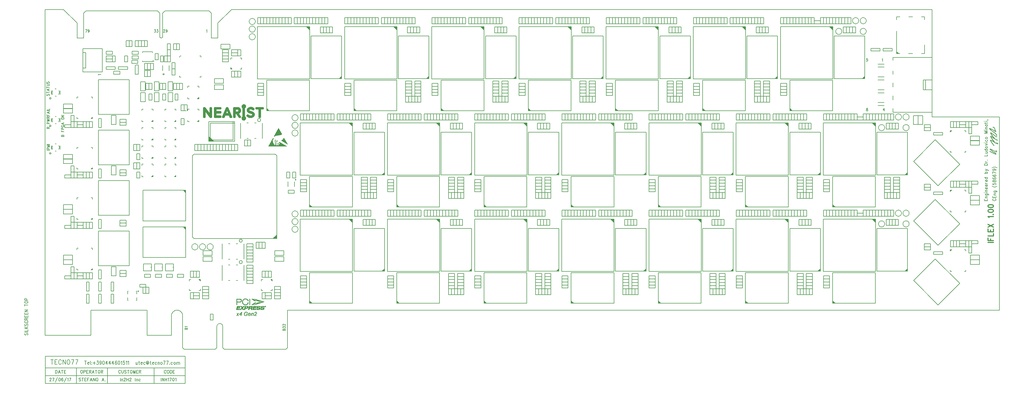
<source format=gbr>
%FSLAX35Y35*%
%MOIN*%
%SFA1.000B1.000*%

G04 Copyright (c) 2015-2018 in2H2 inc.
G04 System developed for in2H2 inc. by Intermotion Technology, Inc.
G04 
G04 Full system RTL, C sources and board design files available at https://github.com/nearist
G04 
G04 in2H2 inc. Team Members:
G04 - Chris McCormick - Algorithm Research and Design
G04 - Matt McCormick - Board Production, System Q/A
G04 
G04 Intermotion Technology Inc. Team Members:
G04 - Mick Fandrich - Project Lead
G04 - Dr. Ludovico Minati - Board Architecture and Design, FPGA Technology Advisor
G04 - Vardan Movsisyan - RTL Team Lead
G04 - Khachatur Gyozalyan - RTL Design
G04 - Tigran Papazyan - RTL Design
G04 - Taron Harutyunyan - RTL Design
G04 - Hayk Ghaltaghchyan - System Software
G04 
G04 Tecno77 S.r.l. Team Members:
G04 - Stefano Aldrigo, Board Layout Design
G04 
G04 We dedicate this project to the memory of Bruce McCormick, an AI pioneer
G04 and advocate, a good friend and father.
G04 
G04 These materials are provided free of charge: you can redistribute them and/or modify  
G04 them under the terms of the GNU General Public License as published by  
G04 the Free Software Foundation, version 3.
G04 
G04 These materials are distributed in the hope that they will be useful, but 
G04 WITHOUT ANY WARRANTY; without even the implied warranty of 
G04 MERCHANTABILITY or FITNESS FOR A PARTICULAR PURPOSE. See the GNU 
G04 General Public License for more details.
G04 In particular, this design should be treated as UNVERIFIED and UNCERTIFIED
G04 
G04 You should have received a copy of the GNU General Public License 
G04 along with this design. If not, see <http://www.gnu.org/licenses/>.

%FSLAX35Y35*%
%MOIN*%
%SFA1.000B1.000*%

%MIA0B0*%
%IPPOS*%
%ADD10C,0.00100*%
%ADD11C,0.00800*%
%ADD12C,0.00197*%
%ADD26C,0.01000*%
%ADD66C,0.02362*%
%ADD67C,0.01181*%
%ADD68C,0.00787*%
%ADD77C,0.00700*%
%ADD106C,0.00600*%
%ADD112C,0.00709*%
%ADD113C,0.00400*%
%ADD114C,0.03000*%
%ADD115C,0.00300*%
%ADD116C,0.00200*%
%ADD117C,0.00551*%
%LNsilkscreentop.g*%
%LPD*%
G54D10*X372561Y146732D02*G01X372426Y147406D01*X372161Y147671*X371890Y147874*X371553Y148009*X371150Y148076*X370539Y147941*X370070Y147673*X369801Y147201*X369613Y146637*X370138Y146579*X370265Y146959*X370269Y146968*X370478Y147317*X370499Y147336*X370778Y147475*X370790Y147480*X371139Y147549*X371158*X371507Y147480*X371519Y147475*X371798Y147336*X371820Y147313*X371960Y147035*X371963Y147025*X372033Y146746*X372034Y146724*X371964Y146375*X371960Y146363*X371820Y146084*X371811Y146071*X371323Y145583*X371315Y145577*X370899Y145300*X370204Y144744*X369791Y144400*X369381Y143852*X369244Y143511*X369127Y143160*X372014*X372131Y143687*X369964*X369922Y143765*X370201Y144183*X370217Y144198*X370560Y144404*X370904Y144748*X370910Y144754*X371397Y145101*X371813Y145448*X371815Y145450*X372091Y145657*X372223Y145789*X372494Y146262*X372561Y146732*X368519Y145901D02*G01X368454Y146225D01*X368256Y146489*X367992Y146686*X367595Y146753*X367263Y146686*X366992Y146550*X366650Y146346*X366306Y146002*X366222Y146047*X366349Y146684*X365823*X365078Y143160*X365603*X365943Y144793*X365944Y144797*X366153Y145494*X366160Y145508*X366509Y145996*X366522Y146009*X366940Y146288*X366959Y146295*X367377Y146365*X367401Y146363*X367819Y146224*X367848Y146199*X367918Y146059*X367923Y146037*Y145688*X367922Y145676*X367852Y145398*X367378Y143160*X367903*X368382Y145280*X368451Y145697*X368453Y145704*X368519Y145901*X364618Y145340D02*G01X364550Y145879D01*X364215Y146349*X363812Y146617*X363203Y146753*X362731Y146685*Y146685D02*G01X362258Y146482D01*X361919Y146144*X361577Y145665*X361372Y145119*X361304Y144575*X361372Y144168*X361507Y143761*X361707Y143494*X361975Y143294*X362312Y143159*X362718Y143091*X363326Y143158*X363797Y143496*Y143496D02*G01X364140Y143907D01*X364372Y144254*X363858Y144311*X363666Y143990*X363658Y143981*X363379Y143702*X363363Y143691*X363014Y143552*X363008Y143550*Y143550D02*G01X362729Y143480D01*X362707Y143479*X362359Y143549*X362338Y143558*X362060Y143767*X362043Y143788*X361904Y144137*X361901Y144147*X361831Y144565*Y144574*X361833Y144589*X361903Y144798*X361950Y144833*X364554*X364618Y145340*X364091Y145410D02*G01Y145270D01*X364041Y145220*X362020*X361975Y145293*X362184Y145711*X362190Y145720*X362469Y146068*X362482Y146080*X362831Y146289*X362846Y146295*X363195Y146365*X363214*X363563Y146295*X363575Y146291*X363854Y146151*X363878Y146125*X364018Y145777*X364020Y145768*X364090Y145420*X364091Y145410*X360701Y146707D02*G01X360580Y147132D01*X360376Y147472*X360175Y147739*X359771Y147942*X359361Y148078*X358814Y148147*X358131Y148078*X357518Y147806*X356971Y147328*X356559Y146709*X356216Y145954*X356147Y145133*X356285Y144309*X356556Y143699*X356892Y143430*X357230Y143228*X357637Y143160*X358187Y143091*X358669Y143160*X359219Y143229*X360095Y143633*X360496Y145638*X358436*X358321Y145181*X359790*X359840Y145131*X359839Y145122*X359630Y144007*X359602Y143971*X358835Y143622*X358820Y143618*X358193Y143548*X358182*X357555Y143618*X357536Y143624*X357048Y143903*X357029Y143922*X356751Y144409*X356744Y144429*X356675Y145126*X356674Y145131*X356675Y145136*X356744Y145833*X356747Y145844*X356956Y146471*X356962Y146484*X357311Y146972*X357316Y146978*X357734Y147396*X357750Y147407*X358238Y147616*X358251Y147619*X358809Y147689*X358822*X359310Y147619*X359325Y147615*X359743Y147406*X359760Y147392*X360038Y147044*X360047Y147028*X360173Y146648*X360701Y146707*X353318Y148008D02*G01X352914D01*X350151Y145038*X350026Y144415*X351986*X352035Y144354*X351770Y143160*X352294*X352564Y144375*X352613Y144415*X353200*X353317Y144942*X352752*X352702Y144992*X352703Y145002*X353318Y148008*X352523Y146934D02*G01X352175Y144983D01*X352125Y144942*X350662*X350625Y145026*X352437Y146977*X352523Y146934*X349582Y146684D02*G01X349083D01*X347983Y145378*X347899Y145389*X347620Y146016*X347286Y146684*X346771*X347641Y144944*X347634Y144890*X346171Y143160*X346666*X347766Y144535*X347850Y144526*X348533Y143160*X349048*X348178Y144900*X348184Y144953*X349582Y146684*X346200Y143160D02*G01Y143195D01*X346300Y143160D02*G01Y143313D01*X346400Y143160D02*G01Y143431D01*X346500Y143160D02*G01Y143549D01*X346600Y143160D02*G01Y143667D01*X346700Y143203D02*G01Y143786D01*X346800Y143328D02*G01Y143904D01*Y146626D02*G01Y146684D01*X346900Y143453D02*G01Y144022D01*Y146426D02*G01Y146684D01*X347000Y143578D02*G01Y144140D01*Y146226D02*G01Y146684D01*X347100Y143703D02*G01Y144258D01*Y146026D02*G01Y146684D01*X347200Y143828D02*G01Y144377D01*Y145826D02*G01Y146684D01*X347300Y143953D02*G01Y144495D01*Y145626D02*G01Y146656D01*X347400Y144078D02*G01Y144613D01*Y145426D02*G01Y146456D01*X347500Y144203D02*G01Y144731D01*Y145226D02*G01Y146256D01*X347600Y144328D02*G01Y144849D01*Y145026D02*G01Y146056D01*X347700Y144453D02*G01Y145837D01*X347800Y144554D02*G01Y145612D01*X347900Y144426D02*G01Y145387D01*X348000Y144226D02*G01Y145398D01*X348100Y144026D02*G01Y145517D01*X348200Y143826D02*G01Y144856D01*Y144973D02*G01Y145636D01*X348300Y143626D02*G01Y144656D01*Y145097D02*G01Y145754D01*X348400Y143426D02*G01Y144456D01*Y145221D02*G01Y145873D01*X348500Y143226D02*G01Y144256D01*Y145344D02*G01Y145992D01*X348600Y143160D02*G01Y144056D01*Y145468D02*G01Y146111D01*X348700Y143160D02*G01Y143856D01*Y145592D02*G01Y146229D01*X348800Y143160D02*G01Y143656D01*Y145716D02*G01Y146348D01*X348900Y143160D02*G01Y143456D01*Y145840D02*G01Y146467D01*X349000Y143160D02*G01Y143256D01*Y145963D02*G01Y146586D01*X349100Y146087D02*G01Y146684D01*X349200Y146211D02*G01Y146684D01*X349300Y146335D02*G01Y146684D01*X349400Y146459D02*G01Y146684D01*X349500Y146582D02*G01Y146684D01*X350100Y144415D02*G01Y144784D01*X350200Y144415D02*G01Y145091D01*X350300Y144415D02*G01Y145198D01*X350400Y144415D02*G01Y145306D01*X350500Y144415D02*G01Y145413D01*X350600Y144415D02*G01Y145521D01*X350700Y144415D02*G01Y144942D01*Y145106D02*G01Y145628D01*X350800Y144415D02*G01Y144942D01*Y145214D02*G01Y145736D01*X350900Y144415D02*G01Y144942D01*Y145321D02*G01Y145843D01*X351000Y144415D02*G01Y144942D01*Y145429D02*G01Y145951D01*X351100Y144415D02*G01Y144942D01*Y145537D02*G01Y146058D01*X351200Y144415D02*G01Y144942D01*Y145645D02*G01Y146166D01*X351300Y144415D02*G01Y144942D01*Y145752D02*G01Y146273D01*X351400Y144415D02*G01Y144942D01*Y145860D02*G01Y146381D01*X351500Y144415D02*G01Y144942D01*Y145968D02*G01Y146488D01*X351600Y144415D02*G01Y144942D01*Y146075D02*G01Y146596D01*X351700Y144415D02*G01Y144942D01*Y146183D02*G01Y146703D01*X351800Y143160D02*G01Y143297D01*Y144415D02*G01Y144942D01*Y146291D02*G01Y146811D01*X351900Y143160D02*G01Y143747D01*Y144415D02*G01Y144942D01*Y146398D02*G01Y146918D01*X352000Y143160D02*G01Y144197D01*Y144412D02*G01Y144942D01*Y146506D02*G01Y147026D01*X352100Y143160D02*G01Y144942D01*Y146614D02*G01Y147133D01*X352200Y143160D02*G01Y145126D01*Y146721D02*G01Y147241D01*X352300Y143186D02*G01Y145686D01*Y146829D02*G01Y147348D01*X352400Y143636D02*G01Y146246D01*Y146937D02*G01Y147456D01*X352500Y144086D02*G01Y146806D01*Y146985D02*G01Y147563D01*X352600Y144413D02*G01Y147671D01*X352700Y144415D02*G01Y147778D01*X352800Y144415D02*G01Y144942D01*Y145474D02*G01Y147886D01*X352900Y144415D02*G01Y144942D01*Y145963D02*G01Y147993D01*X353000Y144415D02*G01Y144942D01*Y146452D02*G01Y148008D01*X353100Y144415D02*G01Y144942D01*Y146940D02*G01Y148008D01*X353200Y144415D02*G01Y144942D01*Y147429D02*G01Y148008D01*X353300Y144864D02*G01Y144942D01*Y147918D02*G01Y148008D01*X356200Y144818D02*G01Y145763D01*X356300Y144275D02*G01Y146139D01*X356400Y144050D02*G01Y146359D01*X356500Y143825D02*G01Y146579D01*X356600Y143664D02*G01Y146771D01*X356700Y143584D02*G01Y144871D01*Y145391D02*G01Y146921D01*X356800Y143504D02*G01Y144323D01*Y146004D02*G01Y147071D01*X356900Y143425D02*G01Y144148D01*Y146304D02*G01Y147221D01*X357000Y143365D02*G01Y143973D01*Y146537D02*G01Y147353D01*X357100Y143305D02*G01Y143873D01*Y146677D02*G01Y147440D01*X357200Y143245D02*G01Y143816D01*Y146817D02*G01Y147528D01*X357300Y143216D02*G01Y143759D01*Y146957D02*G01Y147615D01*X357400Y143199D02*G01Y143702D01*Y147062D02*G01Y147703D01*X357500Y143183D02*G01Y143645D01*Y147162D02*G01Y147790D01*X357600Y143166D02*G01Y143613D01*Y147262D02*G01Y147842D01*X357700Y143152D02*G01Y143602D01*Y147362D02*G01Y147887D01*X357800Y143139D02*G01Y143591D01*Y147428D02*G01Y147931D01*X357900Y143127D02*G01Y143580D01*Y147471D02*G01Y147976D01*X358000Y143114D02*G01Y143569D01*Y147514D02*G01Y148020D01*X358100Y143102D02*G01Y143557D01*Y147557D02*G01Y148065D01*X358200Y143093D02*G01Y143549D01*Y147600D02*G01Y148085D01*X358300Y143107D02*G01Y143560D01*Y147626D02*G01Y148095D01*X358400Y143121D02*G01Y143571D01*Y145181D02*G01Y145496D01*Y147638D02*G01Y148105D01*X358500Y143136D02*G01Y143582D01*Y145181D02*G01Y145638D01*Y147651D02*G01Y148115D01*X358600Y143150D02*G01Y143594D01*Y145181D02*G01Y145638D01*Y147663D02*G01Y148125D01*X358700Y143164D02*G01Y143605D01*Y145181D02*G01Y145638D01*Y147676D02*G01Y148135D01*X358800Y143176D02*G01Y143616D01*Y145181D02*G01Y145638D01*Y147688D02*G01Y148145D01*X358900Y143189D02*G01Y143652D01*Y145181D02*G01Y145638D01*Y147678D02*G01Y148136D01*X359000Y143201D02*G01Y143697D01*Y145181D02*G01Y145638D01*Y147664D02*G01Y148123D01*X359100Y143214D02*G01Y143742D01*Y145181D02*G01Y145638D01*Y147649D02*G01Y148111D01*X359200Y143226D02*G01Y143788D01*Y145181D02*G01Y145638D01*Y147635D02*G01Y148098D01*X359300Y143266D02*G01Y143833D01*Y145181D02*G01Y145638D01*Y147621D02*G01Y148086D01*X359400Y143312D02*G01Y143879D01*Y145181D02*G01Y145638D01*Y147577D02*G01Y148065D01*X359500Y143358D02*G01Y143924D01*Y145181D02*G01Y145638D01*Y147527D02*G01Y148032D01*X359600Y143404D02*G01Y143970D01*Y145181D02*G01Y145638D01*Y147477D02*G01Y147999D01*X359700Y143451D02*G01Y144378D01*Y145181D02*G01Y145638D01*Y147427D02*G01Y147965D01*X359800Y143497D02*G01Y144912D01*Y145180D02*G01Y145638D01*Y147342D02*G01Y147927D01*X359900Y143543D02*G01Y145638D01*Y147217D02*G01Y147877D01*X360000Y143589D02*G01Y145638D01*Y147092D02*G01Y147827D01*X360100Y143660D02*G01Y145638D01*Y146868D02*G01Y147777D01*X360200Y144160D02*G01Y145638D01*Y146651D02*G01Y147707D01*X360300Y144660D02*G01Y145638D01*Y146663D02*G01Y147573D01*X360400Y145160D02*G01Y145638D01*Y146674D02*G01Y147432D01*X360500Y146685D02*G01Y147265D01*X360600Y146696D02*G01Y147062D01*X360700Y146707D02*G01Y146712D01*X361400Y144083D02*G01Y145193D01*X361500Y143783D02*G01Y145460D01*X361600Y143638D02*G01Y145697D01*X361700Y143504D02*G01Y145837D01*X361800Y143425D02*G01Y145977D01*X361900Y143350D02*G01Y144154D01*Y144790D02*G01Y146117D01*X362000Y143284D02*G01Y143897D01*Y144833D02*G01Y145225D01*Y145342D02*G01Y146225D01*X362100Y143244D02*G01Y143737D01*Y144833D02*G01Y145220D01*Y145542D02*G01Y146325D01*X362200Y143204D02*G01Y143662D01*Y144833D02*G01Y145220D01*Y145732D02*G01Y146425D01*X362300Y143164D02*G01Y143587D01*Y144833D02*G01Y145220D01*Y145857D02*G01Y146501D01*X362400Y143144D02*G01Y143541D01*Y144833D02*G01Y145220D01*Y145982D02*G01Y146543D01*X362500Y143127D02*G01Y143521D01*Y144833D02*G01Y145220D01*Y146090D02*G01Y146586D01*X362600Y143111D02*G01Y143501D01*Y144833D02*G01Y145220D01*Y146150D02*G01Y146629D01*X362700Y143094D02*G01Y143481D01*Y144833D02*G01Y145220D01*Y146210D02*G01Y146672D01*X362800Y143100D02*G01Y143498D01*Y144833D02*G01Y145220D01*Y146270D02*G01Y146695D01*X362900Y143111D02*G01Y143523D01*Y144833D02*G01Y145220D01*Y146306D02*G01Y146709D01*X363000Y143122D02*G01Y143548D01*Y144833D02*G01Y145220D01*Y146326D02*G01Y146724D01*X363100Y143133D02*G01Y143586D01*Y144833D02*G01Y145220D01*Y146346D02*G01Y146738D01*X363200Y143145D02*G01Y143626D01*Y144833D02*G01Y145220D01*Y146365D02*G01Y146752D01*X363300Y143156D02*G01Y143666D01*Y144833D02*G01Y145220D01*Y146348D02*G01Y146731D01*X363400Y143212D02*G01Y143723D01*Y144833D02*G01Y145220D01*Y146328D02*G01Y146709D01*X363500Y143283D02*G01Y143823D01*Y144833D02*G01Y145220D01*Y146308D02*G01Y146687D01*X363600Y143355D02*G01Y143923D01*Y144833D02*G01Y145220D01*Y146278D02*G01Y146664D01*X363700Y143426D02*G01Y144048D01*Y144833D02*G01Y145220D01*Y146228D02*G01Y146642D01*X363800Y143499D02*G01Y144214D01*Y144833D02*G01Y145220D01*Y146178D02*G01Y146620D01*X363900Y143619D02*G01Y144307D01*Y144833D02*G01Y145220D01*Y146071D02*G01Y146558D01*X364000Y143739D02*G01Y144296D01*Y144833D02*G01Y145220D01*Y145821D02*G01Y146492D01*X364100Y143859D02*G01Y144284D01*Y144833D02*G01Y146425D01*X364200Y143997D02*G01Y144273D01*Y144833D02*G01Y146358D01*X364300Y144147D02*G01Y144262D01*Y144833D02*G01Y146229D01*X364400Y144833D02*G01Y146089D01*X364500Y144833D02*G01Y145949D01*X364600Y145199D02*G01Y145481D01*X365100Y143160D02*G01Y143264D01*X365200Y143160D02*G01Y143737D01*X365300Y143160D02*G01Y144209D01*X365400Y143160D02*G01Y144682D01*X365500Y143160D02*G01Y145155D01*X365600Y143160D02*G01Y145628D01*X365700Y143627D02*G01Y146100D01*X365800Y144107D02*G01Y146573D01*X365900Y144587D02*G01Y146684D01*X366000Y144984D02*G01Y146684D01*X366100Y145317D02*G01Y146684D01*X366200Y145564D02*G01Y146684D01*X366300Y145704D02*G01Y145996D01*Y146439D02*G01Y146684D01*X366400Y145844D02*G01Y146096D01*X366500Y145984D02*G01Y146196D01*X366600Y146061D02*G01Y146296D01*X366700Y146128D02*G01Y146376D01*X366800Y146194D02*G01Y146436D01*X366900Y146261D02*G01Y146496D01*X367000Y146302D02*G01Y146555D01*X367100Y146319D02*G01Y146605D01*X367200Y146335D02*G01Y146655D01*X367300Y146352D02*G01Y146693D01*X367400Y143160D02*G01Y143266D01*Y146363D02*G01Y146713D01*X367500Y143160D02*G01Y143737D01*Y146330D02*G01Y146733D01*X367600Y143160D02*G01Y144209D01*Y146297D02*G01Y146752D01*X367700Y143160D02*G01Y144680D01*Y146263D02*G01Y146735D01*X367800Y143160D02*G01Y145152D01*Y146230D02*G01Y146718D01*X367900Y143160D02*G01Y145589D01*Y146095D02*G01Y146702D01*X368000Y143590D02*G01Y146681D01*X368100Y144033D02*G01Y146606D01*X368200Y144475D02*G01Y146531D01*X368300Y144918D02*G01Y146430D01*X368400Y145390D02*G01Y146297D01*X368500Y145845D02*G01Y145993D01*X369200Y143160D02*G01Y143378D01*X369300Y143160D02*G01Y143651D01*X369400Y143160D02*G01Y143878D01*X369500Y143160D02*G01Y144011D01*X369600Y143160D02*G01Y144145D01*X369700Y143160D02*G01Y144278D01*Y146627D02*G01Y146899D01*X369800Y143160D02*G01Y144407D01*Y146616D02*G01Y147199D01*X369900Y143160D02*G01Y144490D01*Y146605D02*G01Y147375D01*X370000Y143160D02*G01Y143687D01*Y143882D02*G01Y144573D01*Y146594D02*G01Y147550D01*X370100Y143160D02*G01Y143687D01*Y144032D02*G01Y144657D01*Y146583D02*G01Y147690D01*X370200Y143160D02*G01Y143687D01*Y144182D02*G01Y144740D01*Y146764D02*G01Y147747D01*X370300Y143160D02*G01Y143687D01*Y144248D02*G01Y144820D01*Y147020D02*G01Y147804D01*X370400Y143160D02*G01Y143687D01*Y144308D02*G01Y144900D01*Y147186D02*G01Y147861D01*X370500Y143160D02*G01Y143687D01*Y144368D02*G01Y144980D01*Y147336D02*G01Y147918D01*X370600Y143160D02*G01Y143687D01*Y144444D02*G01Y145060D01*Y147386D02*G01Y147954D01*X370700Y143160D02*G01Y143687D01*Y144544D02*G01Y145140D01*Y147436D02*G01Y147976D01*X370800Y143160D02*G01Y143687D01*Y144644D02*G01Y145220D01*Y147481D02*G01Y147999D01*X370900Y143160D02*G01Y143687D01*Y144744D02*G01Y145300D01*Y147501D02*G01Y148021D01*X371000Y143160D02*G01Y143687D01*Y144818D02*G01Y145367D01*Y147521D02*G01Y148043D01*X371100Y143160D02*G01Y143687D01*Y144889D02*G01Y145434D01*Y147541D02*G01Y148065D01*X371200Y143160D02*G01Y143687D01*Y144961D02*G01Y145500D01*Y147541D02*G01Y148068D01*X371300Y143160D02*G01Y143687D01*Y145032D02*G01Y145567D01*Y147521D02*G01Y148051D01*X371400Y143160D02*G01Y143687D01*Y145104D02*G01Y145660D01*Y147501D02*G01Y148035D01*X371500Y143160D02*G01Y143687D01*Y145187D02*G01Y145760D01*Y147481D02*G01Y148018D01*X371600Y143160D02*G01Y143687D01*Y145271D02*G01Y145860D01*Y147435D02*G01Y147990D01*X371700Y143160D02*G01Y143687D01*Y145354D02*G01Y145960D01*Y147385D02*G01Y147950D01*X371800Y143160D02*G01Y143687D01*Y145437D02*G01Y146060D01*Y147335D02*G01Y147910D01*X371900Y143160D02*G01Y143687D01*Y145513D02*G01Y146244D01*Y147154D02*G01Y147867D01*X372000Y143160D02*G01Y143687D01*Y145588D02*G01Y146556D01*Y146878D02*G01Y147792D01*X372100Y143547D02*G01Y143687D01*Y145666D02*G01Y147717D01*X372200Y145766D02*G01Y147632D01*X372300Y145923D02*G01Y147532D01*X372400Y146098D02*G01Y147432D01*X372500Y146306D02*G01Y147037D01*G54D11*X389370Y519291D02*G01Y527165D01*X393307*Y519291*X389370*X377559D02*G01Y527165D01*X381496*Y519291*X377559*X385433D02*G01Y527165D01*X389370*Y519291*X385433*X428740D02*G01Y527165D01*X432677*Y519291*X428740*X456299D02*G01Y527165D01*X460236*Y519291*X456299*X424803D02*G01Y527165D01*X428740*Y519291*X424803*X373622D02*G01Y527165D01*X377559*Y519291*X373622*X460236D02*G01Y527165D01*X464173*Y519291*X460236*X397244D02*G01Y527165D01*X401181*Y519291*X397244*X452362D02*G01Y527165D01*X456299*Y519291*X452362*X405118D02*G01Y527165D01*X409055*Y519291*X405118*X436614D02*G01Y527165D01*X440551*Y519291*X436614*X444488D02*G01Y527165D01*X448425*Y519291*X444488*X393307D02*G01Y527165D01*X397244*Y519291*X393307*X401181D02*G01Y527165D01*X405118*Y519291*X401181*X409055D02*G01Y527165D01*X412992*Y519291*X409055*X440551D02*G01Y527165D01*X444488*Y519291*X440551*X448425D02*G01Y527165D01*X452362*Y519291*X448425*X458268Y507480D02*G01Y515354D01*X462205*Y507480*X458268*X462205D02*G01Y515354D01*X466142*Y507480*X462205*X381496Y430709D02*G01X373622D01*Y434646*X381496*Y430709*Y434646D02*G01X373622D01*Y438583*X381496*Y434646*X454331Y507480D02*G01Y515354D01*X458268*Y507480*X454331*X381496Y438583D02*G01X373622D01*Y442520*X381496*Y438583*Y426772D02*G01X373622D01*Y430709*X381496*Y426772*X466142Y507480D02*G01Y515354D01*X470079*Y507480*X466142*X432677Y519291D02*G01Y527165D01*X436614*Y519291*X432677*X381496D02*G01Y527165D01*X385433*Y519291*X381496*X420866D02*G01Y527165D01*X424803*Y519291*X420866*X416929Y527165D02*G01Y519291D01*X412992*Y527165*X416929*X440748Y515551D02*G01Y448228D01*X373425*Y515551*X440748*X436417D02*G01X440748Y511220D01*X439961Y515551D02*G01X440748Y514764D01*X439173Y515551D02*G01X440748Y513976D01*X438386Y515551D02*G01X440748Y513189D01*X437598Y515551D02*G01X440748Y512402D01*X436811Y515551D02*G01X440748Y511614D01*X444488Y395276D02*G01Y403150D01*X448425*Y395276*X444488*X432677D02*G01Y403150D01*X436614*Y395276*X432677*X440551D02*G01Y403150D01*X444488*Y395276*X440551*X483858D02*G01Y403150D01*X487795*Y395276*X483858*X511417D02*G01Y403150D01*X515354*Y395276*X511417*X479921D02*G01Y403150D01*X483858*Y395276*X479921*X428740D02*G01Y403150D01*X432677*Y395276*X428740*X515354D02*G01Y403150D01*X519291*Y395276*X515354*X452362D02*G01Y403150D01*X456299*Y395276*X452362*X507480D02*G01Y403150D01*X511417*Y395276*X507480*X460236D02*G01Y403150D01*X464173*Y395276*X460236*X491732D02*G01Y403150D01*X495669*Y395276*X491732*X499606D02*G01Y403150D01*X503543*Y395276*X499606*X448425D02*G01Y403150D01*X452362*Y395276*X448425*X456299D02*G01Y403150D01*X460236*Y395276*X456299*X464173D02*G01Y403150D01*X468110*Y395276*X464173*X495669D02*G01Y403150D01*X499606*Y395276*X495669*X503543D02*G01Y403150D01*X507480*Y395276*X503543*X513386Y383465D02*G01Y391339D01*X517323*Y383465*X513386*X517323D02*G01Y391339D01*X521260*Y383465*X517323*X436614Y306693D02*G01X428740D01*Y310630*X436614*Y306693*Y310630D02*G01X428740D01*Y314567*X436614*Y310630*X509449Y383465D02*G01Y391339D01*X513386*Y383465*X509449*X436614Y314567D02*G01X428740D01*Y318504*X436614*Y314567*Y302756D02*G01X428740D01*Y306693*X436614*Y302756*X521260Y383465D02*G01Y391339D01*X525197*Y383465*X521260*X487795Y395276D02*G01Y403150D01*X491732*Y395276*X487795*X436614D02*G01Y403150D01*X440551*Y395276*X436614*X475984D02*G01Y403150D01*X479921*Y395276*X475984*X472047Y403150D02*G01Y395276D01*X468110*Y403150*X472047*X495866Y391535D02*G01Y324213D01*X428543*Y391535*X495866*X491535D02*G01X495866Y387205D01*X495079Y391535D02*G01X495866Y390748D01*X494291Y391535D02*G01X495866Y389961D01*X493504Y391535D02*G01X495866Y389173D01*X492717Y391535D02*G01X495866Y388386D01*X491929Y391535D02*G01X495866Y387598D01*X444488Y271260D02*G01Y279134D01*X448425*Y271260*X444488*X432677D02*G01Y279134D01*X436614*Y271260*X432677*X440551D02*G01Y279134D01*X444488*Y271260*X440551*X483858D02*G01Y279134D01*X487795*Y271260*X483858*X511417D02*G01Y279134D01*X515354*Y271260*X511417*X479921D02*G01Y279134D01*X483858*Y271260*X479921*X428740D02*G01Y279134D01*X432677*Y271260*X428740*X515354D02*G01Y279134D01*X519291*Y271260*X515354*X452362D02*G01Y279134D01*X456299*Y271260*X452362*X507480D02*G01Y279134D01*X511417*Y271260*X507480*X460236D02*G01Y279134D01*X464173*Y271260*X460236*X491732D02*G01Y279134D01*X495669*Y271260*X491732*X499606D02*G01Y279134D01*X503543*Y271260*X499606*X448425D02*G01Y279134D01*X452362*Y271260*X448425*X456299D02*G01Y279134D01*X460236*Y271260*X456299*X464173D02*G01Y279134D01*X468110*Y271260*X464173*X495669D02*G01Y279134D01*X499606*Y271260*X495669*X503543D02*G01Y279134D01*X507480*Y271260*X503543*X513386Y259449D02*G01Y267323D01*X517323*Y259449*X513386*X517323D02*G01Y267323D01*X521260*Y259449*X517323*X436614Y182677D02*G01X428740D01*Y186614*X436614*Y182677*Y186614D02*G01X428740D01*Y190551*X436614*Y186614*X509449Y259449D02*G01Y267323D01*X513386*Y259449*X509449*X436614Y190551D02*G01X428740D01*Y194488*X436614*Y190551*Y178740D02*G01X428740D01*Y182677*X436614*Y178740*X521260Y259449D02*G01Y267323D01*X525197*Y259449*X521260*X487795Y271260D02*G01Y279134D01*X491732*Y271260*X487795*X436614D02*G01Y279134D01*X440551*Y271260*X436614*X475984D02*G01Y279134D01*X479921*Y271260*X475984*X472047Y279134D02*G01Y271260D01*X468110*Y279134*X472047*X495866Y267520D02*G01Y200197D01*X428543*Y267520*X495866*X491535D02*G01X495866Y263189D01*X495079Y267520D02*G01X495866Y266732D01*X494291Y267520D02*G01X495866Y265945D01*X493504Y267520D02*G01X495866Y265157D01*X492717Y267520D02*G01X495866Y264370D01*X491929Y267520D02*G01X495866Y263583D01*X501575Y519291D02*G01Y527165D01*X505512*Y519291*X501575*X489764D02*G01Y527165D01*X493701*Y519291*X489764*X497638D02*G01Y527165D01*X501575*Y519291*X497638*X540945D02*G01Y527165D01*X544882*Y519291*X540945*X568504D02*G01Y527165D01*X572441*Y519291*X568504*X537008D02*G01Y527165D01*X540945*Y519291*X537008*X485827D02*G01Y527165D01*X489764*Y519291*X485827*X572441D02*G01Y527165D01*X576378*Y519291*X572441*X509449D02*G01Y527165D01*X513386*Y519291*X509449*X564567D02*G01Y527165D01*X568504*Y519291*X564567*X517323D02*G01Y527165D01*X521260*Y519291*X517323*X548819D02*G01Y527165D01*X552756*Y519291*X548819*X556693D02*G01Y527165D01*X560630*Y519291*X556693*X505512D02*G01Y527165D01*X509449*Y519291*X505512*X513386D02*G01Y527165D01*X517323*Y519291*X513386*X521260D02*G01Y527165D01*X525197*Y519291*X521260*X552756D02*G01Y527165D01*X556693*Y519291*X552756*X560630D02*G01Y527165D01*X564567*Y519291*X560630*X544882D02*G01Y527165D01*X548819*Y519291*X544882*X493701D02*G01Y527165D01*X497638*Y519291*X493701*X533071D02*G01Y527165D01*X537008*Y519291*X533071*X529134Y527165D02*G01Y519291D01*X525197*Y527165*X529134*X552953Y515551D02*G01Y448228D01*X485630*Y515551*X552953*X548622D02*G01X552953Y511220D01*X552165Y515551D02*G01X552953Y514764D01*X551378Y515551D02*G01X552953Y513976D01*X550591Y515551D02*G01X552953Y513189D01*X549803Y515551D02*G01X552953Y512402D01*X549016Y515551D02*G01X552953Y511614D01*X556693Y395276D02*G01Y403150D01*X560630*Y395276*X556693*X544882D02*G01Y403150D01*X548819*Y395276*X544882*X552756D02*G01Y403150D01*X556693*Y395276*X552756*X596063D02*G01Y403150D01*X600000*Y395276*X596063*X623622D02*G01Y403150D01*X627559*Y395276*X623622*X540945D02*G01Y403150D01*X544882*Y395276*X540945*X627559D02*G01Y403150D01*X631496*Y395276*X627559*X564567D02*G01Y403150D01*X568504*Y395276*X564567*X619685D02*G01Y403150D01*X623622*Y395276*X619685*X572441D02*G01Y403150D01*X576378*Y395276*X572441*X603937D02*G01Y403150D01*X607874*Y395276*X603937*X611811D02*G01Y403150D01*X615748*Y395276*X611811*X560630D02*G01Y403150D01*X564567*Y395276*X560630*X568504D02*G01Y403150D01*X572441*Y395276*X568504*X576378D02*G01Y403150D01*X580315*Y395276*X576378*X607874D02*G01Y403150D01*X611811*Y395276*X607874*X615748D02*G01Y403150D01*X619685*Y395276*X615748*X600000D02*G01Y403150D01*X603937*Y395276*X600000*X548819D02*G01Y403150D01*X552756*Y395276*X548819*X588189D02*G01Y403150D01*X592126*Y395276*X588189*X584252Y403150D02*G01Y395276D01*X580315*Y403150*X584252*X608071Y391535D02*G01Y324213D01*X540748*Y391535*X608071*X603740D02*G01X608071Y387205D01*X607283Y391535D02*G01X608071Y390748D01*X606496Y391535D02*G01X608071Y389961D01*X605709Y391535D02*G01X608071Y389173D01*X604921Y391535D02*G01X608071Y388386D01*X604134Y391535D02*G01X608071Y387598D01*X556693Y271260D02*G01Y279134D01*X560630*Y271260*X556693*X544882D02*G01Y279134D01*X548819*Y271260*X544882*X552756D02*G01Y279134D01*X556693*Y271260*X552756*X596063D02*G01Y279134D01*X600000*Y271260*X596063*X623622D02*G01Y279134D01*X627559*Y271260*X623622*X592126D02*G01Y279134D01*X596063*Y271260*X592126*X540945D02*G01Y279134D01*X544882*Y271260*X540945*X627559D02*G01Y279134D01*X631496*Y271260*X627559*X564567D02*G01Y279134D01*X568504*Y271260*X564567*X619685D02*G01Y279134D01*X623622*Y271260*X619685*X572441D02*G01Y279134D01*X576378*Y271260*X572441*X603937D02*G01Y279134D01*X607874*Y271260*X603937*X611811D02*G01Y279134D01*X615748*Y271260*X611811*X560630D02*G01Y279134D01*X564567*Y271260*X560630*X568504D02*G01Y279134D01*X572441*Y271260*X568504*X576378D02*G01Y279134D01*X580315*Y271260*X576378*X607874D02*G01Y279134D01*X611811*Y271260*X607874*X615748D02*G01Y279134D01*X619685*Y271260*X615748*X600000D02*G01Y279134D01*X603937*Y271260*X600000*X548819D02*G01Y279134D01*X552756*Y271260*X548819*X588189D02*G01Y279134D01*X592126*Y271260*X588189*X584252Y279134D02*G01Y271260D01*X580315*Y279134*X584252*X608071Y267520D02*G01Y200197D01*X540748*Y267520*X608071*X603740D02*G01X608071Y263189D01*X607283Y267520D02*G01X608071Y266732D01*X606496Y267520D02*G01X608071Y265945D01*X605709Y267520D02*G01X608071Y265157D01*X604921Y267520D02*G01X608071Y264370D01*X604134Y267520D02*G01X608071Y263583D01*X613780Y519291D02*G01Y527165D01*X617717*Y519291*X613780*X601969D02*G01Y527165D01*X605906*Y519291*X601969*X609843D02*G01Y527165D01*X613780*Y519291*X609843*X653150D02*G01Y527165D01*X657087*Y519291*X653150*X680709D02*G01Y527165D01*X684646*Y519291*X680709*X649213D02*G01Y527165D01*X653150*Y519291*X649213*X598031D02*G01Y527165D01*X601969*Y519291*X598031*X684646D02*G01Y527165D01*X688583*Y519291*X684646*X621654D02*G01Y527165D01*X625591*Y519291*X621654*X676772D02*G01Y527165D01*X680709*Y519291*X676772*X629528D02*G01Y527165D01*X633465*Y519291*X629528*X661024D02*G01Y527165D01*X664961*Y519291*X661024*X668898D02*G01Y527165D01*X672835*Y519291*X668898*X617717D02*G01Y527165D01*X621654*Y519291*X617717*X625591D02*G01Y527165D01*X629528*Y519291*X625591*X633465D02*G01Y527165D01*X637402*Y519291*X633465*X664961D02*G01Y527165D01*X668898*Y519291*X664961*X672835D02*G01Y527165D01*X676772*Y519291*X672835*X657087D02*G01Y527165D01*X661024*Y519291*X657087*X605906D02*G01Y527165D01*X609843*Y519291*X605906*X645276D02*G01Y527165D01*X649213*Y519291*X645276*X641339Y527165D02*G01Y519291D01*X637402*Y527165*X641339*X665157Y515551D02*G01Y448228D01*X597835*Y515551*X665157*X660827D02*G01X665157Y511220D01*X664370Y515551D02*G01X665157Y514764D01*X663583Y515551D02*G01X665157Y513976D01*X662795Y515551D02*G01X665157Y513189D01*X662008Y515551D02*G01X665157Y512402D01*X661220Y515551D02*G01X665157Y511614D01*X668898Y395276D02*G01Y403150D01*X672835*Y395276*X668898*X657087D02*G01Y403150D01*X661024*Y395276*X657087*X664961D02*G01Y403150D01*X668898*Y395276*X664961*X708268D02*G01Y403150D01*X712205*Y395276*X708268*X735827D02*G01Y403150D01*X739764*Y395276*X735827*X704331D02*G01Y403150D01*X708268*Y395276*X704331*X653150D02*G01Y403150D01*X657087*Y395276*X653150*X739764D02*G01Y403150D01*X743701*Y395276*X739764*X676772D02*G01Y403150D01*X680709*Y395276*X676772*X731890D02*G01Y403150D01*X735827*Y395276*X731890*X684646D02*G01Y403150D01*X688583*Y395276*X684646*X716142D02*G01Y403150D01*X720079*Y395276*X716142*X724016D02*G01Y403150D01*X727953*Y395276*X724016*X672835D02*G01Y403150D01*X676772*Y395276*X672835*X680709D02*G01Y403150D01*X684646*Y395276*X680709*X688583D02*G01Y403150D01*X692520*Y395276*X688583*X720079D02*G01Y403150D01*X724016*Y395276*X720079*X727953D02*G01Y403150D01*X731890*Y395276*X727953*X712205D02*G01Y403150D01*X716142*Y395276*X712205*X661024D02*G01Y403150D01*X664961*Y395276*X661024*X700394D02*G01Y403150D01*X704331*Y395276*X700394*X696457Y403150D02*G01Y395276D01*X692520*Y403150*X696457*X720276Y391535D02*G01Y324213D01*X652953*Y391535*X720276*X715945D02*G01X720276Y387205D01*X719488Y391535D02*G01X720276Y390748D01*X718701Y391535D02*G01X720276Y389961D01*X717913Y391535D02*G01X720276Y389173D01*X717126Y391535D02*G01X720276Y388386D01*X716339Y391535D02*G01X720276Y387598D01*X668898Y271260D02*G01Y279134D01*X672835*Y271260*X668898*X657087D02*G01Y279134D01*X661024*Y271260*X657087*X664961D02*G01Y279134D01*X668898*Y271260*X664961*X708268D02*G01Y279134D01*X712205*Y271260*X708268*X735827D02*G01Y279134D01*X739764*Y271260*X735827*X653150D02*G01Y279134D01*X657087*Y271260*X653150*X739764D02*G01Y279134D01*X743701*Y271260*X739764*X676772D02*G01Y279134D01*X680709*Y271260*X676772*X731890D02*G01Y279134D01*X735827*Y271260*X731890*X684646D02*G01Y279134D01*X688583*Y271260*X684646*X716142D02*G01Y279134D01*X720079*Y271260*X716142*X724016D02*G01Y279134D01*X727953*Y271260*X724016*X672835D02*G01Y279134D01*X676772*Y271260*X672835*X680709D02*G01Y279134D01*X684646*Y271260*X680709*X688583D02*G01Y279134D01*X692520*Y271260*X688583*X720079D02*G01Y279134D01*X724016*Y271260*X720079*X727953D02*G01Y279134D01*X731890*Y271260*X727953*X712205D02*G01Y279134D01*X716142*Y271260*X712205*X661024D02*G01Y279134D01*X664961*Y271260*X661024*X700394D02*G01Y279134D01*X704331*Y271260*X700394*X696457Y279134D02*G01Y271260D01*X692520*Y279134*X696457*X720276Y267520D02*G01Y200197D01*X652953*Y267520*X720276*X715945D02*G01X720276Y263189D01*X719488Y267520D02*G01X720276Y266732D01*X718701Y267520D02*G01X720276Y265945D01*X717913Y267520D02*G01X720276Y265157D01*X717126Y267520D02*G01X720276Y264370D01*X716339Y267520D02*G01X720276Y263583D01*X725984Y519291D02*G01Y527165D01*X729921*Y519291*X725984*X714173D02*G01Y527165D01*X718110*Y519291*X714173*X722047D02*G01Y527165D01*X725984*Y519291*X722047*X765354D02*G01Y527165D01*X769291*Y519291*X765354*X792913D02*G01Y527165D01*X796850*Y519291*X792913*X761417D02*G01Y527165D01*X765354*Y519291*X761417*X710236D02*G01Y527165D01*X714173*Y519291*X710236*X796850D02*G01Y527165D01*X800787*Y519291*X796850*X733858D02*G01Y527165D01*X737795*Y519291*X733858*X788976D02*G01Y527165D01*X792913*Y519291*X788976*X741732D02*G01Y527165D01*X745669*Y519291*X741732*X773228D02*G01Y527165D01*X777165*Y519291*X773228*X781102D02*G01Y527165D01*X785039*Y519291*X781102*X729921D02*G01Y527165D01*X733858*Y519291*X729921*X737795D02*G01Y527165D01*X741732*Y519291*X737795*X745669D02*G01Y527165D01*X749606*Y519291*X745669*X777165D02*G01Y527165D01*X781102*Y519291*X777165*X785039D02*G01Y527165D01*X788976*Y519291*X785039*X769291D02*G01Y527165D01*X773228*Y519291*X769291*X718110D02*G01Y527165D01*X722047*Y519291*X718110*X757480D02*G01Y527165D01*X761417*Y519291*X757480*X753543Y527165D02*G01Y519291D01*X749606*Y527165*X753543*X777362Y515551D02*G01Y448228D01*X710039*Y515551*X777362*X773031D02*G01X777362Y511220D01*X776575Y515551D02*G01X777362Y514764D01*X775787Y515551D02*G01X777362Y513976D01*X775000Y515551D02*G01X777362Y513189D01*X774213Y515551D02*G01X777362Y512402D01*X773425Y515551D02*G01X777362Y511614D01*X781102Y395276D02*G01Y403150D01*X785039*Y395276*X781102*X769291D02*G01Y403150D01*X773228*Y395276*X769291*X777165D02*G01Y403150D01*X781102*Y395276*X777165*X820472D02*G01Y403150D01*X824409*Y395276*X820472*X848031D02*G01Y403150D01*X851969*Y395276*X848031*X816535D02*G01Y403150D01*X820472*Y395276*X816535*X765354D02*G01Y403150D01*X769291*Y395276*X765354*X851969D02*G01Y403150D01*X855906*Y395276*X851969*X788976D02*G01Y403150D01*X792913*Y395276*X788976*X844094D02*G01Y403150D01*X848031*Y395276*X844094*X796850D02*G01Y403150D01*X800787*Y395276*X796850*X828346D02*G01Y403150D01*X832283*Y395276*X828346*X836220D02*G01Y403150D01*X840157*Y395276*X836220*X785039D02*G01Y403150D01*X788976*Y395276*X785039*X792913D02*G01Y403150D01*X796850*Y395276*X792913*X800787D02*G01Y403150D01*X804724*Y395276*X800787*X832283D02*G01Y403150D01*X836220*Y395276*X832283*X840157D02*G01Y403150D01*X844094*Y395276*X840157*X592126D02*G01Y403150D01*X596063*Y395276*X592126*X824409D02*G01Y403150D01*X828346*Y395276*X824409*X773228D02*G01Y403150D01*X777165*Y395276*X773228*X812598D02*G01Y403150D01*X816535*Y395276*X812598*X808661Y403150D02*G01Y395276D01*X804724*Y403150*X808661*X832480Y391535D02*G01Y324213D01*X765157*Y391535*X832480*X828150D02*G01X832480Y387205D01*X831693Y391535D02*G01X832480Y390748D01*X830906Y391535D02*G01X832480Y389961D01*X830118Y391535D02*G01X832480Y389173D01*X829331Y391535D02*G01X832480Y388386D01*X828543Y391535D02*G01X832480Y387598D01*X781102Y271260D02*G01Y279134D01*X785039*Y271260*X781102*X769291D02*G01Y279134D01*X773228*Y271260*X769291*X777165D02*G01Y279134D01*X781102*Y271260*X777165*X820472D02*G01Y279134D01*X824409*Y271260*X820472*X848031D02*G01Y279134D01*X851969*Y271260*X848031*X816535D02*G01Y279134D01*X820472*Y271260*X816535*X765354D02*G01Y279134D01*X769291*Y271260*X765354*X851969D02*G01Y279134D01*X855906*Y271260*X851969*X788976D02*G01Y279134D01*X792913*Y271260*X788976*X844094D02*G01Y279134D01*X848031*Y271260*X844094*X796850D02*G01Y279134D01*X800787*Y271260*X796850*X828346D02*G01Y279134D01*X832283*Y271260*X828346*X836220D02*G01Y279134D01*X840157*Y271260*X836220*X785039D02*G01Y279134D01*X788976*Y271260*X785039*X792913D02*G01Y279134D01*X796850*Y271260*X792913*X800787D02*G01Y279134D01*X804724*Y271260*X800787*X832283D02*G01Y279134D01*X836220*Y271260*X832283*X840157D02*G01Y279134D01*X844094*Y271260*X840157*X824409D02*G01Y279134D01*X828346*Y271260*X824409*X773228D02*G01Y279134D01*X777165*Y271260*X773228*X812598D02*G01Y279134D01*X816535*Y271260*X812598*X808661Y279134D02*G01Y271260D01*X804724*Y279134*X808661*X832480Y267520D02*G01Y200197D01*X765157*Y267520*X832480*X828150D02*G01X832480Y263189D01*X831693Y267520D02*G01X832480Y266732D01*X830906Y267520D02*G01X832480Y265945D01*X830118Y267520D02*G01X832480Y265157D01*X829331Y267520D02*G01X832480Y264370D01*X828543Y267520D02*G01X832480Y263583D01*X838189Y519291D02*G01Y527165D01*X842126*Y519291*X838189*X826378D02*G01Y527165D01*X830315*Y519291*X826378*X834252D02*G01Y527165D01*X838189*Y519291*X834252*X877559D02*G01Y527165D01*X881496*Y519291*X877559*X905118D02*G01Y527165D01*X909055*Y519291*X905118*X873622D02*G01Y527165D01*X877559*Y519291*X873622*X822441D02*G01Y527165D01*X826378*Y519291*X822441*X909055D02*G01Y527165D01*X912992*Y519291*X909055*X846063D02*G01Y527165D01*X850000*Y519291*X846063*X901181D02*G01Y527165D01*X905118*Y519291*X901181*X853937D02*G01Y527165D01*X857874*Y519291*X853937*X885433D02*G01Y527165D01*X889370*Y519291*X885433*X893307D02*G01Y527165D01*X897244*Y519291*X893307*X842126D02*G01Y527165D01*X846063*Y519291*X842126*X850000D02*G01Y527165D01*X853937*Y519291*X850000*X857874D02*G01Y527165D01*X861811*Y519291*X857874*X889370D02*G01Y527165D01*X893307*Y519291*X889370*X897244D02*G01Y527165D01*X901181*Y519291*X897244*X881496D02*G01Y527165D01*X885433*Y519291*X881496*X830315D02*G01Y527165D01*X834252*Y519291*X830315*X869685D02*G01Y527165D01*X873622*Y519291*X869685*X865748Y527165D02*G01Y519291D01*X861811*Y527165*X865748*X889567Y515551D02*G01Y448228D01*X822244*Y515551*X889567*X885236D02*G01X889567Y511220D01*X888780Y515551D02*G01X889567Y514764D01*X887992Y515551D02*G01X889567Y513976D01*X887205Y515551D02*G01X889567Y513189D01*X886417Y515551D02*G01X889567Y512402D01*X885630Y515551D02*G01X889567Y511614D01*X893307Y395276D02*G01Y403150D01*X897244*Y395276*X893307*X881496D02*G01Y403150D01*X885433*Y395276*X881496*X889370D02*G01Y403150D01*X893307*Y395276*X889370*X932677D02*G01Y403150D01*X936614*Y395276*X932677*X960236D02*G01Y403150D01*X964173*Y395276*X960236*X928740D02*G01Y403150D01*X932677*Y395276*X928740*X877559D02*G01Y403150D01*X881496*Y395276*X877559*X964173D02*G01Y403150D01*X968110*Y395276*X964173*X901181D02*G01Y403150D01*X905118*Y395276*X901181*X956299D02*G01Y403150D01*X960236*Y395276*X956299*X909055D02*G01Y403150D01*X912992*Y395276*X909055*X940551D02*G01Y403150D01*X944488*Y395276*X940551*X948425D02*G01Y403150D01*X952362*Y395276*X948425*X897244D02*G01Y403150D01*X901181*Y395276*X897244*X905118D02*G01Y403150D01*X909055*Y395276*X905118*X912992D02*G01Y403150D01*X916929*Y395276*X912992*X944488D02*G01Y403150D01*X948425*Y395276*X944488*X952362D02*G01Y403150D01*X956299*Y395276*X952362*X936614D02*G01Y403150D01*X940551*Y395276*X936614*X885433D02*G01Y403150D01*X889370*Y395276*X885433*X924803D02*G01Y403150D01*X928740*Y395276*X924803*X920866Y403150D02*G01Y395276D01*X916929*Y403150*X920866*X944685Y391535D02*G01Y324213D01*X877362*Y391535*X944685*X940354D02*G01X944685Y387205D01*X943898Y391535D02*G01X944685Y390748D01*X943110Y391535D02*G01X944685Y389961D01*X942323Y391535D02*G01X944685Y389173D01*X941535Y391535D02*G01X944685Y388386D01*X940748Y391535D02*G01X944685Y387598D01*X893307Y271260D02*G01Y279134D01*X897244*Y271260*X893307*X881496D02*G01Y279134D01*X885433*Y271260*X881496*X889370D02*G01Y279134D01*X893307*Y271260*X889370*X932677D02*G01Y279134D01*X936614*Y271260*X932677*X960236D02*G01Y279134D01*X964173*Y271260*X960236*X928740D02*G01Y279134D01*X932677*Y271260*X928740*X877559D02*G01Y279134D01*X881496*Y271260*X877559*X964173D02*G01Y279134D01*X968110*Y271260*X964173*X901181D02*G01Y279134D01*X905118*Y271260*X901181*X956299D02*G01Y279134D01*X960236*Y271260*X956299*X909055D02*G01Y279134D01*X912992*Y271260*X909055*X940551D02*G01Y279134D01*X944488*Y271260*X940551*X948425D02*G01Y279134D01*X952362*Y271260*X948425*X897244D02*G01Y279134D01*X901181*Y271260*X897244*X905118D02*G01Y279134D01*X909055*Y271260*X905118*X912992D02*G01Y279134D01*X916929*Y271260*X912992*X944488D02*G01Y279134D01*X948425*Y271260*X944488*X952362D02*G01Y279134D01*X956299*Y271260*X952362*X704331D02*G01Y279134D01*X708268*Y271260*X704331*X936614D02*G01Y279134D01*X940551*Y271260*X936614*X885433D02*G01Y279134D01*X889370*Y271260*X885433*X924803D02*G01Y279134D01*X928740*Y271260*X924803*X920866Y279134D02*G01Y271260D01*X916929*Y279134*X920866*X944685Y267520D02*G01Y200197D01*X877362*Y267520*X944685*X940354D02*G01X944685Y263189D01*X943898Y267520D02*G01X944685Y266732D01*X943110Y267520D02*G01X944685Y265945D01*X942323Y267520D02*G01X944685Y265157D01*X941535Y267520D02*G01X944685Y264370D01*X940748Y267520D02*G01X944685Y263583D01*X950394Y519291D02*G01Y527165D01*X954331*Y519291*X950394*X938583D02*G01Y527165D01*X942520*Y519291*X938583*X946457D02*G01Y527165D01*X950394*Y519291*X946457*X989764D02*G01Y527165D01*X993701*Y519291*X989764*X1017323D02*G01Y527165D01*X1021260*Y519291*X1017323*X985827D02*G01Y527165D01*X989764*Y519291*X985827*X934646D02*G01Y527165D01*X938583*Y519291*X934646*X1021260D02*G01Y527165D01*X1025197*Y519291*X1021260*X958268D02*G01Y527165D01*X962205*Y519291*X958268*X1013386D02*G01Y527165D01*X1017323*Y519291*X1013386*X966142D02*G01Y527165D01*X970079*Y519291*X966142*X997638D02*G01Y527165D01*X1001575*Y519291*X997638*X1005512D02*G01Y527165D01*X1009449*Y519291*X1005512*X954331D02*G01Y527165D01*X958268*Y519291*X954331*X962205D02*G01Y527165D01*X966142*Y519291*X962205*X970079D02*G01Y527165D01*X974016*Y519291*X970079*X1001575D02*G01Y527165D01*X1005512*Y519291*X1001575*X1009449D02*G01Y527165D01*X1013386*Y519291*X1009449*X993701D02*G01Y527165D01*X997638*Y519291*X993701*X942520D02*G01Y527165D01*X946457*Y519291*X942520*X981890D02*G01Y527165D01*X985827*Y519291*X981890*X977953Y527165D02*G01Y519291D01*X974016*Y527165*X977953*X1001772Y515551D02*G01Y448228D01*X934449*Y515551*X1001772*X997441D02*G01X1001772Y511220D01*X1000984Y515551D02*G01X1001772Y514764D01*X1000197Y515551D02*G01X1001772Y513976D01*X999409Y515551D02*G01X1001772Y513189D01*X998622Y515551D02*G01X1001772Y512402D01*X997835Y515551D02*G01X1001772Y511614D01*X1005512Y395276D02*G01Y403150D01*X1009449*Y395276*X1005512*X993701D02*G01Y403150D01*X997638*Y395276*X993701*X1001575D02*G01Y403150D01*X1005512*Y395276*X1001575*X1044882D02*G01Y403150D01*X1048819*Y395276*X1044882*X1072441D02*G01Y403150D01*X1076378*Y395276*X1072441*X1040945D02*G01Y403150D01*X1044882*Y395276*X1040945*X989764D02*G01Y403150D01*X993701*Y395276*X989764*X1076378D02*G01Y403150D01*X1080315*Y395276*X1076378*X1013386D02*G01Y403150D01*X1017323*Y395276*X1013386*X1068504D02*G01Y403150D01*X1072441*Y395276*X1068504*X1021260D02*G01Y403150D01*X1025197*Y395276*X1021260*X1052756D02*G01Y403150D01*X1056693*Y395276*X1052756*X1060630D02*G01Y403150D01*X1064567*Y395276*X1060630*X1009449D02*G01Y403150D01*X1013386*Y395276*X1009449*X1017323D02*G01Y403150D01*X1021260*Y395276*X1017323*X1025197D02*G01Y403150D01*X1029134*Y395276*X1025197*X1056693D02*G01Y403150D01*X1060630*Y395276*X1056693*X1064567D02*G01Y403150D01*X1068504*Y395276*X1064567*X1048819D02*G01Y403150D01*X1052756*Y395276*X1048819*X997638D02*G01Y403150D01*X1001575*Y395276*X997638*X1037008D02*G01Y403150D01*X1040945*Y395276*X1037008*X1033071Y403150D02*G01Y395276D01*X1029134*Y403150*X1033071*X1056890Y391535D02*G01Y324213D01*X989567*Y391535*X1056890*X1052559D02*G01X1056890Y387205D01*X1056102Y391535D02*G01X1056890Y390748D01*X1055315Y391535D02*G01X1056890Y389961D01*X1054528Y391535D02*G01X1056890Y389173D01*X1053740Y391535D02*G01X1056890Y388386D01*X1052953Y391535D02*G01X1056890Y387598D01*X1005512Y271260D02*G01Y279134D01*X1009449*Y271260*X1005512*X993701D02*G01Y279134D01*X997638*Y271260*X993701*X1001575D02*G01Y279134D01*X1005512*Y271260*X1001575*X1044882D02*G01Y279134D01*X1048819*Y271260*X1044882*X1072441D02*G01Y279134D01*X1076378*Y271260*X1072441*X1040945D02*G01Y279134D01*X1044882*Y271260*X1040945*X989764D02*G01Y279134D01*X993701*Y271260*X989764*X1076378D02*G01Y279134D01*X1080315*Y271260*X1076378*X1013386D02*G01Y279134D01*X1017323*Y271260*X1013386*X1068504D02*G01Y279134D01*X1072441*Y271260*X1068504*X1021260D02*G01Y279134D01*X1025197*Y271260*X1021260*X1052756D02*G01Y279134D01*X1056693*Y271260*X1052756*X1060630D02*G01Y279134D01*X1064567*Y271260*X1060630*X1009449D02*G01Y279134D01*X1013386*Y271260*X1009449*X1017323D02*G01Y279134D01*X1021260*Y271260*X1017323*X1025197D02*G01Y279134D01*X1029134*Y271260*X1025197*X1056693D02*G01Y279134D01*X1060630*Y271260*X1056693*X1064567D02*G01Y279134D01*X1068504*Y271260*X1064567*X1048819D02*G01Y279134D01*X1052756*Y271260*X1048819*X997638D02*G01Y279134D01*X1001575*Y271260*X997638*X1037008D02*G01Y279134D01*X1040945*Y271260*X1037008*X1033071Y279134D02*G01Y271260D01*X1029134*Y279134*X1033071*X1056890Y267520D02*G01Y200197D01*X989567*Y267520*X1056890*X1052559D02*G01X1056890Y263189D01*X1056102Y267520D02*G01X1056890Y266732D01*X1055315Y267520D02*G01X1056890Y265945D01*X1054528Y267520D02*G01X1056890Y265157D01*X1053740Y267520D02*G01X1056890Y264370D01*X1052953Y267520D02*G01X1056890Y263583D01*X1062598Y519291D02*G01Y527165D01*X1066535*Y519291*X1062598*X1050787D02*G01Y527165D01*X1054724*Y519291*X1050787*X1058661D02*G01Y527165D01*X1062598*Y519291*X1058661*X1101969D02*G01Y527165D01*X1105906*Y519291*X1101969*X1129528D02*G01Y527165D01*X1133465*Y519291*X1129528*X1046850D02*G01Y527165D01*X1050787*Y519291*X1046850*X1133465D02*G01Y527165D01*X1137402*Y519291*X1133465*X1070472D02*G01Y527165D01*X1074409*Y519291*X1070472*X1125591D02*G01Y527165D01*X1129528*Y519291*X1125591*X1078346D02*G01Y527165D01*X1082283*Y519291*X1078346*X1109843D02*G01Y527165D01*X1113780*Y519291*X1109843*X1117717D02*G01Y527165D01*X1121654*Y519291*X1117717*X1066535D02*G01Y527165D01*X1070472*Y519291*X1066535*X1074409D02*G01Y527165D01*X1078346*Y519291*X1074409*X1082283D02*G01Y527165D01*X1086220*Y519291*X1082283*X1113780D02*G01Y527165D01*X1117717*Y519291*X1113780*X1121654D02*G01Y527165D01*X1125591*Y519291*X1121654*X1131496Y507480D02*G01Y515354D01*X1135433*Y507480*X1131496*X1135433D02*G01Y515354D01*X1139370*Y507480*X1135433*X1054724Y430709D02*G01X1046850D01*Y434646*X1054724*Y430709*Y434646D02*G01X1046850D01*Y438583*X1054724*Y434646*X1127559Y507480D02*G01Y515354D01*X1131496*Y507480*X1127559*X1054724Y438583D02*G01X1046850D01*Y442520*X1054724*Y438583*Y426772D02*G01X1046850D01*Y430709*X1054724*Y426772*X1139370Y507480D02*G01Y515354D01*X1143307*Y507480*X1139370*X1105906Y519291D02*G01Y527165D01*X1109843*Y519291*X1105906*X1054724D02*G01Y527165D01*X1058661*Y519291*X1054724*X1090157Y527165D02*G01Y519291D01*X1086220*Y527165*X1090157*X1113976Y515551D02*G01Y448228D01*X1046654*Y515551*X1113976*X1109646D02*G01X1113976Y511220D01*X1113189Y515551D02*G01X1113976Y514764D01*X1112402Y515551D02*G01X1113976Y513976D01*X1111614Y515551D02*G01X1113976Y513189D01*X1110827Y515551D02*G01X1113976Y512402D01*X1110039Y515551D02*G01X1113976Y511614D01*X1117717Y395276D02*G01Y403150D01*X1121654*Y395276*X1117717*X1105906D02*G01Y403150D01*X1109843*Y395276*X1105906*X1113780D02*G01Y403150D01*X1117717*Y395276*X1113780*X1157087D02*G01Y403150D01*X1161024*Y395276*X1157087*X1184646D02*G01Y403150D01*X1188583*Y395276*X1184646*X1101969D02*G01Y403150D01*X1105906*Y395276*X1101969*X1188583D02*G01Y403150D01*X1192520*Y395276*X1188583*X1125591D02*G01Y403150D01*X1129528*Y395276*X1125591*X1180709D02*G01Y403150D01*X1184646*Y395276*X1180709*X1133465D02*G01Y403150D01*X1137402*Y395276*X1133465*X1164961D02*G01Y403150D01*X1168898*Y395276*X1164961*X1172835D02*G01Y403150D01*X1176772*Y395276*X1172835*X1121654D02*G01Y403150D01*X1125591*Y395276*X1121654*X1129528D02*G01Y403150D01*X1133465*Y395276*X1129528*X1137402D02*G01Y403150D01*X1141339*Y395276*X1137402*X1168898D02*G01Y403150D01*X1172835*Y395276*X1168898*X1176772D02*G01Y403150D01*X1180709*Y395276*X1176772*X1186614Y383465D02*G01Y391339D01*X1190551*Y383465*X1186614*X1190551D02*G01Y391339D01*X1194488*Y383465*X1190551*X1109843Y306693D02*G01X1101969D01*Y310630*X1109843*Y306693*Y310630D02*G01X1101969D01*Y314567*X1109843*Y310630*X1182677Y383465D02*G01Y391339D01*X1186614*Y383465*X1182677*X1109843Y314567D02*G01X1101969D01*Y318504*X1109843*Y314567*Y302756D02*G01X1101969D01*Y306693*X1109843*Y302756*X1194488Y383465D02*G01Y391339D01*X1198425*Y383465*X1194488*X1161024Y395276D02*G01Y403150D01*X1164961*Y395276*X1161024*X1109843D02*G01Y403150D01*X1113780*Y395276*X1109843*X1145276Y403150D02*G01Y395276D01*X1141339*Y403150*X1145276*X1169094Y391535D02*G01Y324213D01*X1101772*Y391535*X1169094*X1164764D02*G01X1169094Y387205D01*X1168307Y391535D02*G01X1169094Y390748D01*X1167520Y391535D02*G01X1169094Y389961D01*X1166732Y391535D02*G01X1169094Y389173D01*X1165945Y391535D02*G01X1169094Y388386D01*X1165157Y391535D02*G01X1169094Y387598D01*X1117717Y271260D02*G01Y279134D01*X1121654*Y271260*X1117717*X1105906D02*G01Y279134D01*X1109843*Y271260*X1105906*X1113780D02*G01Y279134D01*X1117717*Y271260*X1113780*X1157087D02*G01Y279134D01*X1161024*Y271260*X1157087*X1184646D02*G01Y279134D01*X1188583*Y271260*X1184646*X1101969D02*G01Y279134D01*X1105906*Y271260*X1101969*X1188583D02*G01Y279134D01*X1192520*Y271260*X1188583*X1125591D02*G01Y279134D01*X1129528*Y271260*X1125591*X1180709D02*G01Y279134D01*X1184646*Y271260*X1180709*X1133465D02*G01Y279134D01*X1137402*Y271260*X1133465*X1164961D02*G01Y279134D01*X1168898*Y271260*X1164961*X1172835D02*G01Y279134D01*X1176772*Y271260*X1172835*X1121654D02*G01Y279134D01*X1125591*Y271260*X1121654*X1129528D02*G01Y279134D01*X1133465*Y271260*X1129528*X1137402D02*G01Y279134D01*X1141339*Y271260*X1137402*X1168898D02*G01Y279134D01*X1172835*Y271260*X1168898*X1176772D02*G01Y279134D01*X1180709*Y271260*X1176772*X1186614Y259449D02*G01Y267323D01*X1190551*Y259449*X1186614*X1190551D02*G01Y267323D01*X1194488*Y259449*X1190551*X1109843Y182677D02*G01X1101969D01*Y186614*X1109843*Y182677*Y186614D02*G01X1101969D01*Y190551*X1109843*Y186614*X1182677Y259449D02*G01Y267323D01*X1186614*Y259449*X1182677*X1109843Y190551D02*G01X1101969D01*Y194488*X1109843*Y190551*Y178740D02*G01X1101969D01*Y182677*X1109843*Y178740*X1194488Y259449D02*G01Y267323D01*X1198425*Y259449*X1194488*X1161024Y271260D02*G01Y279134D01*X1164961*Y271260*X1161024*X1109843D02*G01Y279134D01*X1113780*Y271260*X1109843*X1145276Y279134D02*G01Y271260D01*X1141339*Y279134*X1145276*X1169094Y267520D02*G01Y200197D01*X1101772*Y267520*X1169094*X1164764D02*G01X1169094Y263189D01*X1168307Y267520D02*G01X1169094Y266732D01*X1167520Y267520D02*G01X1169094Y265945D01*X1166732Y267520D02*G01X1169094Y265157D01*X1165945Y267520D02*G01X1169094Y264370D01*X1165157Y267520D02*G01X1169094Y263583D01*X135328Y280071D02*G01X123728D01*Y286071*X135328*Y280071*Y274165D02*G01X123728D01*Y280165*X135328*Y274165*X1288976Y300787D02*G01Y308661D01*X1292913*Y300787*X1288976*Y316535D02*G01Y308661D01*X1285039*Y316535*X1288976*X1285039Y308661D02*G01X1277165D01*Y312598*X1285039*Y308661*X1291050Y291976D02*G01X1302650D01*Y285976*X1291050*Y291976*Y297882D02*G01X1302650D01*Y291882*X1291050*Y297882*X137402Y336220D02*G01Y328346D01*X133465*Y336220*X137402*Y320472D02*G01Y328346D01*X141339*Y320472*X137402*X141339Y328346D02*G01X149213D01*Y324409*X141339*Y328346*X135328Y345031D02*G01X123728D01*Y351031*X135328*Y345031*Y339126D02*G01X123728D01*Y345126*X135328*Y339126*X137402Y206299D02*G01Y198425D01*X133465*Y206299*X137402*X141339Y198425D02*G01X149213D01*Y194488*X141339*Y198425*X137402Y190551D02*G01Y198425D01*X141339*Y190551*X137402*X135328Y215110D02*G01X123728D01*Y221110*X135328*Y215110*Y209205D02*G01X123728D01*Y215205*X135328*Y209205*X1288976Y224016D02*G01Y231890D01*X1292913*Y224016*X1288976*Y239764D02*G01Y231890D01*X1285039*Y239764*X1288976*X1285039Y231890D02*G01X1277165D01*Y235827*X1285039*Y231890*X1291050Y215205D02*G01X1302650D01*Y209205*X1291050*Y215205*Y221110D02*G01X1302650D01*Y215110*X1291050*Y221110*X248622Y470079D02*G01Y477953D01*X252559*Y470079*X248622*X420866Y300787D02*G01X412992D01*Y304724*X420866*Y300787*X263386Y461220D02*G01Y469094D01*X267323*Y461220*X263386*X267323D02*G01Y453346D01*X263386*Y461220*X267323*X292913Y355906D02*G01Y363780D01*X296850*Y355906*X292913*X296850D02*G01Y363780D01*X300787*Y355906*X296850*X300787D02*G01Y363780D01*X304724*Y355906*X300787*X304724D02*G01Y363780D01*X308661*Y355906*X304724*X308661D02*G01Y363780D01*X312598*Y355906*X308661*X312598D02*G01Y363780D01*X316535*Y355906*X312598*X316535D02*G01Y363780D01*X320472*Y355906*X316535*X320472D02*G01Y363780D01*X324409*Y355906*X320472*X219587Y468110D02*G01X211713D01*Y472047*X219587*Y468110*X220079Y474016D02*G01X212205D01*Y477953*X220079*Y474016*Y479921D02*G01X212205D01*Y483858*X220079*Y479921*X359843Y204331D02*G01X367717D01*Y200394*X359843*Y204331*Y200394D02*G01X367717D01*Y196457*X359843*Y200394*Y196457D02*G01X367717D01*Y192520*X359843*Y196457*X324409Y355906D02*G01Y363780D01*X328346*Y355906*X324409*X328346D02*G01Y363780D01*X332283*Y355906*X328346*X332283D02*G01Y363780D01*X336220*Y355906*X332283*X336220D02*G01Y363780D01*X340157*Y355906*X336220*X340157D02*G01Y363780D01*X344094*Y355906*X340157*X359843Y188583D02*G01X367717D01*Y184646*X359843*Y188583*X379528Y237795D02*G01Y229921D01*X375591*Y237795*X379528*X359843Y192520D02*G01X367717D01*Y188583*X359843*Y192520*X383465Y237795D02*G01Y229921D01*X379528*Y237795*X383465*X359843Y231890D02*G01X367717D01*Y227953*X359843*Y231890*Y224016D02*G01X367717D01*Y220079*X359843*Y224016*X375591Y237795D02*G01Y229921D01*X371654*Y237795*X375591*X359843Y227953D02*G01X367717D01*Y224016*X359843*Y227953*Y220079D02*G01X367717D01*Y216142*X359843*Y220079*Y216142D02*G01X367717D01*Y212205*X359843*Y216142*X294882Y200394D02*G01Y192520D01*X290945*Y200394*X294882*X387402D02*G01Y192520D01*X383465*Y200394*X387402*X290945Y172835D02*G01Y164961D01*X287008*Y172835*X290945*X383465D02*G01Y164961D01*X379528*Y172835*X383465*X302756Y168898D02*G01X310630D01*Y164961*X302756*Y168898*Y172835D02*G01X310630D01*Y168898*X302756*Y172835*Y176772D02*G01X310630D01*Y172835*X302756*Y176772*Y180709D02*G01X310630D01*Y176772*X302756*Y180709*X395276Y168898D02*G01X403150D01*Y164961*X395276*Y168898*Y172835D02*G01X403150D01*Y168898*X395276*Y172835*Y176772D02*G01X403150D01*Y172835*X395276*Y176772*Y180709D02*G01X403150D01*Y176772*X395276*Y180709*X344094Y450394D02*G01Y458268D01*X348031*Y450394*X344094*X348031Y477953D02*G01Y485827D01*X351969*Y477953*X348031*X336220Y481890D02*G01X328346D01*Y485827*X336220*Y481890*Y477953D02*G01X328346D01*Y481890*X336220*Y477953*Y474016D02*G01X328346D01*Y477953*X336220*Y474016*Y470079D02*G01X328346D01*Y474016*X336220*Y470079*X364764Y369685D02*G01Y361811D01*X360827*Y369685*X364764*X360827D02*G01Y361811D01*X356890*Y369685*X360827*X348031Y363780D02*G01Y355906D01*X344094*Y363780*X348031*X137402Y401181D02*G01Y393307D01*X133465*Y401181*X137402*X178740Y474016D02*G01X186614D01*Y470079*X178740*Y474016*X137402Y385433D02*G01Y393307D01*X141339*Y385433*X137402*X141339Y393307D02*G01X149213D01*Y389370*X141339*Y393307*X135328Y409992D02*G01X123728D01*Y415992*X135328*Y409992*Y404087D02*G01X123728D01*Y410087*X135328*Y404087*X1288976Y377559D02*G01Y385433D01*X1292913*Y377559*X1288976*X1285039Y385433D02*G01X1277165D01*Y389370*X1285039*Y385433*X1288976Y393307D02*G01Y385433D01*X1285039*Y393307*X1288976*X1291050Y368748D02*G01X1302650D01*Y362748*X1291050*Y368748*Y374654D02*G01X1302650D01*Y368654*X1291050*Y374654*X137402Y271260D02*G01Y263386D01*X133465*Y271260*X137402*X141339Y263386D02*G01X149213D01*Y259449*X141339*Y263386*X137402Y255512D02*G01Y263386D01*X141339*Y255512*X137402*X1241732Y434252D02*G01X1230508D01*Y446850*X1241732*X1233268Y434646D02*G01Y446457D01*X1171981Y450787D02*G01X1180181D01*X1171981Y446850D02*G01X1180181D01*X1171981Y467323D02*G01X1180181D01*X1171981Y463386D02*G01X1180181D01*X1191339Y454087D02*G01Y458487D01*X1171981Y434252D02*G01X1180181D01*X1171981Y430315D02*G01X1180181D01*X1191339Y437819D02*G01Y443219D01*Y406890D02*G01Y405118D01*X1241732*Y475984*X1191339*Y472287*Y421283D02*G01Y426683D01*Y405118D02*G01Y410148D01*X1171981Y417717D02*G01X1180181D01*X1171981Y413780D02*G01X1180181D01*X148824Y457047D02*G01Y487047D01*X173824*Y457047*X148824*Y462047D02*G01X152524D01*Y482047*X148824*X367717Y204331D02*G01X359843D01*Y208268*X367717*Y204331*Y231890D02*G01X359843D01*Y235827*X367717*Y231890*X208268Y402559D02*G01X168898D01*Y447047*X208268*Y402559*Y272638D02*G01X168898D01*Y317126*X208268*Y272638*Y337598D02*G01X168898D01*Y382087*X208268*Y337598*Y207677D02*G01X168898D01*Y252165*X208268*Y207677*X184941Y174803D02*G01Y186614D01*X188287*Y174803*X184941*Y159055D02*G01Y170866D01*X188287*Y159055*X184941*X172539Y397244D02*G01Y385433D01*X169193*Y397244*X172539*X1255512Y375886D02*G01X1243701D01*Y379232*X1255512*Y375886*X172539Y267323D02*G01Y255512D01*X169193*Y267323*X172539*X1255512Y299114D02*G01X1243701D01*Y302461*X1255512*Y299114*X172539Y332283D02*G01Y320472D01*X169193*Y332283*X172539*Y202362D02*G01Y190551D01*X169193*Y202362*X172539*X1255512Y222343D02*G01X1243701D01*Y225689*X1255512*Y222343*X190551Y460531D02*G01X178740D01*Y463878*X190551*Y460531*X206299D02*G01X194488D01*Y463878*X206299*Y460531*X169193Y174803D02*G01Y186614D01*X172539*Y174803*X169193*Y159055D02*G01Y170866D01*X172539*Y159055*X169193*X153445Y174803D02*G01Y186614D01*X156791*Y174803*X153445*Y159055D02*G01Y170866D01*X156791*Y159055*X153445*X196457Y396260D02*G01X204331D01*Y392323*X196457*Y396260*Y392323D02*G01X204331D01*Y388386*X196457*Y392323*X125591Y389370D02*G01X133465D01*Y385433*X125591*Y389370*X133465Y385433D02*G01Y393307D01*X137402*Y385433*X133465*X149213D02*G01X141339D01*Y389370*X149213*Y385433*Y393307*X153150*Y385433*X149213*X153150D02*G01Y393307D01*X157087*Y385433*X153150*X161024Y393307D02*G01Y385433D01*X157087*Y393307*X161024*X1239764Y381496D02*G01X1231890D01*Y385433*X1239764*Y381496*Y385433D02*G01X1231890D01*Y389370*X1239764*Y385433*X1300787Y389370D02*G01X1292913D01*Y393307*X1300787*Y389370*X1292913Y393307D02*G01Y385433D01*X1288976*Y393307*X1292913*X1277165D02*G01X1285039D01*Y389370*X1277165*Y393307*Y385433*X1273228*Y393307*X1277165*X1273228D02*G01Y385433D01*X1269291*Y393307*X1273228*X1265354Y385433D02*G01Y393307D01*X1269291*Y385433*X1265354*X196457Y266339D02*G01X204331D01*Y262402*X196457*Y266339*Y262402D02*G01X204331D01*Y258465*X196457*Y262402*X125591Y259449D02*G01X133465D01*Y255512*X125591*Y259449*X133465Y255512D02*G01Y263386D01*X137402*Y255512*X133465*X149213D02*G01X141339D01*Y259449*X149213*Y255512*Y263386*X153150*Y255512*X149213*X153150D02*G01Y263386D01*X157087*Y255512*X153150*X161024Y263386D02*G01Y255512D01*X157087*Y263386*X161024*X1239764Y304724D02*G01X1231890D01*Y308661*X1239764*Y304724*Y308661D02*G01X1231890D01*Y312598*X1239764*Y308661*X1300787Y312598D02*G01X1292913D01*Y316535*X1300787*Y312598*X1292913Y316535D02*G01Y308661D01*X1288976*Y316535*X1292913*X1277165D02*G01X1285039D01*Y312598*X1277165*Y316535*Y308661*X1273228*Y316535*X1277165*X1273228D02*G01Y308661D01*X1269291*Y316535*X1273228*X1265354Y308661D02*G01Y316535D01*X1269291*Y308661*X1265354*X196457Y331299D02*G01X204331D01*Y327362*X196457*Y331299*Y327362D02*G01X204331D01*Y323425*X196457*Y327362*X125591Y324409D02*G01X133465D01*Y320472*X125591*Y324409*X133465Y320472D02*G01Y328346D01*X137402*Y320472*X133465*X149213D02*G01Y328346D01*X153150*Y320472*X149213*X141339*Y324409*X149213*Y320472*X153150D02*G01Y328346D01*X157087*Y320472*X153150*X161024Y328346D02*G01Y320472D01*X157087*Y328346*X161024*X196457Y201378D02*G01X204331D01*Y197441*X196457*Y201378*Y197441D02*G01X204331D01*Y193504*X196457*Y197441*X133465Y190551D02*G01Y198425D01*X137402*Y190551*X133465*X125591Y194488D02*G01X133465D01*Y190551*X125591*Y194488*X149213Y190551D02*G01X141339D01*Y194488*X149213*Y190551*Y198425*X153150*Y190551*X149213*X153150D02*G01Y198425D01*X157087*Y190551*X153150*X161024Y198425D02*G01Y190551D01*X157087*Y198425*X161024*X1239764Y231890D02*G01X1231890D01*Y235827*X1239764*Y231890*Y227953D02*G01X1231890D01*Y231890*X1239764*Y227953*X1300787Y235827D02*G01X1292913D01*Y239764*X1300787*Y235827*X1292913Y239764D02*G01Y231890D01*X1288976*Y239764*X1292913*X1277165D02*G01X1285039D01*Y235827*X1277165*Y239764*Y231890*X1273228*Y239764*X1277165*X1273228D02*G01Y231890D01*X1269291*Y239764*X1273228*X1265354Y231890D02*G01Y239764D01*X1269291*Y231890*X1265354*X294882Y192520D02*G01Y200394D01*X298819*Y192520*X294882*X290945Y172835D02*G01X298819D01*Y168898*X290945*Y172835*X387402Y192520D02*G01Y200394D01*X391339*Y192520*X387402*X383465Y172835D02*G01X391339D01*Y168898*X383465*Y172835*X290945Y168898D02*G01X298819D01*Y164961*X290945*Y168898*X383465D02*G01X391339D01*Y164961*X383465*Y168898*X287008Y192520D02*G01Y200394D01*X290945*Y192520*X287008*X379528D02*G01Y200394D01*X383465*Y192520*X379528*X344094Y458268D02*G01Y450394D01*X340157*Y458268*X344094*X348031Y477953D02*G01X340157D01*Y481890*X348031*Y477953*Y481890D02*G01X340157D01*Y485827*X348031*Y481890*X351969Y458268D02*G01Y450394D01*X348031*Y458268*X351969*X231890Y497638D02*G01Y489764D01*X227953*Y497638*X231890*X227953D02*G01Y489764D01*X224016*Y497638*X227953*X220079D02*G01Y489764D01*X216142*Y497638*X220079*X212205D02*G01Y489764D01*X208268*Y497638*X212205*X220079Y489764D02*G01Y497638D01*X224016*Y489764*X220079*X204331D02*G01Y497638D01*X208268*Y489764*X204331*X271260Y428740D02*G01Y420866D01*X267323*Y428740*X271260*X186614Y479921D02*G01X178740D01*Y483858*X186614*Y479921*X190551Y477953D02*G01Y470079D01*X186614*Y477953*X190551*X178740D02*G01X186614D01*Y474016*X178740*Y477953*X196457Y454331D02*G01X188583D01*Y458268*X196457*Y454331*X202362Y470079D02*G01Y477953D01*X206299*Y470079*X202362*X418898Y320472D02*G01Y328346D01*X422835*Y320472*X418898*X411024D02*G01Y328346D01*X414961*Y320472*X411024*X253543Y470079D02*G01Y477953D01*X257480*Y470079*X253543*X257480D02*G01Y477953D01*X261417*Y470079*X257480*X269291Y485827D02*G01Y493701D01*X273228*Y485827*X269291*X222984Y432783D02*G01Y444383D01*X228984*Y432783*X222984*X240701D02*G01Y444383D01*X246701*Y432783*X240701*X258417D02*G01Y444383D01*X264417*Y432783*X258417*X222984Y419003D02*G01Y430603D01*X228984*Y419003*X222984*X240701D02*G01Y430603D01*X246701*Y419003*X240701*X233858Y442520D02*G01Y434646D01*X229921*Y442520*X233858*X251575D02*G01Y434646D01*X247638*Y442520*X251575*X269291D02*G01Y434646D01*X265354*Y442520*X269291*X237795Y428740D02*G01Y420866D01*X233858*Y428740*X237795*X255512D02*G01Y420866D01*X251575*Y428740*X255512*X237795Y442520D02*G01Y434646D01*X233858*Y442520*X237795*X255512D02*G01Y434646D01*X251575*Y442520*X255512*X273228D02*G01Y434646D01*X269291*Y442520*X273228*X239764Y468110D02*G01Y460236D01*X235827*Y468110*X239764*X235827D02*G01Y460236D01*X231890*Y468110*X235827*X231890D02*G01Y460236D01*X227953*Y468110*X231890*X245669Y480906D02*G01Y473031D01*X241732*Y480906*X245669*X237205Y409252D02*G01X238976D01*Y407480*X237205Y393110D02*G01X238976D01*Y394882*X226575Y409252D02*G01X224803D01*Y407480*X226575Y393110D02*G01X224803D01*Y394882*X237992Y393110D02*G01X238976Y394094D01*X237205Y393110D02*G01X238976Y394882D01*X296260Y438780D02*G01X298031D01*Y437008*X296260Y422638D02*G01X298031D01*Y424409*X285630Y438780D02*G01X283858D01*Y437008*X285630Y422638D02*G01X283858D01*Y424409*X297047Y422638D02*G01X298031Y423622D01*X296260Y422638D02*G01X298031Y424409D01*X421063Y315748D02*G01Y309449D01*X412795Y315748D02*G01Y309449D01*X300787Y452173D02*G01Y450394D01*X299008*X273228Y452273D02*G01Y450394D01*X275108*X273228Y476173D02*G01Y476794D01*X274387Y477953*X275008*X299008D02*G01X300787D01*Y476173*X217110Y466240D02*G01X216110Y465240D01*Y454232*X220110*Y466240*X217110*X238287Y471850D02*G01Y470571D01*X225492*Y471654*Y482087D02*G01Y483366D01*X238287*Y482283*X141142Y398819D02*G01Y397047D01*X142913*X161220Y398819D02*G01Y397047D01*X159449*X141142Y423228D02*G01Y425000D01*X142913*X161220Y423228D02*G01Y425000D01*X159449*X161220Y398031D02*G01X160236Y397047D01*X161220Y398819D02*G01X159449Y397047D01*X1285236Y379921D02*G01Y381693D01*X1283465*X1265157Y379921D02*G01Y381693D01*X1266929*X1285236Y355512D02*G01Y353740D01*X1283465*X1265157Y355512D02*G01Y353740D01*X1266929*X1265157Y380709D02*G01X1266142Y381693D01*X1265157Y379921D02*G01X1266929Y381693D01*X141142Y268898D02*G01Y267126D01*X142913*X161220Y268898D02*G01Y267126D01*X159449*X141142Y293307D02*G01Y295079D01*X142913*X161220Y293307D02*G01Y295079D01*X159449*X161220Y268110D02*G01X160236Y267126D01*X161220Y268898D02*G01X159449Y267126D01*X1285236Y303150D02*G01Y304921D01*X1283465*X1265157Y303150D02*G01Y304921D01*X1266929*X1285236Y278740D02*G01Y276969D01*X1283465*X1265157Y278740D02*G01Y276969D01*X1266929*X1265157Y303937D02*G01X1266142Y304921D01*X1265157Y303150D02*G01X1266929Y304921D01*X266732Y409252D02*G01X268504D01*Y407480*X266732Y393110D02*G01X268504D01*Y394882*X256102Y409252D02*G01X254331D01*Y407480*X256102Y393110D02*G01X254331D01*Y394882*X267520Y393110D02*G01X268504Y394094D01*X266732Y393110D02*G01X268504Y394882D01*X141142Y333858D02*G01Y332087D01*X142913*X161220Y333858D02*G01Y332087D01*X159449*X141142Y358268D02*G01Y360039D01*X142913*X161220Y358268D02*G01Y360039D01*X159449*X161220Y333071D02*G01X160236Y332087D01*X161220Y333858D02*G01X159449Y332087D01*X141142Y203937D02*G01Y202165D01*X142913*X161220Y203937D02*G01Y202165D01*X159449*X141142Y228346D02*G01Y230118D01*X142913*X161220Y228346D02*G01Y230118D01*X159449*X161220Y203150D02*G01X160236Y202165D01*X161220Y203937D02*G01X159449Y202165D01*X1285236Y226378D02*G01Y228150D01*X1283465*X1265157Y226378D02*G01Y228150D01*X1266929*X1285236Y201969D02*G01Y200197D01*X1283465*X1265157Y201969D02*G01Y200197D01*X1266929*X1265157Y227165D02*G01X1266142Y228150D01*X1265157Y226378D02*G01X1266929Y228150D01*X298228Y189764D02*G01X300000D01*Y187992*X299016Y189764D02*G01X300000Y188780D01*X298228Y189764D02*G01X300000Y187992D01*X287795Y189764D02*G01X285827D01*Y187992*X287795Y175591D02*G01X285827D01*Y177559*X298031Y175591D02*G01X300000D01*Y177559*X390748Y189764D02*G01X392520D01*Y187992*X391535Y189764D02*G01X392520Y188780D01*X390748Y189764D02*G01X392520Y187992D01*X380315Y189764D02*G01X378346D01*Y187992*X380315Y175591D02*G01X378346D01*Y177559*X390551Y175591D02*G01X392520D01*Y177559*X340748Y461024D02*G01X338976D01*Y462795*X339961Y461024D02*G01X338976Y462008D01*X340748Y461024D02*G01X338976Y462795D01*X351181Y461024D02*G01X353150D01*Y462795*X351181Y475197D02*G01X353150D01*Y473228*X340945Y475197D02*G01X338976D01*Y473228*X296260Y409252D02*G01X298031D01*Y407480*X296260Y393110D02*G01X298031D01*Y394882*X285630Y409252D02*G01X283858D01*Y407480*X285630Y393110D02*G01X283858D01*Y394882*X297047Y393110D02*G01X298031Y394094D01*X296260Y393110D02*G01X298031Y394882D01*X266732Y385630D02*G01X268504D01*Y383858*X266732Y369488D02*G01X268504D01*Y371260*X256102Y385630D02*G01X254331D01*Y383858*X256102Y369488D02*G01X254331D01*Y371260*X267520Y369488D02*G01X268504Y370472D01*X266732Y369488D02*G01X268504Y371260D01*X237205Y385630D02*G01X238976D01*Y383858*X237205Y369488D02*G01X238976D01*Y371260*X226575Y385630D02*G01X224803D01*Y383858*X226575Y369488D02*G01X224803D01*Y371260*X237992Y369488D02*G01X238976Y370472D01*X237205Y369488D02*G01X238976Y371260D01*X237205Y362008D02*G01X238976D01*Y360236*X237205Y345866D02*G01X238976D01*Y347638*X226575Y362008D02*G01X224803D01*Y360236*X226575Y345866D02*G01X224803D01*Y347638*X237992Y345866D02*G01X238976Y346850D01*X237205Y345866D02*G01X238976Y347638D01*X266732Y362008D02*G01X268504D01*Y360236*X266732Y345866D02*G01X268504D01*Y347638*X256102Y362008D02*G01X254331D01*Y360236*X256102Y345866D02*G01X254331D01*Y347638*X267520Y345866D02*G01X268504Y346850D01*X266732Y345866D02*G01X268504Y347638D01*X266732Y338386D02*G01X268504D01*Y336614*X266732Y322244D02*G01X268504D01*Y324016*X256102Y338386D02*G01X254331D01*Y336614*X256102Y322244D02*G01X254331D01*Y324016*X267520Y322244D02*G01X268504Y323228D01*X266732Y322244D02*G01X268504Y324016D01*X237205Y338386D02*G01X238976D01*Y336614*X237205Y322244D02*G01X238976D01*Y324016*X226575Y338386D02*G01X224803D01*Y336614*X226575Y322244D02*G01X224803D01*Y324016*X237992Y322244D02*G01X238976Y323228D01*X237205Y322244D02*G01X238976Y324016D01*X108268Y397638D02*G01Y392913D01*X119291D02*G01Y397638D01*X1196260Y481693D02*G01X1197244Y480709D01*X1196260Y482480D02*G01X1198031Y480709D01*X1196260Y483268D02*G01X1198819Y480709D01*X1098031Y519291D02*G01Y527165D01*X1101969*Y519291*X1098031*X1153150Y395276D02*G01Y403150D01*X1157087*Y395276*X1153150*Y271260D02*G01Y279134D01*X1157087*Y271260*X1153150*X1098031Y519291D02*G01X1090157D01*Y523228*X1098031*Y519291*X1153150Y395276D02*G01X1145276D01*Y399213*X1153150*Y395276*Y271260D02*G01X1145276D01*Y275197*X1153150*Y271260*X507087Y321654D02*G01X514961D01*Y317717*X507087*Y321654*Y317717D02*G01X514961D01*Y313780*X507087*Y317717*Y313780D02*G01X514961D01*Y309843*X507087*Y313780*Y309843D02*G01X514961D01*Y305906*X507087*Y309843*Y305906D02*G01X514961D01*Y301969*X507087*Y305906*Y294094D02*G01Y301969D01*X511024*Y294094*X507087*X511024D02*G01Y301969D01*X514961*Y294094*X511024*X514961D02*G01Y301969D01*X518898*Y294094*X514961*X518898D02*G01Y301969D01*X522835*Y294094*X518898*X522835D02*G01Y301969D01*X526772*Y294094*X522835*X526772Y317717D02*G01X518898D01*Y321654*X526772*Y317717*Y313780D02*G01X518898D01*Y317717*X526772*Y313780*Y309843D02*G01X518898D01*Y313780*X526772*Y309843*Y305906D02*G01X518898D01*Y309843*X526772*Y305906*Y301969D02*G01X518898D01*Y305906*X526772*Y301969*X1180315Y321654D02*G01X1188189D01*Y317717*X1180315*Y321654*Y317717D02*G01X1188189D01*Y313780*X1180315*Y317717*Y313780D02*G01X1188189D01*Y309843*X1180315*Y313780*Y309843D02*G01X1188189D01*Y305906*X1180315*Y309843*Y305906D02*G01X1188189D01*Y301969*X1180315*Y305906*Y294094D02*G01Y301969D01*X1184252*Y294094*X1180315*X1184252D02*G01Y301969D01*X1188189*Y294094*X1184252*X1188189D02*G01Y301969D01*X1192126*Y294094*X1188189*X1192126D02*G01Y301969D01*X1196063*Y294094*X1192126*X1196063D02*G01Y301969D01*X1200000*Y294094*X1196063*X1200000Y317717D02*G01X1192126D01*Y321654*X1200000*Y317717*Y313780D02*G01X1192126D01*Y317717*X1200000*Y313780*Y309843D02*G01X1192126D01*Y313780*X1200000*Y309843*Y305906D02*G01X1192126D01*Y309843*X1200000*Y305906*Y301969D02*G01X1192126D01*Y305906*X1200000*Y301969*X258417Y419003D02*G01Y430603D01*X264417*Y419003*X258417*X493701Y430709D02*G01X485827D01*Y434646*X493701*Y430709*Y434646D02*G01X485827D01*Y438583*X493701*Y434646*Y438583D02*G01X485827D01*Y442520*X493701*Y438583*Y426772D02*G01X485827D01*Y430709*X493701*Y426772*X570472Y507480D02*G01Y515354D01*X574409*Y507480*X570472*X574409D02*G01Y515354D01*X578346*Y507480*X574409*X566535D02*G01Y515354D01*X570472*Y507480*X566535*X578346D02*G01Y515354D01*X582283*Y507480*X578346*X564173Y445669D02*G01X572047D01*Y441732*X564173*Y445669*Y441732D02*G01X572047D01*Y437795*X564173*Y441732*Y437795D02*G01X572047D01*Y433858*X564173*Y437795*Y433858D02*G01X572047D01*Y429921*X564173*Y433858*Y429921D02*G01X572047D01*Y425984*X564173*Y429921*Y418110D02*G01Y425984D01*X568110*Y418110*X564173*X568110D02*G01Y425984D01*X572047*Y418110*X568110*X572047D02*G01Y425984D01*X575984*Y418110*X572047*X575984D02*G01Y425984D01*X579921*Y418110*X575984*X579921D02*G01Y425984D01*X583858*Y418110*X579921*X583858Y441732D02*G01X575984D01*Y445669*X583858*Y441732*Y437795D02*G01X575984D01*Y441732*X583858*Y437795*Y433858D02*G01X575984D01*Y437795*X583858*Y433858*Y429921D02*G01X575984D01*Y433858*X583858*Y429921*Y425984D02*G01X575984D01*Y429921*X583858*Y425984*X605906Y430709D02*G01X598031D01*Y434646*X605906*Y430709*Y434646D02*G01X598031D01*Y438583*X605906*Y434646*Y438583D02*G01X598031D01*Y442520*X605906*Y438583*Y426772D02*G01X598031D01*Y430709*X605906*Y426772*X676378Y445669D02*G01X684252D01*Y441732*X676378*Y445669*Y441732D02*G01X684252D01*Y437795*X676378*Y441732*Y437795D02*G01X684252D01*Y433858*X676378*Y437795*Y433858D02*G01X684252D01*Y429921*X676378*Y433858*Y429921D02*G01X684252D01*Y425984*X676378*Y429921*Y418110D02*G01Y425984D01*X680315*Y418110*X676378*X680315D02*G01Y425984D01*X684252*Y418110*X680315*X684252D02*G01Y425984D01*X688189*Y418110*X684252*X688189D02*G01Y425984D01*X692126*Y418110*X688189*X692126D02*G01Y425984D01*X696063*Y418110*X692126*X696063Y441732D02*G01X688189D01*Y445669*X696063*Y441732*Y437795D02*G01X688189D01*Y441732*X696063*Y437795*Y433858D02*G01X688189D01*Y437795*X696063*Y433858*Y429921D02*G01X688189D01*Y433858*X696063*Y429921*Y425984D02*G01X688189D01*Y429921*X696063*Y425984*X682677Y507480D02*G01Y515354D01*X686614*Y507480*X682677*X686614D02*G01Y515354D01*X690551*Y507480*X686614*X678740D02*G01Y515354D01*X682677*Y507480*X678740*X690551D02*G01Y515354D01*X694488*Y507480*X690551*X718110Y430709D02*G01X710236D01*Y434646*X718110*Y430709*Y434646D02*G01X710236D01*Y438583*X718110*Y434646*Y438583D02*G01X710236D01*Y442520*X718110*Y438583*Y426772D02*G01X710236D01*Y430709*X718110*Y426772*X830315Y430709D02*G01X822441D01*Y434646*X830315*Y430709*Y434646D02*G01X822441D01*Y438583*X830315*Y434646*Y438583D02*G01X822441D01*Y442520*X830315*Y438583*Y426772D02*G01X822441D01*Y430709*X830315*Y426772*X788583Y445669D02*G01X796457D01*Y441732*X788583*Y445669*Y441732D02*G01X796457D01*Y437795*X788583*Y441732*Y437795D02*G01X796457D01*Y433858*X788583*Y437795*Y433858D02*G01X796457D01*Y429921*X788583*Y433858*X808268Y441732D02*G01X800394D01*Y445669*X808268*Y441732*Y437795D02*G01X800394D01*Y441732*X808268*Y437795*Y433858D02*G01X800394D01*Y437795*X808268*Y433858*Y429921D02*G01X800394D01*Y433858*X808268*Y429921*X900787Y445669D02*G01X908661D01*Y441732*X900787*Y445669*Y441732D02*G01X908661D01*Y437795*X900787*Y441732*Y437795D02*G01X908661D01*Y433858*X900787*Y437795*Y433858D02*G01X908661D01*Y429921*X900787*Y433858*X920472Y441732D02*G01X912598D01*Y445669*X920472*Y441732*Y437795D02*G01X912598D01*Y441732*X920472*Y437795*Y433858D02*G01X912598D01*Y437795*X920472*Y433858*Y429921D02*G01X912598D01*Y433858*X920472*Y429921*X788583D02*G01X796457D01*Y425984*X788583*Y429921*Y418110D02*G01Y425984D01*X792520*Y418110*X788583*X792520D02*G01Y425984D01*X796457*Y418110*X792520*X796457D02*G01Y425984D01*X800394*Y418110*X796457*X800394D02*G01Y425984D01*X804331*Y418110*X800394*X804331D02*G01Y425984D01*X808268*Y418110*X804331*X808268Y425984D02*G01X800394D01*Y429921*X808268*Y425984*X900787Y429921D02*G01X908661D01*Y425984*X900787*Y429921*Y418110D02*G01Y425984D01*X904724*Y418110*X900787*X904724D02*G01Y425984D01*X908661*Y418110*X904724*X908661D02*G01Y425984D01*X912598*Y418110*X908661*X912598D02*G01Y425984D01*X916535*Y418110*X912598*X916535D02*G01Y425984D01*X920472*Y418110*X916535*X920472Y425984D02*G01X912598D01*Y429921*X920472*Y425984*X794882Y507480D02*G01Y515354D01*X798819*Y507480*X794882*X798819D02*G01Y515354D01*X802756*Y507480*X798819*X790945D02*G01Y515354D01*X794882*Y507480*X790945*X802756D02*G01Y515354D01*X806693*Y507480*X802756*X907087D02*G01Y515354D01*X911024*Y507480*X907087*X911024D02*G01Y515354D01*X914961*Y507480*X911024*X903150D02*G01Y515354D01*X907087*Y507480*X903150*X914961D02*G01Y515354D01*X918898*Y507480*X914961*X1019291D02*G01Y515354D01*X1023228*Y507480*X1019291*X1023228D02*G01Y515354D01*X1027165*Y507480*X1023228*X1015354D02*G01Y515354D01*X1019291*Y507480*X1015354*X1027165D02*G01Y515354D01*X1031102*Y507480*X1027165*X1012992Y445669D02*G01X1020866D01*Y441732*X1012992*Y445669*Y441732D02*G01X1020866D01*Y437795*X1012992*Y441732*Y437795D02*G01X1020866D01*Y433858*X1012992*Y437795*Y433858D02*G01X1020866D01*Y429921*X1012992*Y433858*Y429921D02*G01X1020866D01*Y425984*X1012992*Y429921*Y418110D02*G01Y425984D01*X1016929*Y418110*X1012992*X1016929D02*G01Y425984D01*X1020866*Y418110*X1016929*X1020866D02*G01Y425984D01*X1024803*Y418110*X1020866*X1024803D02*G01Y425984D01*X1028740*Y418110*X1024803*X1028740D02*G01Y425984D01*X1032677*Y418110*X1028740*X1032677Y441732D02*G01X1024803D01*Y445669*X1032677*Y441732*Y437795D02*G01X1024803D01*Y441732*X1032677*Y437795*Y433858D02*G01X1024803D01*Y437795*X1032677*Y433858*Y429921D02*G01X1024803D01*Y433858*X1032677*Y429921*Y425984D02*G01X1024803D01*Y429921*X1032677*Y425984*X942520Y430709D02*G01X934646D01*Y434646*X942520*Y430709*Y434646D02*G01X934646D01*Y438583*X942520*Y434646*Y438583D02*G01X934646D01*Y442520*X942520*Y438583*Y426772D02*G01X934646D01*Y430709*X942520*Y426772*X548819Y306693D02*G01X540945D01*Y310630*X548819*Y306693*Y310630D02*G01X540945D01*Y314567*X548819*Y310630*Y314567D02*G01X540945D01*Y318504*X548819*Y314567*Y302756D02*G01X540945D01*Y306693*X548819*Y302756*X661024Y306693D02*G01X653150D01*Y310630*X661024*Y306693*Y310630D02*G01X653150D01*Y314567*X661024*Y310630*Y314567D02*G01X653150D01*Y318504*X661024*Y314567*Y302756D02*G01X653150D01*Y306693*X661024*Y302756*X773228Y306693D02*G01X765354D01*Y310630*X773228*Y306693*Y310630D02*G01X765354D01*Y314567*X773228*Y310630*Y314567D02*G01X765354D01*Y318504*X773228*Y314567*Y302756D02*G01X765354D01*Y306693*X773228*Y302756*X885433Y306693D02*G01X877559D01*Y310630*X885433*Y306693*Y310630D02*G01X877559D01*Y314567*X885433*Y310630*Y314567D02*G01X877559D01*Y318504*X885433*Y314567*Y302756D02*G01X877559D01*Y306693*X885433*Y302756*X997638Y306693D02*G01X989764D01*Y310630*X997638*Y306693*Y310630D02*G01X989764D01*Y314567*X997638*Y310630*Y314567D02*G01X989764D01*Y318504*X997638*Y314567*Y302756D02*G01X989764D01*Y306693*X997638*Y302756*X619291Y321654D02*G01X627165D01*Y317717*X619291*Y321654*Y317717D02*G01X627165D01*Y313780*X619291*Y317717*Y313780D02*G01X627165D01*Y309843*X619291*Y313780*Y309843D02*G01X627165D01*Y305906*X619291*Y309843*Y305906D02*G01X627165D01*Y301969*X619291*Y305906*Y294094D02*G01Y301969D01*X623228*Y294094*X619291*X623228D02*G01Y301969D01*X627165*Y294094*X623228*X627165D02*G01Y301969D01*X631102*Y294094*X627165*X631102D02*G01Y301969D01*X635039*Y294094*X631102*X635039D02*G01Y301969D01*X638976*Y294094*X635039*X638976Y317717D02*G01X631102D01*Y321654*X638976*Y317717*Y313780D02*G01X631102D01*Y317717*X638976*Y313780*Y309843D02*G01X631102D01*Y313780*X638976*Y309843*Y305906D02*G01X631102D01*Y309843*X638976*Y305906*Y301969D02*G01X631102D01*Y305906*X638976*Y301969*X731496Y321654D02*G01X739370D01*Y317717*X731496*Y321654*Y317717D02*G01X739370D01*Y313780*X731496*Y317717*Y313780D02*G01X739370D01*Y309843*X731496*Y313780*Y309843D02*G01X739370D01*Y305906*X731496*Y309843*Y305906D02*G01X739370D01*Y301969*X731496*Y305906*Y294094D02*G01Y301969D01*X735433*Y294094*X731496*X735433D02*G01Y301969D01*X739370*Y294094*X735433*X739370D02*G01Y301969D01*X743307*Y294094*X739370*X743307D02*G01Y301969D01*X747244*Y294094*X743307*X747244D02*G01Y301969D01*X751181*Y294094*X747244*X751181Y317717D02*G01X743307D01*Y321654*X751181*Y317717*Y313780D02*G01X743307D01*Y317717*X751181*Y313780*Y309843D02*G01X743307D01*Y313780*X751181*Y309843*Y305906D02*G01X743307D01*Y309843*X751181*Y305906*Y301969D02*G01X743307D01*Y305906*X751181*Y301969*X955906Y321654D02*G01X963780D01*Y317717*X955906*Y321654*Y317717D02*G01X963780D01*Y313780*X955906*Y317717*Y313780D02*G01X963780D01*Y309843*X955906*Y313780*Y309843D02*G01X963780D01*Y305906*X955906*Y309843*Y305906D02*G01X963780D01*Y301969*X955906*Y305906*Y294094D02*G01Y301969D01*X959843*Y294094*X955906*X959843D02*G01Y301969D01*X963780*Y294094*X959843*X963780D02*G01Y301969D01*X967717*Y294094*X963780*X967717D02*G01Y301969D01*X971654*Y294094*X967717*X971654D02*G01Y301969D01*X975591*Y294094*X971654*X975591Y317717D02*G01X967717D01*Y321654*X975591*Y317717*Y313780D02*G01X967717D01*Y317717*X975591*Y313780*Y309843D02*G01X967717D01*Y313780*X975591*Y309843*Y305906D02*G01X967717D01*Y309843*X975591*Y305906*Y301969D02*G01X967717D01*Y305906*X975591*Y301969*X1068110Y321654D02*G01X1075984D01*Y317717*X1068110*Y321654*Y317717D02*G01X1075984D01*Y313780*X1068110*Y317717*Y313780D02*G01X1075984D01*Y309843*X1068110*Y313780*Y309843D02*G01X1075984D01*Y305906*X1068110*Y309843*Y305906D02*G01X1075984D01*Y301969*X1068110*Y305906*Y294094D02*G01Y301969D01*X1072047*Y294094*X1068110*X1072047D02*G01Y301969D01*X1075984*Y294094*X1072047*X1075984D02*G01Y301969D01*X1079921*Y294094*X1075984*X1079921D02*G01Y301969D01*X1083858*Y294094*X1079921*X1083858D02*G01Y301969D01*X1087795*Y294094*X1083858*X1087795Y317717D02*G01X1079921D01*Y321654*X1087795*Y317717*Y313780D02*G01X1079921D01*Y317717*X1087795*Y313780*Y309843D02*G01X1079921D01*Y313780*X1087795*Y309843*Y305906D02*G01X1079921D01*Y309843*X1087795*Y305906*Y301969D02*G01X1079921D01*Y305906*X1087795*Y301969*X1074409Y383465D02*G01Y391339D01*X1078346*Y383465*X1074409*X1078346D02*G01Y391339D01*X1082283*Y383465*X1078346*X1070472D02*G01Y391339D01*X1074409*Y383465*X1070472*X1082283D02*G01Y391339D01*X1086220*Y383465*X1082283*X962205D02*G01Y391339D01*X966142*Y383465*X962205*X966142D02*G01Y391339D01*X970079*Y383465*X966142*X958268D02*G01Y391339D01*X962205*Y383465*X958268*X970079D02*G01Y391339D01*X974016*Y383465*X970079*X850000D02*G01Y391339D01*X853937*Y383465*X850000*X853937D02*G01Y391339D01*X857874*Y383465*X853937*X846063D02*G01Y391339D01*X850000*Y383465*X846063*X857874D02*G01Y391339D01*X861811*Y383465*X857874*X737795D02*G01Y391339D01*X741732*Y383465*X737795*X741732D02*G01Y391339D01*X745669*Y383465*X741732*X733858D02*G01Y391339D01*X737795*Y383465*X733858*X745669D02*G01Y391339D01*X749606*Y383465*X745669*X625591D02*G01Y391339D01*X629528*Y383465*X625591*X629528D02*G01Y391339D01*X633465*Y383465*X629528*X621654D02*G01Y391339D01*X625591*Y383465*X621654*X633465D02*G01Y391339D01*X637402*Y383465*X633465*X548819Y182677D02*G01X540945D01*Y186614*X548819*Y182677*Y186614D02*G01X540945D01*Y190551*X548819*Y186614*Y190551D02*G01X540945D01*Y194488*X548819*Y190551*Y178740D02*G01X540945D01*Y182677*X548819*Y178740*X661024Y182677D02*G01X653150D01*Y186614*X661024*Y182677*Y186614D02*G01X653150D01*Y190551*X661024*Y186614*Y190551D02*G01X653150D01*Y194488*X661024*Y190551*Y178740D02*G01X653150D01*Y182677*X661024*Y178740*X773228Y182677D02*G01X765354D01*Y186614*X773228*Y182677*Y186614D02*G01X765354D01*Y190551*X773228*Y186614*Y190551D02*G01X765354D01*Y194488*X773228*Y190551*Y178740D02*G01X765354D01*Y182677*X773228*Y178740*X885433Y182677D02*G01X877559D01*Y186614*X885433*Y182677*Y186614D02*G01X877559D01*Y190551*X885433*Y186614*Y190551D02*G01X877559D01*Y194488*X885433*Y190551*Y178740D02*G01X877559D01*Y182677*X885433*Y178740*X997638Y182677D02*G01X989764D01*Y186614*X997638*Y182677*Y186614D02*G01X989764D01*Y190551*X997638*Y186614*Y190551D02*G01X989764D01*Y194488*X997638*Y190551*Y178740D02*G01X989764D01*Y182677*X997638*Y178740*X619291Y181890D02*G01X627165D01*Y177953*X619291*Y181890*Y185827D02*G01X627165D01*Y181890*X619291*Y185827*Y189764D02*G01X627165D01*Y185827*X619291*Y189764*Y193701D02*G01X627165D01*Y189764*X619291*Y193701*Y197638D02*G01X627165D01*Y193701*X619291*Y197638*Y170079D02*G01Y177953D01*X623228*Y170079*X619291*X623228D02*G01Y177953D01*X627165*Y170079*X623228*X627165D02*G01Y177953D01*X631102*Y170079*X627165*X631102D02*G01Y177953D01*X635039*Y170079*X631102*X635039D02*G01Y177953D01*X638976*Y170079*X635039*X638976Y177953D02*G01X631102D01*Y181890*X638976*Y177953*Y181890D02*G01X631102D01*Y185827*X638976*Y181890*Y185827D02*G01X631102D01*Y189764*X638976*Y185827*Y189764D02*G01X631102D01*Y193701*X638976*Y189764*Y193701D02*G01X631102D01*Y197638*X638976*Y193701*X731496Y197638D02*G01X739370D01*Y193701*X731496*Y197638*Y193701D02*G01X739370D01*Y189764*X731496*Y193701*Y189764D02*G01X739370D01*Y185827*X731496*Y189764*Y185827D02*G01X739370D01*Y181890*X731496*Y185827*Y181890D02*G01X739370D01*Y177953*X731496*Y181890*Y170079D02*G01Y177953D01*X735433*Y170079*X731496*X735433D02*G01Y177953D01*X739370*Y170079*X735433*X739370D02*G01Y177953D01*X743307*Y170079*X739370*X743307D02*G01Y177953D01*X747244*Y170079*X743307*X747244D02*G01Y177953D01*X751181*Y170079*X747244*X751181Y193701D02*G01X743307D01*Y197638*X751181*Y193701*Y189764D02*G01X743307D01*Y193701*X751181*Y189764*Y185827D02*G01X743307D01*Y189764*X751181*Y185827*Y181890D02*G01X743307D01*Y185827*X751181*Y181890*Y177953D02*G01X743307D01*Y181890*X751181*Y177953*X843701Y197638D02*G01X851575D01*Y193701*X843701*Y197638*Y193701D02*G01X851575D01*Y189764*X843701*Y193701*Y189764D02*G01X851575D01*Y185827*X843701*Y189764*Y185827D02*G01X851575D01*Y181890*X843701*Y185827*Y181890D02*G01X851575D01*Y177953*X843701*Y181890*Y170079D02*G01Y177953D01*X847638*Y170079*X843701*X847638D02*G01Y177953D01*X851575*Y170079*X847638*X851575D02*G01Y177953D01*X855512*Y170079*X851575*X855512D02*G01Y177953D01*X859449*Y170079*X855512*X859449D02*G01Y177953D01*X863386*Y170079*X859449*X863386Y193701D02*G01X855512D01*Y197638*X863386*Y193701*Y189764D02*G01X855512D01*Y193701*X863386*Y189764*Y185827D02*G01X855512D01*Y189764*X863386*Y185827*Y181890D02*G01X855512D01*Y185827*X863386*Y181890*Y177953D02*G01X855512D01*Y181890*X863386*Y177953*X955906Y197638D02*G01X963780D01*Y193701*X955906*Y197638*Y193701D02*G01X963780D01*Y189764*X955906*Y193701*Y189764D02*G01X963780D01*Y185827*X955906*Y189764*Y185827D02*G01X963780D01*Y181890*X955906*Y185827*Y181890D02*G01X963780D01*Y177953*X955906*Y181890*Y170079D02*G01Y177953D01*X959843*Y170079*X955906*X959843D02*G01Y177953D01*X963780*Y170079*X959843*X963780D02*G01Y177953D01*X967717*Y170079*X963780*X967717D02*G01Y177953D01*X971654*Y170079*X967717*X971654D02*G01Y177953D01*X975591*Y170079*X971654*X975591Y193701D02*G01X967717D01*Y197638*X975591*Y193701*Y189764D02*G01X967717D01*Y193701*X975591*Y189764*Y185827D02*G01X967717D01*Y189764*X975591*Y185827*Y181890D02*G01X967717D01*Y185827*X975591*Y181890*Y177953D02*G01X967717D01*Y181890*X975591*Y177953*X1068110Y197638D02*G01X1075984D01*Y193701*X1068110*Y197638*Y193701D02*G01X1075984D01*Y189764*X1068110*Y193701*Y189764D02*G01X1075984D01*Y185827*X1068110*Y189764*Y185827D02*G01X1075984D01*Y181890*X1068110*Y185827*Y181890D02*G01X1075984D01*Y177953*X1068110*Y181890*Y170079D02*G01Y177953D01*X1072047*Y170079*X1068110*X1072047D02*G01Y177953D01*X1075984*Y170079*X1072047*X1075984D02*G01Y177953D01*X1079921*Y170079*X1075984*X1079921D02*G01Y177953D01*X1083858*Y170079*X1079921*X1083858D02*G01Y177953D01*X1087795*Y170079*X1083858*X1087795Y193701D02*G01X1079921D01*Y197638*X1087795*Y193701*Y189764D02*G01X1079921D01*Y193701*X1087795*Y189764*Y185827D02*G01X1079921D01*Y189764*X1087795*Y185827*Y181890D02*G01X1079921D01*Y185827*X1087795*Y181890*Y177953D02*G01X1079921D01*Y181890*X1087795*Y177953*X1074409Y259449D02*G01Y267323D01*X1078346*Y259449*X1074409*X1078346D02*G01Y267323D01*X1082283*Y259449*X1078346*X1070472D02*G01Y267323D01*X1074409*Y259449*X1070472*X1082283D02*G01Y267323D01*X1086220*Y259449*X1082283*X962205D02*G01Y267323D01*X966142*Y259449*X962205*X966142D02*G01Y267323D01*X970079*Y259449*X966142*X958268D02*G01Y267323D01*X962205*Y259449*X958268*X970079D02*G01Y267323D01*X974016*Y259449*X970079*X850000D02*G01Y267323D01*X853937*Y259449*X850000*X853937D02*G01Y267323D01*X857874*Y259449*X853937*X846063D02*G01Y267323D01*X850000*Y259449*X846063*X857874D02*G01Y267323D01*X861811*Y259449*X857874*X737795D02*G01Y267323D01*X741732*Y259449*X737795*X741732D02*G01Y267323D01*X745669*Y259449*X741732*X733858D02*G01Y267323D01*X737795*Y259449*X733858*X745669D02*G01Y267323D01*X749606*Y259449*X745669*X625591D02*G01Y267323D01*X629528*Y259449*X625591*X629528D02*G01Y267323D01*X633465*Y259449*X629528*X621654D02*G01Y267323D01*X625591*Y259449*X621654*X633465D02*G01Y267323D01*X637402*Y259449*X633465*X226775Y210040D02*G01Y200984D01*X237005*Y210040*X226775*X237005Y205512D02*G01X236221D01*X240948Y210040D02*G01Y200984D01*X251178*Y210040*X240948*X251178Y205512D02*G01X250394D01*X255121Y210040D02*G01Y200984D01*X265351*Y210040*X255121*X265351Y205512D02*G01X264567D01*X218110Y166535D02*G01Y162992D01*X217323*X206299Y166535D02*G01Y162992D01*X207087*X206299Y171260D02*G01Y174803D01*X207087*X218110Y171260D02*G01Y174803D01*X217323*X1162992Y487500D02*G01X1174803D01*Y484154*X1162992*Y487500*X1178740D02*G01X1190551D01*Y484154*X1178740*Y487500*X261417Y485827D02*G01Y477953D01*X257480*Y485827*X261417*Y493701D02*G01Y485827D01*X257480*Y493701*X261417*X275197Y389370D02*G01Y397244D01*X279134*Y389370*X275197*X277165Y442520D02*G01Y434646D01*X273228*Y442520*X277165*X279134Y414961D02*G01Y407087D01*X275197*Y414961*X279134*X218110Y344094D02*G01Y351969D01*X222047*Y344094*X218110*Y363780D02*G01Y355906D01*X214173*Y363780*X218110*X222047D02*G01Y355906D01*X218110*Y363780*X222047*X218110Y320472D02*G01Y328346D01*X222047*Y320472*X218110*Y340157D02*G01Y332283D01*X214173*Y340157*X218110*X222047D02*G01Y332283D01*X218110*Y340157*X222047*X265354Y485827D02*G01Y493701D01*X269291*Y485827*X265354*X227953Y196457D02*G01X235827D01*Y192520*X227953*Y196457*X242126D02*G01X250000D01*Y192520*X242126*Y196457*X256299D02*G01X264173D01*Y192520*X256299*Y196457*X270472D02*G01X278346D01*Y192520*X270472*Y196457*X229921Y179724D02*G01Y171850D01*X225984*Y179724*X229921*X231890Y451181D02*G01Y459055D01*X235827*Y451181*X231890*X227953D02*G01Y459055D01*X231890*Y451181*X227953*X191583Y401076D02*G01Y389476D01*X185583*Y401076*X191583*X1223772Y389377D02*G01Y400977D01*X1229772*Y389377*X1223772*X1217866D02*G01Y400977D01*X1223866*Y389377*X1217866*X191583Y206194D02*G01Y194594D01*X185583*Y206194*X191583*X338083Y486764D02*G01X326483D01*Y492764*X338083*Y486764*X303354Y227016D02*G01X314954D01*Y221016*X303354*Y227016*Y219142D02*G01X314954D01*Y213142*X303354*Y219142*X395873Y227016D02*G01X407473D01*Y221016*X395873*Y227016*Y219142D02*G01X407473D01*Y213142*X395873*Y219142*X329717Y434598D02*G01X318117D01*Y440598*X329717*Y434598*Y442472D02*G01X318117D01*Y448472*X329717*Y442472*X191583Y336115D02*G01Y324515D01*X185583*Y336115*X191583*X229921Y179724D02*G01X222047D01*Y183661*X229921*Y179724*Y171850D02*G01Y179724D01*X233858*Y171850*X229921*X312598Y367717D02*G01X344094D01*Y391339*X312598*Y367717*Y371654D02*G01X316535Y367717D01*X312598Y370866D02*G01X315748Y367717D01*X312598Y370079D02*G01X314961Y367717D01*X312598Y369291D02*G01X314173Y367717D01*X312598Y368504D02*G01X313386Y367717D01*X312598Y372047D02*G01X316929Y367717D01*X310630Y369685D02*G01X342126D01*Y393307*X310630*Y369685*Y373622D02*G01X314567Y369685D01*X310630Y372835D02*G01X313780Y369685D01*X310630Y372047D02*G01X312992Y369685D01*X310630Y371260D02*G01X312205Y369685D01*X310630Y370472D02*G01X311417Y369685D01*X310630Y374016D02*G01X314961Y369685D01*X310630Y367717D02*G01X344094D01*Y393307*X310630*Y367717*Y371654D02*G01X314567Y367717D01*X310630Y370866D02*G01X313780Y367717D01*X310630Y370079D02*G01X312992Y367717D01*X310630Y369291D02*G01X312205Y367717D01*X310630Y368504D02*G01X311417Y367717D01*X310630Y372047D02*G01X314961Y367717D01*X316535Y145276D02*G01Y137402D01*X312598*Y145276*X316535*X379724Y371654D02*G01Y391339D01*X351772Y371654D02*G01Y391339D01*X371850Y371457D02*G01X369685D01*X371850Y391535D02*G01X369685D01*X361811Y371457D02*G01X359646D01*X361811Y391535D02*G01X359646D01*X356102Y216142D02*G01Y235827D01*X328150Y216142D02*G01Y235827D01*X348228Y215945D02*G01X346063D01*X348228Y236024D02*G01X346063D01*X338189Y215945D02*G01X336024D01*X338189Y236024D02*G01X336024D01*X356102Y188583D02*G01Y208268D01*X328150Y188583D02*G01Y208268D01*X348228Y188386D02*G01X346063D01*X348228Y208465D02*G01X346063D01*X338189Y188386D02*G01X336024D01*X338189Y208465D02*G01X336024D01*X108268Y362205D02*G01Y357480D01*X119291D02*G01Y362205D01*X108268Y433071D02*G01Y428346D01*X119291D02*G01Y433071D01*X440551Y407087D02*G01Y446457D01*X385433*Y407087*X440551*X388583D02*G01X385433Y410236D01*X387795Y407087D02*G01X385433Y409449D01*X387008Y407087D02*G01X385433Y408661D01*X386220Y407087D02*G01X385433Y407874D01*X495669Y283071D02*G01Y322441D01*X440551*Y283071*X495669*X443701D02*G01X440551Y286220D01*X442913Y283071D02*G01X440551Y285433D01*X442126Y283071D02*G01X440551Y284646D01*X441339Y283071D02*G01X440551Y283858D01*X495669Y159055D02*G01Y198425D01*X440551*Y159055*X495669*X443701D02*G01X440551Y162205D01*X442913Y159055D02*G01X440551Y161417D01*X442126Y159055D02*G01X440551Y160630D01*X441339Y159055D02*G01X440551Y159843D01*X552756Y407087D02*G01Y446457D01*X497638*Y407087*X552756*X500787D02*G01X497638Y410236D01*X500000Y407087D02*G01X497638Y409449D01*X499213Y407087D02*G01X497638Y408661D01*X498425Y407087D02*G01X497638Y407874D01*X607874Y283071D02*G01Y322441D01*X552756*Y283071*X607874*X555906D02*G01X552756Y286220D01*X555118Y283071D02*G01X552756Y285433D01*X554331Y283071D02*G01X552756Y284646D01*X553543Y283071D02*G01X552756Y283858D01*X607874Y159055D02*G01Y198425D01*X552756*Y159055*X607874*X555906D02*G01X552756Y162205D01*X555118Y159055D02*G01X552756Y161417D01*X554331Y159055D02*G01X552756Y160630D01*X553543Y159055D02*G01X552756Y159843D01*X664961Y407087D02*G01Y446457D01*X609843*Y407087*X664961*X612992D02*G01X609843Y410236D01*X612205Y407087D02*G01X609843Y409449D01*X611417Y407087D02*G01X609843Y408661D01*X610630Y407087D02*G01X609843Y407874D01*X720079Y283071D02*G01Y322441D01*X664961*Y283071*X720079*X668110D02*G01X664961Y286220D01*X667323Y283071D02*G01X664961Y285433D01*X666535Y283071D02*G01X664961Y284646D01*X665748Y283071D02*G01X664961Y283858D01*X720079Y159055D02*G01Y198425D01*X664961*Y159055*X720079*X668110D02*G01X664961Y162205D01*X667323Y159055D02*G01X664961Y161417D01*X666535Y159055D02*G01X664961Y160630D01*X665748Y159055D02*G01X664961Y159843D01*X777165Y407087D02*G01Y446457D01*X722047*Y407087*X777165*X725197D02*G01X722047Y410236D01*X724409Y407087D02*G01X722047Y409449D01*X723622Y407087D02*G01X722047Y408661D01*X722835Y407087D02*G01X722047Y407874D01*X832283Y283071D02*G01Y322441D01*X777165*Y283071*X832283*X780315D02*G01X777165Y286220D01*X779528Y283071D02*G01X777165Y285433D01*X778740Y283071D02*G01X777165Y284646D01*X777953Y283071D02*G01X777165Y283858D01*X832283Y159055D02*G01Y198425D01*X777165*Y159055*X832283*X780315D02*G01X777165Y162205D01*X779528Y159055D02*G01X777165Y161417D01*X778740Y159055D02*G01X777165Y160630D01*X777953Y159055D02*G01X777165Y159843D01*X889370Y407087D02*G01Y446457D01*X834252*Y407087*X889370*X837402D02*G01X834252Y410236D01*X836614Y407087D02*G01X834252Y409449D01*X835827Y407087D02*G01X834252Y408661D01*X835039Y407087D02*G01X834252Y407874D01*X944488Y283071D02*G01Y322441D01*X889370*Y283071*X944488*X892520D02*G01X889370Y286220D01*X891732Y283071D02*G01X889370Y285433D01*X890945Y283071D02*G01X889370Y284646D01*X890157Y283071D02*G01X889370Y283858D01*X944488Y159055D02*G01Y198425D01*X889370*Y159055*X944488*X892520D02*G01X889370Y162205D01*X891732Y159055D02*G01X889370Y161417D01*X890945Y159055D02*G01X889370Y160630D01*X890157Y159055D02*G01X889370Y159843D01*X1001575Y407087D02*G01Y446457D01*X946457*Y407087*X1001575*X949606D02*G01X946457Y410236D01*X948819Y407087D02*G01X946457Y409449D01*X948031Y407087D02*G01X946457Y408661D01*X947244Y407087D02*G01X946457Y407874D01*X1056693Y283071D02*G01Y322441D01*X1001575*Y283071*X1056693*X1004724D02*G01X1001575Y286220D01*X1003937Y283071D02*G01X1001575Y285433D01*X1003150Y283071D02*G01X1001575Y284646D01*X1002362Y283071D02*G01X1001575Y283858D01*X1056693Y159055D02*G01Y198425D01*X1001575*Y159055*X1056693*X1004724D02*G01X1001575Y162205D01*X1003937Y159055D02*G01X1001575Y161417D01*X1003150Y159055D02*G01X1001575Y160630D01*X1002362Y159055D02*G01X1001575Y159843D01*X1113780Y407087D02*G01Y446457D01*X1058661*Y407087*X1113780*X1061811D02*G01X1058661Y410236D01*X1061024Y407087D02*G01X1058661Y409449D01*X1060236Y407087D02*G01X1058661Y408661D01*X1059449Y407087D02*G01X1058661Y407874D01*X1168898Y283071D02*G01Y322441D01*X1113780*Y283071*X1168898*X1116929D02*G01X1113780Y286220D01*X1116142Y283071D02*G01X1113780Y285433D01*X1115354Y283071D02*G01X1113780Y284646D01*X1114567Y283071D02*G01X1113780Y283858D01*X1168898Y159055D02*G01Y198425D01*X1113780*Y159055*X1168898*X1116929D02*G01X1113780Y162205D01*X1116142Y159055D02*G01X1113780Y161417D01*X1115354Y159055D02*G01X1113780Y160630D01*X1114567Y159055D02*G01X1113780Y159843D01*X481890Y503543D02*G01X442520D01*Y448425*X481890*Y503543*Y451575D02*G01X478740Y448425D01*X481890Y450787D02*G01X479528Y448425D01*X481890Y450000D02*G01X480315Y448425D01*X481890Y449213D02*G01X481102Y448425D01*X537008Y379528D02*G01X497638D01*Y324409*X537008*Y379528*Y327559D02*G01X533858Y324409D01*X537008Y326772D02*G01X534646Y324409D01*X537008Y325984D02*G01X535433Y324409D01*X537008Y325197D02*G01X536220Y324409D01*X537008Y255512D02*G01X497638D01*Y200394*X537008*Y255512*Y203543D02*G01X533858Y200394D01*X537008Y202756D02*G01X534646Y200394D01*X537008Y201969D02*G01X535433Y200394D01*X537008Y201181D02*G01X536220Y200394D01*X594094Y503543D02*G01X554724D01*Y448425*X594094*Y503543*Y451575D02*G01X590945Y448425D01*X594094Y450787D02*G01X591732Y448425D01*X594094Y450000D02*G01X592520Y448425D01*X594094Y449213D02*G01X593307Y448425D01*X649213Y379528D02*G01X609843D01*Y324409*X649213*Y379528*Y327559D02*G01X646063Y324409D01*X649213Y326772D02*G01X646850Y324409D01*X649213Y325984D02*G01X647638Y324409D01*X649213Y325197D02*G01X648425Y324409D01*X649213Y255512D02*G01X609843D01*Y200394*X649213*Y255512*Y203543D02*G01X646063Y200394D01*X649213Y202756D02*G01X646850Y200394D01*X649213Y201969D02*G01X647638Y200394D01*X649213Y201181D02*G01X648425Y200394D01*X706299Y503543D02*G01X666929D01*Y448425*X706299*Y503543*Y451575D02*G01X703150Y448425D01*X706299Y450787D02*G01X703937Y448425D01*X706299Y450000D02*G01X704724Y448425D01*X706299Y449213D02*G01X705512Y448425D01*X761417Y379528D02*G01X722047D01*Y324409*X761417*Y379528*Y327559D02*G01X758268Y324409D01*X761417Y326772D02*G01X759055Y324409D01*X761417Y325984D02*G01X759843Y324409D01*X761417Y325197D02*G01X760630Y324409D01*X761417Y255512D02*G01X722047D01*Y200394*X761417*Y255512*Y203543D02*G01X758268Y200394D01*X761417Y202756D02*G01X759055Y200394D01*X761417Y201969D02*G01X759843Y200394D01*X761417Y201181D02*G01X760630Y200394D01*X818504Y503543D02*G01X779134D01*Y448425*X818504*Y503543*Y451575D02*G01X815354Y448425D01*X818504Y450787D02*G01X816142Y448425D01*X818504Y450000D02*G01X816929Y448425D01*X818504Y449213D02*G01X817717Y448425D01*X873622Y379528D02*G01X834252D01*Y324409*X873622*Y379528*Y327559D02*G01X870472Y324409D01*X873622Y326772D02*G01X871260Y324409D01*X873622Y325984D02*G01X872047Y324409D01*X873622Y325197D02*G01X872835Y324409D01*X873622Y255512D02*G01X834252D01*Y200394*X873622*Y255512*Y203543D02*G01X870472Y200394D01*X873622Y202756D02*G01X871260Y200394D01*X873622Y201969D02*G01X872047Y200394D01*X873622Y201181D02*G01X872835Y200394D01*X930709Y503543D02*G01X891339D01*Y448425*X930709*Y503543*Y451575D02*G01X927559Y448425D01*X930709Y450787D02*G01X928346Y448425D01*X930709Y450000D02*G01X929134Y448425D01*X930709Y449213D02*G01X929921Y448425D01*X985827Y379528D02*G01X946457D01*Y324409*X985827*Y379528*Y327559D02*G01X982677Y324409D01*X985827Y326772D02*G01X983465Y324409D01*X985827Y325984D02*G01X984252Y324409D01*X985827Y325197D02*G01X985039Y324409D01*X985827Y255512D02*G01X946457D01*Y200394*X985827*Y255512*Y203543D02*G01X982677Y200394D01*X985827Y202756D02*G01X983465Y200394D01*X985827Y201969D02*G01X984252Y200394D01*X985827Y201181D02*G01X985039Y200394D01*X1042913Y503543D02*G01X1003543D01*Y448425*X1042913*Y503543*Y451575D02*G01X1039764Y448425D01*X1042913Y450787D02*G01X1040551Y448425D01*X1042913Y450000D02*G01X1041339Y448425D01*X1042913Y449213D02*G01X1042126Y448425D01*X1098031Y379528D02*G01X1058661D01*Y324409*X1098031*Y379528*Y327559D02*G01X1094882Y324409D01*X1098031Y326772D02*G01X1095669Y324409D01*X1098031Y325984D02*G01X1096457Y324409D01*X1098031Y325197D02*G01X1097244Y324409D01*X1098031Y255512D02*G01X1058661D01*Y200394*X1098031*Y255512*Y203543D02*G01X1094882Y200394D01*X1098031Y202756D02*G01X1095669Y200394D01*X1098031Y201969D02*G01X1096457Y200394D01*X1098031Y201181D02*G01X1097244Y200394D01*X1155118Y503543D02*G01X1115748D01*Y448425*X1155118*Y503543*Y451575D02*G01X1151969Y448425D01*X1155118Y450787D02*G01X1152756Y448425D01*X1155118Y450000D02*G01X1153543Y448425D01*X1155118Y449213D02*G01X1154331Y448425D01*X1210236Y379528D02*G01X1170866D01*Y324409*X1210236*Y379528*Y327559D02*G01X1207087Y324409D01*X1210236Y326772D02*G01X1207874Y324409D01*X1210236Y325984D02*G01X1208661Y324409D01*X1210236Y325197D02*G01X1209449Y324409D01*X1210236Y255512D02*G01X1170866D01*Y200394*X1210236*Y255512*Y203543D02*G01X1207087Y200394D01*X1210236Y202756D02*G01X1207874Y200394D01*X1210236Y201969D02*G01X1208661Y200394D01*X1210236Y201181D02*G01X1209449Y200394D01*X225984Y304724D02*G01Y265354D01*X281102*Y304724*X225984*X277953D02*G01X281102Y301575D01*X278740Y304724D02*G01X281102Y302362D01*X279528Y304724D02*G01X281102Y303150D01*X280315Y304724D02*G01X281102Y303937D01*X225984Y257480D02*G01Y218110D01*X281102*Y257480*X225984*X277953D02*G01X281102Y254331D01*X278740Y257480D02*G01X281102Y255118D01*X279528Y257480D02*G01X281102Y255906D01*X280315Y257480D02*G01X281102Y256693D01*X100000Y117717D02*G01Y537598D01*X123819*X141339Y520079*Y500924*X149606*Y533024*X152606Y536024*X244806*X247806Y533024*Y502762*X251406D02*G01Y533024D01*X254406Y536024*X311106*X314106Y533024*Y500924*X322441*Y520079*X339961Y537598*X1241732*Y399213*X1328346*Y150197*X412200*Y102000*X410200Y100000*X330750*X328750Y102000*Y129296*X321250D02*G01Y102000D01*X319250Y100000*X279200*X277200Y102000*Y142947*X262800D02*G01Y117717D01*X231300*Y150197*X159055*Y117717*X100000*X100551Y91004D02*G01X280551D01*Y56004*X100551*Y91004*Y76004D02*G01X280551D01*X100551Y66004D02*G01X280551D01*X140551Y76004D02*G01Y56004D01*X180551Y76004D02*G01Y56004D01*X240551Y76004D02*G01Y56004D01*X109042Y86441D02*G01Y80404D01*X107451Y86441D02*G01X110633D01*X112678D02*G01Y80404D01*Y86441D02*G01X115633D01*X112678Y83566D02*G01X114497D01*X112678Y80404D02*G01X115633D01*X121088Y85004D02*G01X120860Y85579D01*X120406Y86154*X119951Y86441*X119042*X118588Y86154*X118133Y85579*X117906Y85004*X117678Y84141*Y82704*X117906Y81841*X118133Y81266*X118588Y80691*X119042Y80404*X119951*X120406Y80691*X120860Y81266*X121088Y81841*X123133Y86441D02*G01Y80404D01*Y86441D02*G01X126315Y80404D01*Y86441D02*G01Y80404D01*X129724Y86441D02*G01X129269Y86154D01*X128815Y85579*X128588Y85004*X128360Y84141*Y82704*X128588Y81841*X128815Y81266*X129269Y80691*X129724Y80404*X130633*X131088Y80691*X131542Y81266*X131769Y81841*X131997Y82704*Y84141*X131769Y85004*X131542Y85579*X131088Y86154*X130633Y86441*X129724*X137224D02*G01X134951Y80404D01*X134042Y86441D02*G01X137224D01*X142451D02*G01X140178Y80404D01*X139269Y86441D02*G01X142451D01*X74459Y120344D02*G01X74071Y120026D01*X73878Y119548*Y118912*X74071Y118435*X74459Y118117*X74846*X75234Y118276*X75428Y118435*X75621Y118753*X76009Y119707*X76203Y120026*X76396Y120185*X76784Y120344*X77365*X77753Y120026*X77946Y119548*Y118912*X77753Y118435*X77365Y118117*X73878Y121776D02*G01X77946D01*X73878Y123207D02*G01X77946D01*Y125117*X73878Y126548D02*G01X77946D01*X73878Y128776D02*G01X76590Y126548D01*X75621Y127344D02*G01X77946Y128776D01*X74459Y132435D02*G01X74071Y132117D01*X73878Y131639*Y131003*X74071Y130526*X74459Y130207*X74846*X75234Y130367*X75428Y130526*X75621Y130844*X76009Y131798*X76203Y132117*X76396Y132276*X76784Y132435*X77365*X77753Y132117*X77946Y131639*Y131003*X77753Y130526*X77365Y130207*X74846Y136253D02*G01X74459Y136094D01*X74071Y135776*X73878Y135457*Y134821*X74071Y134503*X74459Y134185*X74846Y134026*X75428Y133867*X76396*X76978Y134026*X77365Y134185*X77753Y134503*X77946Y134821*Y135457*X77753Y135776*X77365Y136094*X76978Y136253*X73878Y137685D02*G01X77946D01*X73878D02*G01Y139117D01*X74071Y139594*X74265Y139753*X74653Y139912*X75040*X75428Y139753*X75621Y139594*X75815Y139117*Y137685*Y138798D02*G01X77946Y139912D01*X73878Y141344D02*G01X77946D01*X73878D02*G01Y143412D01*X75815Y141344D02*G01Y142617D01*X77946Y141344D02*G01Y143412D01*X73878Y144844D02*G01X77946D01*X73878D02*G01Y146912D01*X75815Y144844D02*G01Y146117D01*X77946Y144844D02*G01Y146912D01*X73878Y148344D02*G01X77946D01*X73878D02*G01X77946Y150571D01*X73878D02*G01X77946D01*X73878Y156776D02*G01X77946D01*X73878Y155662D02*G01Y157889D01*Y160276D02*G01X74071Y159957D01*X74459Y159639*X74846Y159480*X75428Y159321*X76396*X76978Y159480*X77365Y159639*X77753Y159957*X77946Y160276*Y160912*X77753Y161230*X77365Y161548*X76978Y161707*X76396Y161867*X75428*X74846Y161707*X74459Y161548*X74071Y161230*X73878Y160912*Y160276*Y163298D02*G01X77946D01*X73878D02*G01Y164730D01*X74071Y165207*X74265Y165367*X74653Y165526*X75234*X75621Y165367*X75815Y165207*X76009Y164730*Y163298*G54D12*X350300Y161175D02*G01X350559Y161183D01*X350794Y161208*X351005Y161248*X351194Y161303*X351360Y161372*X351507Y161455*X351633Y161551*X351741Y161660*X351831Y161780*X351904Y161912*X351962Y162055*X352005Y162207*X352035Y162369*X352052Y162540*X352057Y162719*X352049Y162944*X352023Y163147*X351981Y163330*X351924Y163493*X351852Y163638*X351765Y163765*X351665Y163874*X351552Y163968*X351428Y164046*X351291Y164110*X351144Y164160*X350987Y164198*X350821Y164223*X350645Y164238*X350462Y164243*X347150*Y161175*X350300*X350208Y160433D02*G01X347150D01*Y157131*X346337*Y164985*X350574*X350815Y164977*X351052Y164952*X351284Y164909*X351509Y164848*X351725Y164768*X351930Y164667*X352121Y164546*X352297Y164402*X352456Y164236*X352596Y164047*X352715Y163833*X352811Y163595*X352882Y163330*X352926Y163038*X352941Y162719*X352928Y162431*X352889Y162162*X352825Y161912*X352735Y161680*X352621Y161467*X352483Y161274*X352320Y161099*X352134Y160945*X351925Y160811*X351694Y160696*X351439Y160602*X351164Y160528*X350866Y160476*X350548Y160444*X350208Y160433*X357859Y157680D02*G01X358222Y157692D01*X358560Y157729*X358873Y157790*X359163Y157874*X359429Y157980*X359672Y158108*X359893Y158257*X360092Y158426*X360270Y158615*X360427Y158822*X360565Y159048*X360683Y159291*X360782Y159551*X360864Y159827*X360927Y160118*X361750*X361697Y159771*X361610Y159435*X361492Y159111*X361342Y158802*X361161Y158510*X360951Y158236*X360712Y157982*X360445Y157751*X360150Y157545*X359829Y157364*X359483Y157212*X359112Y157091*X358717Y157002*X358299Y156947*X357859Y156928*X357361Y156949*X356889Y157012*X356444Y157115*X356027Y157257*X355640Y157437*X355284Y157654*X354959Y157906*X354668Y158193*X354412Y158512*X354191Y158864*X354008Y159245*X353863Y159656*X353758Y160095*X353694Y160561*X353673Y161053*X353688Y161419*X353734Y161794*X353814Y162173*X353927Y162552*X354076Y162924*X354263Y163285*X354488Y163630*X354753Y163953*X355060Y164250*X355410Y164515*X355804Y164744*X356245Y164931*X356733Y165070*X357271Y165158*X357859Y165188*X358204Y165177*X358549Y165145*X358892Y165090*X359229Y165011*X359558Y164908*X359875Y164780*X360177Y164625*X360461Y164443*X360723Y164233*X360962Y163994*X361173Y163725*X361353Y163426*X361499Y163094*X361609Y162730*X361679Y162333*X360866*X360803Y162622*X360712Y162887*X360596Y163129*X360456Y163349*X360294Y163547*X360112Y163723*X359911Y163878*X359694Y164013*X359462Y164129*X359216Y164225*X358960Y164302*X358694Y164362*X358421Y164403*X358142Y164428*X357859Y164436*X357477Y164422*X357112Y164378*X356766Y164305*X356440Y164202*X356136Y164069*X355854Y163906*X355596Y163713*X355363Y163490*X355157Y163236*X354979Y162950*X354831Y162634*X354713Y162286*X354627Y161907*X354575Y161496*X354557Y161053*X354569Y160705*X354607Y160364*X354671Y160031*X354762Y159709*X354882Y159402*X355031Y159111*X355211Y158839*X355422Y158589*X355665Y158364*X355942Y158166*X356252Y157998*X356599Y157863*X356981Y157763*X357401Y157701*X357859Y157680*X363010Y164985D02*G01X363823D01*Y157131*X363010*Y164985*X365926Y157182D02*G01X367765D01*X371626Y160098*X369411Y159884*X365926Y157182*X371615Y162099D02*G01X367765Y165036D01*X365926*X369441Y162313*X371615Y162099*X381938Y161104D02*G01X369147Y165025D01*X373759Y161896*X381938Y161104*X373729Y160301D02*G01X369147Y157182D01*X381948Y161093*X373729Y160301*X348105Y154703D02*G01X347902Y153748D01*X350787*X350605Y152915*X347719*X347496Y151858*X350564*X350381Y150984*X346063*X347038Y155577*X351326*X351143Y154703*X348105*X353856Y154144D02*G01X355166Y155577D01*X356660*X354404Y153352*X355847Y150984*X354303*X353510Y152539*X352068Y150984*X350513*X352962Y153352*X351651Y155577*X353145*X353856Y154144*X357148Y155577D02*G01X360236D01*X360481Y155566*X360697Y155537*X360886Y155490*X361048Y155428*X361186Y155351*X361301Y155262*X361395Y155163*X361468Y155054*X361524Y154938*X361562Y154816*X361586Y154691*X361595Y154564*X361593Y154435*X361579Y154309*X361557Y154185*X361509Y153993*X361449Y153813*X361378Y153645*X361296Y153488*X361204Y153344*X361100Y153212*X360986Y153093*X360861Y152986*X360725Y152894*X360579Y152814*X360423Y152749*X360257Y152697*X360080Y152660*X359894Y152638*X359698Y152630*X357767*X357422Y150984*X356172*X357148Y155577*X359281Y153463D02*G01X359359Y153464D01*X359438Y153465*X359517Y153469*X359596Y153477*X359674Y153489*X359750Y153507*X359823Y153531*X359894Y153563*X359961Y153604*X360023Y153654*X360081Y153716*X360132Y153790*X360178Y153876*X360216Y153977*X360246Y154093*X360266Y154206*X360274Y154305*X360271Y154391*X360257Y154465*X360234Y154528*X360202Y154581*X360162Y154625*X360116Y154660*X360063Y154687*X360005Y154708*X359942Y154723*X359877Y154733*X359808Y154740*X359738Y154743*X359667*X358214*X357940Y153463*X359281*X362492Y155577D02*G01X365834D01*X366072Y155566*X366279Y155537*X366458Y155491*X366609Y155430*X366735Y155356*X366838Y155271*X366921Y155177*X366984Y155075*X367030Y154969*X367060Y154859*X367078Y154747*X367084Y154636*X367080Y154528*X367070Y154424*X367054Y154327*X367027Y154218*X366995Y154114*X366958Y154016*X366916Y153922*X366868Y153834*X366815Y153751*X366756Y153673*X366692Y153600*X366621Y153532*X366545Y153468*X366462Y153409*X366373Y153355*X366278Y153305*X366176Y153260*X366068Y153219*Y153209*X366166Y153185*X366249Y153146*X366319Y153094*X366375Y153030*X366420Y152956*X366454Y152873*X366478Y152783*X366494Y152687*X366501Y152587*X366502Y152484*X366496Y152380*X366485Y152276*X366471Y152173*X366453Y152074*X366434Y151980*X366423Y151931*X366412Y151875*X366401Y151813*X366390Y151746*X366381Y151674*X366373Y151600*X366367Y151524*X366364Y151448*Y151371*X366368Y151297*X366377Y151224*X366390Y151156*X366409Y151093*X366433Y151035*X366464Y150984*X365103*X365090Y151027*X365080Y151069*X365072Y151112*X365067Y151156*X365064Y151202*Y151250*X365067Y151301*X365071Y151355*X365078Y151412*X365087Y151474*X365098Y151541*X365112Y151613*X365127Y151692*X365144Y151776*X365164Y151868*X365185Y151990*X365198Y152099*X365201Y152197*X365195Y152284*X365182Y152361*X365160Y152427*X365131Y152484*X365095Y152533*X365053Y152573*X365003Y152605*X364948Y152630*X364888Y152649*X364822Y152661*X364751Y152669*X364676Y152671*X363122*X362766Y150984*X361527*X362492Y155577*X363315Y153545D02*G01X364961D01*X365016Y153547*X365074Y153553*X365132Y153564*X365191Y153579*X365249Y153600*X365307Y153626*X365363Y153657*X365416Y153693*X365468Y153736*X365515Y153784*X365559Y153839*X365598Y153900*X365632Y153967*X365660Y154042*X365682Y154124*X365697Y154211*X365700Y154289*X365694Y154359*X365679Y154422*X365655Y154477*X365624Y154525*X365586Y154566*X365543Y154601*X365494Y154631*X365441Y154654*X365385Y154673*X365326Y154686*X365266Y154696*X365205Y154701*X365143Y154703*X363559*X363315Y153545*X368425Y151858D02*G01X371493D01*X371300Y150984*X366993*X367968Y155577*X372255*X372062Y154703*X369025*X368821Y153748*X371707*X371534Y152915*X368649*X368425Y151858*X373393Y152437D02*G01X373379Y152318D01*X373382Y152212*X373402Y152118*X373437Y152036*X373486Y151965*X373547Y151904*X373619Y151852*X373701Y151810*X373791Y151775*X373887Y151748*X373989Y151727*X374094Y151712*X374202Y151702*X374311Y151697*X374420Y151695*X374533Y151698*X374643Y151705*X374748Y151717*X374849Y151733*X374944Y151755*X375033Y151782*X375117Y151813*X375194Y151851*X375264Y151893*X375328Y151941*X375384Y151994*X375432Y152053*X375472Y152118*X375504Y152188*X375527Y152264*X375537Y152332*X375538Y152393*X375530Y152448*X375515Y152497*X375491Y152541*X375459Y152581*X375420Y152615*X375373Y152646*X375319Y152674*X375258Y152699*X375191Y152721*X375116Y152741*X375036Y152759*X374949Y152776*X374856Y152793*X373759Y152965*X373606Y152992*X373455Y153022*X373309Y153058*X373169Y153100*X373036Y153149*X372913Y153207*X372800Y153274*X372700Y153351*X372613Y153439*X372541Y153540*X372487Y153655*X372451Y153783*X372435Y153928*X372440Y154088*X372469Y154266*X372521Y154461*X372592Y154641*X372681Y154805*X372788Y154954*X372912Y155089*X373054Y155209*X373213Y155315*X373388Y155408*X373579Y155487*X373787Y155553*X374009Y155606*X374248Y155647*X374500Y155676*X374768Y155693*X375049Y155698*X375243Y155696*X375445Y155688*X375651Y155672*X375857Y155647*X376060Y155611*X376257Y155562*X376444Y155498*X376618Y155417*X376774Y155319*X376911Y155200*X377023Y155060*X377108Y154896*X377162Y154707*X377181Y154491*X377163Y154246*X375781*X375783Y154358*X375770Y154458*X375744Y154544*X375704Y154619*X375653Y154683*X375592Y154737*X375522Y154782*X375444Y154818*X375359Y154846*X375268Y154868*X375174Y154884*X375076Y154895*X374976Y154902*X374875Y154905*X374775Y154906*X374673Y154903*X374576Y154894*X374483Y154879*X374394Y154859*X374310Y154834*X374232Y154804*X374159Y154770*X374092Y154731*X374031Y154689*X373977Y154643*X373929Y154593*X373888Y154541*X373854Y154485*X373828Y154427*X373810Y154368*X373803Y154320*X373801Y154276*X373806Y154234*X373815Y154196*X373831Y154160*X373851Y154127*X373877Y154096*X373907Y154068*X373942Y154043*X373982Y154020*X374027Y153999*X374076Y153981*X374129Y153966*X374186Y153952*X374247Y153941*X375751Y153687*X375910Y153658*X376061Y153623*X376205Y153583*X376339Y153536*X376463Y153481*X376576Y153419*X376677Y153348*X376766Y153269*X376840Y153179*X376900Y153079*X376945Y152969*X376973Y152847*X376984Y152713*X376976Y152566*X376949Y152407*X376905Y152237*X376846Y152072*X376771Y151914*X376678Y151764*X376567Y151622*X376437Y151490*X376287Y151368*X376116Y151256*X375922Y151157*X375706Y151071*X375466Y150998*X375201Y150940*X374910Y150897*X374592Y150871*X374247Y150862*X374018Y150865*X373785Y150873*X373552Y150889*X373321Y150914*X373098Y150952*X372884Y151004*X372683Y151072*X372500Y151158*X372338Y151264*X372199Y151392*X372088Y151545*X372008Y151723*X371963Y151930*X371956Y152167*X371991Y152437*X373393*X378626D02*G01X378611Y152318D01*X378614Y152212*X378634Y152118*X378669Y152036*X378718Y151965*X378779Y151904*X378851Y151852*X378933Y151810*X379023Y151775*X379119Y151748*X379221Y151727*X379327Y151712*X379435Y151702*X379544Y151697*X379652Y151695*X379768Y151698*X379879Y151705*X379986Y151717*X380087Y151733*X380183Y151755*X380273Y151782*X380357Y151813*X380434Y151851*X380504Y151893*X380567Y151941*X380622Y151994*X380670Y152053*X380708Y152118*X380738Y152188*X380759Y152264*X380769Y152332*X380771Y152393*X380764Y152448*X380749Y152497*X380726Y152541*X380695Y152581*X380657Y152615*X380611Y152646*X380558Y152674*X380498Y152699*X380431Y152721*X380358Y152741*X380278Y152759*X380191Y152776*X380099Y152793*X378992Y152965*X378838Y152992*X378687Y153022*X378541Y153058*X378401Y153100*X378269Y153149*X378145Y153207*X378033Y153274*X377932Y153351*X377845Y153439*X377774Y153540*X377719Y153655*X377683Y153783*X377667Y153928*X377673Y154088*X377701Y154266*X377753Y154461*X377824Y154641*X377913Y154805*X378020Y154954*X378145Y155089*X378286Y155209*X378445Y155315*X378620Y155408*X378812Y155487*X379019Y155553*X379242Y155606*X379480Y155647*X379733Y155676*X380000Y155693*X380282Y155698*X380474Y155696*X380674Y155688*X380879Y155672*X381085Y155647*X381288Y155611*X381485Y155562*X381672Y155498*X381847Y155417*X382004Y155319*X382141Y155200*X382254Y155060*X382339Y154896*X382394Y154707*X382413Y154491*X382395Y154246*X381013*X381016Y154358*X381003Y154458*X380976Y154544*X380937Y154619*X380886Y154683*X380825Y154737*X380754Y154782*X380676Y154818*X380591Y154846*X380501Y154868*X380406Y154884*X380308Y154895*X380208Y154902*X380108Y154905*X380008Y154906*X379906Y154903*X379808Y154894*X379715Y154879*X379626Y154859*X379543Y154834*X379464Y154804*X379392Y154770*X379325Y154731*X379264Y154689*X379209Y154643*X379161Y154593*X379120Y154541*X379087Y154485*X379061Y154427*X379042Y154368*X379035Y154320*X379034Y154276*X379039Y154234*X379049Y154196*X379065Y154160*X379086Y154127*X379113Y154096*X379144Y154068*X379179Y154043*X379219Y154020*X379264Y153999*X379312Y153981*X379364Y153966*X379420Y153952*X379479Y153941*X380993Y153687*X381150Y153658*X381300Y153623*X381442Y153583*X381575Y153536*X381699Y153481*X381811Y153419*X381911Y153348*X381999Y153269*X382074Y153179*X382133Y153079*X382178Y152969*X382205Y152847*X382216Y152713*X382208Y152566*X382182Y152407*X382140Y152237*X382082Y152072*X382007Y151914*X381915Y151764*X381804Y151622*X381674Y151490*X381523Y151368*X381352Y151256*X381158Y151157*X380941Y151071*X380700Y150998*X380434Y150940*X380143Y150897*X379825Y150871*X379479Y150862*X379252Y150865*X379021Y150873*X378788Y150889*X378558Y150914*X378335Y150952*X378121Y151004*X377920Y151072*X377736Y151158*X377573Y151264*X377434Y151392*X377322Y151545*X377242Y151723*X377196Y151930*X377189Y152167*X377224Y152437*X378626*X383452Y155099D02*G01X383462D01*X383472*X383481*X383490*X383499*X383508Y155100*X383516*X383524Y155101*X383532*X383540Y155102*X383547Y155103*X383554Y155104*X383561Y155106*X383567Y155107*X383574Y155109*X383583Y155114*X383592Y155118*X383601Y155124*X383608Y155130*X383615Y155136*X383621Y155143*X383626Y155150*X383631Y155158*X383634Y155166*X383638Y155174*X383640Y155183*X383642Y155192*X383644Y155201*X383645Y155211*Y155221*Y155231*X383644Y155240*X383643Y155249*X383642Y155257*X383641Y155265*X383639Y155273*X383636Y155280*X383633Y155286*X383629Y155293*X383625Y155298*X383620Y155304*X383615Y155309*X383609Y155314*X383602Y155318*X383594Y155323*X383590Y155325*X383584Y155327*X383578Y155329*X383571Y155331*X383564Y155332*X383556Y155334*X383547Y155336*X383537Y155337*X383527Y155339*X383516Y155340*X383504Y155341*X383492Y155342*X383479*X383466Y155343*X383452*X383340*Y155099*X383452*X383218Y155434D02*G01X383462D01*X383480*X383497*X383513Y155433*X383529Y155432*X383544Y155431*X383558Y155429*X383571Y155428*X383584Y155426*X383596Y155423*X383607Y155421*X383618Y155418*X383628Y155415*X383638Y155411*X383647Y155408*X383655Y155404*X383669Y155397*X383682Y155391*X383694Y155383*X383705Y155375*X383716Y155366*X383725Y155356*X383734Y155346*X383741Y155335*X383748Y155323*X383754Y155310*X383758Y155296*X383762Y155281*X383765Y155266*X383766Y155249*X383767Y155231*X383766Y155219*Y155207*X383764Y155196*X383762Y155185*X383760Y155174*X383756Y155164*X383752Y155153*X383748Y155144*X383743Y155135*X383737Y155126*X383730Y155117*X383723Y155110*X383714Y155102*X383705Y155095*X383696Y155089*X383691Y155087*X383687Y155085*X383682Y155083*X383677Y155081*X383672Y155079*X383666Y155077*X383660Y155075*X383653Y155073*X383646Y155071*X383638Y155069*X383631Y155067*X383622Y155065*X383613Y155062*X383604Y155060*X383594Y155058*X383606Y155056*X383617Y155054*X383627Y155051*X383637Y155048*X383646Y155044*X383654Y155041*X383663Y155037*X383670Y155032*X383677Y155027*X383684Y155022*X383691Y155016*X383697Y155009*X383704Y155002*X383710Y154995*X383716Y154987*X383722Y154981*X383727Y154975*X383732Y154968*X383736Y154961*X383740Y154954*X383743Y154947*X383746Y154940*X383749Y154933*X383751Y154926*X383753Y154919*X383754Y154912*X383755Y154905*X383756Y154898*Y154892*X383757Y154886*Y154780*Y154776*Y154773*Y154770*Y154767*Y154764*X383758Y154761*Y154759*X383759Y154756*X383760Y154754*X383761Y154752*X383762Y154750*X383763Y154748*X383765Y154745*X383767Y154743*Y154733*X383655*Y154735*X383654Y154737*Y154738*X383653Y154739*X383652Y154740*X383651Y154741*X383650Y154742*X383649*X383648Y154743*X383647*X383646*X383645*Y154835*Y154849*X383644Y154862*X383642Y154875*X383640Y154887*X383638Y154899*X383634Y154910*X383631Y154921*X383626Y154931*X383621Y154941*X383615Y154950*X383608Y154959*X383601Y154967*X383592Y154974*X383583Y154981*X383574Y154987*X383569Y154991*X383564Y154994*X383558Y154997*X383551Y155000*X383544Y155002*X383536Y155003*X383527Y155005*X383518Y155006*X383509*X383498Y155007*X383488*X383477*X383465Y155008*X383454*X383340*Y154733*X383218*Y155434*X382934Y155079D02*G01Y155049D01*X382936Y155019*X382940Y154991*X382944Y154963*X382951Y154936*X382958Y154909*X382967Y154883*X382977Y154858*X382988Y154833*X383001Y154809*X383016Y154785*X383031Y154761*X383048Y154738*X383066Y154715*X383086Y154693*X383109Y154671*X383132Y154651*X383156Y154633*X383180Y154616*X383205Y154601*X383230Y154587*X383256Y154575*X383282Y154564*X383309Y154555*X383337Y154547*X383365Y154541*X383393Y154536*X383422Y154533*X383452Y154531*X383482Y154530*X383512Y154531*X383542Y154533*X383570Y154536*X383598Y154541*X383625Y154547*X383652Y154555*X383678Y154564*X383703Y154575*X383728Y154587*X383752Y154601*X383776Y154616*X383800Y154633*X383823Y154651*X383846Y154671*X383868Y154693*X383888Y154715*X383907Y154738*X383924Y154761*X383941Y154785*X383956Y154809*X383969Y154833*X383982Y154858*X383993Y154883*X384003Y154909*X384011Y154936*X384018Y154963*X384024Y154991*X384028Y155019*X384030Y155049*X384031Y155079*X384030Y155109*X384028Y155139*X384024Y155168*X384018Y155196*X384011Y155224*X384003Y155251*X383993Y155278*X383982Y155304*X383969Y155329*X383956Y155353*X383941Y155377*X383924Y155400*X383907Y155423*X383888Y155444*X383868Y155465*X383846Y155486*X383823Y155506*X383800Y155525*X383776Y155541*X383752Y155557*X383728Y155570*X383703Y155582*X383678Y155593*X383652Y155602*X383625Y155610*X383598Y155616*X383570Y155621*X383542Y155625*X383512Y155627*X383482*X383452*X383422Y155625*X383393Y155621*X383365Y155616*X383337Y155610*X383309Y155602*X383282Y155593*X383256Y155582*X383230Y155570*X383205Y155557*X383180Y155541*X383156Y155525*X383132Y155506*X383109Y155486*X383086Y155465*X383066Y155444*X383048Y155423*X383031Y155400*X383016Y155377*X383001Y155353*X382988Y155329*X382977Y155304*X382967Y155278*X382958Y155251*X382951Y155224*X382944Y155196*X382940Y155168*X382936Y155139*X382934Y155109*Y155079*X383035Y155526D02*G01X383060Y155549D01*X383085Y155572*X383111Y155593*X383137Y155612*X383165Y155630*X383193Y155646*X383221Y155661*X383251Y155674*X383281Y155686*X383312Y155696*X383344Y155704*X383377Y155710*X383411Y155715*X383446Y155718*X383482Y155719*X383516Y155718*X383550Y155715*X383582Y155710*X383614Y155704*X383646Y155696*X383676Y155686*X383706Y155674*X383736Y155661*X383765Y155646*X383793Y155630*X383821Y155612*X383849Y155593*X383876Y155572*X383903Y155549*X383929Y155526*X383953Y155501*X383975Y155476*X383995Y155450*X384014Y155424*X384031Y155396*X384046Y155368*X384060Y155340*X384072Y155310*X384083Y155280*X384092Y155249*X384099Y155217*X384105Y155184*X384109Y155150*X384111Y155115*X384112Y155079*X384111Y155044*X384109Y155011*X384105Y154978*X384099Y154945*X384092Y154913*X384083Y154882*X384072Y154851*X384060Y154821*X384046Y154792*X384031Y154763*X384014Y154736*X383995Y154708*X383975Y154682*X383953Y154656*X383929Y154632*X383903Y154608*X383876Y154586*X383849Y154566*X383821Y154547*X383793Y154530*X383765Y154515*X383736Y154501*X383706Y154489*X383676Y154478*X383646Y154469*X383614Y154462*X383582Y154456*X383550Y154452*X383516Y154450*X383482Y154449*X383446Y154450*X383411Y154452*X383377Y154456*X383344Y154462*X383312Y154469*X383281Y154478*X383251Y154489*X383221Y154501*X383193Y154515*X383165Y154530*X383137Y154547*X383111Y154566*X383085Y154586*X383060Y154608*X383035Y154632*X383010Y154656*X382986Y154682*X382964Y154708*X382945Y154736*X382926Y154763*X382910Y154792*X382896Y154821*X382883Y154851*X382872Y154882*X382863Y154913*X382855Y154945*X382850Y154978*X382845Y155011*X382843Y155044*X382842Y155079*X382843Y155115*X382845Y155150*X382850Y155184*X382855Y155217*X382863Y155249*X382872Y155280*X382883Y155310*X382896Y155340*X382910Y155368*X382926Y155396*X382945Y155424*X382964Y155450*X382986Y155476*X383010Y155501*X383035Y155526*X366201Y157332D02*G01X367880D01*X366330Y157432D02*G01X368013D01*X366459Y157532D02*G01X368145D01*X366588Y157632D02*G01X368278D01*X366717Y157732D02*G01X368410D01*X366846Y157832D02*G01X368542D01*X366974Y157932D02*G01X368675D01*X367103Y158032D02*G01X368807D01*X367232Y158132D02*G01X368940D01*X367361Y158232D02*G01X369072D01*X367490Y158332D02*G01X369204D01*X367619Y158432D02*G01X369337D01*X367748Y158532D02*G01X369469D01*X367877Y158632D02*G01X369602D01*X368006Y158732D02*G01X369734D01*X368135Y158832D02*G01X369866D01*X368264Y158932D02*G01X369999D01*X368393Y159032D02*G01X370131D01*X368522Y159132D02*G01X370264D01*X368651Y159232D02*G01X370396D01*X368780Y159332D02*G01X370528D01*X368909Y159432D02*G01X370661D01*X369038Y159532D02*G01X370793D01*X369167Y159632D02*G01X370926D01*X369296Y159732D02*G01X371058D01*X369424Y159832D02*G01X371190D01*X370425Y159932D02*G01X371323D01*X367748Y157232D02*G01X366072D01*X369430Y159836*X371454Y160031*X367748Y157232*X370426Y162266D02*G01X371314D01*X369454Y162366D02*G01X371183D01*X369324Y162466D02*G01X371052D01*X369195Y162566D02*G01X370921D01*X369066Y162666D02*G01X370789D01*X368937Y162766D02*G01X370658D01*X368808Y162866D02*G01X370527D01*X368679Y162966D02*G01X370396D01*X368550Y163066D02*G01X370265D01*X368421Y163166D02*G01X370134D01*X368292Y163266D02*G01X370003D01*X368163Y163366D02*G01X369871D01*X368033Y163466D02*G01X369740D01*X367904Y163566D02*G01X369609D01*X367775Y163666D02*G01X369478D01*X367646Y163766D02*G01X369347D01*X367517Y163866D02*G01X369216D01*X367388Y163966D02*G01X369085D01*X367259Y164066D02*G01X368953D01*X367130Y164166D02*G01X368822D01*X367001Y164266D02*G01X368691D01*X366872Y164366D02*G01X368560D01*X366742Y164466D02*G01X368429D01*X366613Y164566D02*G01X368298D01*X366484Y164666D02*G01X368167D01*X366355Y164766D02*G01X368035D01*X366226Y164866D02*G01X367904D01*X366097Y164966D02*G01X367773D01*X371445Y162166D02*G01X369460Y162361D01*X366072Y164986*X367748*X371445Y162166*X380417Y161301D02*G01X381123D01*X379385Y161401D02*G01X380797D01*X378353Y161501D02*G01X380471D01*X377321Y161601D02*G01X380144D01*X376289Y161701D02*G01X379818D01*X375257Y161801D02*G01X379492D01*X374225Y161901D02*G01X379166D01*X373693Y162001D02*G01X378840D01*X373546Y162101D02*G01X378514D01*X373398Y162201D02*G01X378187D01*X373251Y162301D02*G01X377861D01*X373104Y162401D02*G01X377535D01*X372956Y162501D02*G01X377209D01*X372809Y162601D02*G01X376883D01*X372661Y162701D02*G01X376557D01*X372514Y162801D02*G01X376230D01*X372367Y162901D02*G01X375904D01*X372219Y163001D02*G01X375578D01*X372072Y163101D02*G01X375252D01*X371924Y163201D02*G01X374926D01*X371777Y163301D02*G01X374600D01*X371630Y163401D02*G01X374273D01*X371482Y163501D02*G01X373947D01*X371335Y163601D02*G01X373621D01*X371187Y163701D02*G01X373295D01*X371040Y163801D02*G01X372969D01*X370893Y163901D02*G01X372643D01*X370745Y164001D02*G01X372316D01*X370598Y164101D02*G01X371990D01*X370450Y164201D02*G01X371664D01*X370303Y164301D02*G01X371338D01*X370156Y164401D02*G01X371012D01*X370008Y164501D02*G01X370686D01*X369861Y164601D02*G01X370359D01*X369713Y164701D02*G01X370033D01*X369566Y164801D02*G01X369707D01*X381449Y161201D02*G01X373777Y161945D01*X369450Y164880*X381449Y161201*X369594Y157426D02*G01X369774D01*X369741Y157526D02*G01X370102D01*X369888Y157626D02*G01X370429D01*X370035Y157726D02*G01X370756D01*X370182Y157826D02*G01X371083D01*X370329Y157926D02*G01X371411D01*X370475Y158026D02*G01X371738D01*X370622Y158126D02*G01X372065D01*X370769Y158226D02*G01X372393D01*X370916Y158326D02*G01X372720D01*X371063Y158426D02*G01X373047D01*X371210Y158526D02*G01X373374D01*X371357Y158626D02*G01X373702D01*X371504Y158726D02*G01X374029D01*X371651Y158826D02*G01X374356D01*X371798Y158926D02*G01X374683D01*X371944Y159026D02*G01X375011D01*X372091Y159126D02*G01X375338D01*X372238Y159226D02*G01X375665D01*X372385Y159326D02*G01X375993D01*X372532Y159426D02*G01X376320D01*X372679Y159526D02*G01X376647D01*X372826Y159626D02*G01X376974D01*X372973Y159726D02*G01X377302D01*X373120Y159826D02*G01X377629D01*X373267Y159926D02*G01X377956D01*X373414Y160026D02*G01X378283D01*X373560Y160126D02*G01X378611D01*X373707Y160226D02*G01X378938D01*X374509Y160326D02*G01X379265D01*X375546Y160426D02*G01X379593D01*X376583Y160526D02*G01X379920D01*X377621Y160626D02*G01X380247D01*X378658Y160726D02*G01X380574D01*X379695Y160826D02*G01X380902D01*X380732Y160926D02*G01X381229D01*X369447Y157326D02*G01X373746Y160252D01*X381458Y160996*X369447Y157326*X346437Y157331D02*G01X347050D01*X346437Y157431D02*G01X347050D01*X346437Y157531D02*G01X347050D01*X346437Y157631D02*G01X347050D01*X346437Y157731D02*G01X347050D01*X346437Y157831D02*G01X347050D01*X346437Y157931D02*G01X347050D01*X346437Y158031D02*G01X347050D01*X346437Y158131D02*G01X347050D01*X346437Y158231D02*G01X347050D01*X346437Y158331D02*G01X347050D01*X346437Y158431D02*G01X347050D01*X346437Y158531D02*G01X347050D01*X346437Y158631D02*G01X347050D01*X346437Y158731D02*G01X347050D01*X346437Y158831D02*G01X347050D01*X346437Y158931D02*G01X347050D01*X346437Y159031D02*G01X347050D01*X346437Y159131D02*G01X347050D01*X346437Y159231D02*G01X347050D01*X346437Y159331D02*G01X347050D01*X346437Y159431D02*G01X347050D01*X346437Y159531D02*G01X347050D01*X346437Y159631D02*G01X347050D01*X346437Y159731D02*G01X347050D01*X346437Y159831D02*G01X347050D01*X346437Y159931D02*G01X347050D01*X346437Y160031D02*G01X347050D01*X346437Y160131D02*G01X347050D01*X346437Y160231D02*G01X347050D01*X346437Y160331D02*G01X347050D01*X346437Y160431D02*G01X347050D01*X346437Y160531D02*G01X347148D01*X346437Y160631D02*G01X351160D01*X346437Y160731D02*G01X351500D01*X346437Y160831D02*G01X351741D01*X346437Y160931D02*G01X351928D01*X346437Y161031D02*G01X347127D01*X350500D02*G01X352081D01*X346437Y161131D02*G01X347012D01*X351141D02*G01X352202D01*X346437Y161231D02*G01X347000D01*X351412D02*G01X352306D01*X346437Y161331D02*G01X347000D01*X351590D02*G01X352399D01*X346437Y161431D02*G01X347000D01*X351723D02*G01X352472D01*X346437Y161531D02*G01X347000D01*X351824D02*G01X352542D01*X346437Y161631D02*G01X347000D01*X351906D02*G01X352596D01*X346437Y161731D02*G01X347000D01*X351975D02*G01X352648D01*X346437Y161831D02*G01X347000D01*X352031D02*G01X352686D01*X346437Y161931D02*G01X347000D01*X352074D02*G01X352725D01*X346437Y162031D02*G01X347000D01*X352111D02*G01X352752D01*X346437Y162131D02*G01X347000D01*X352140D02*G01X352778D01*X346437Y162231D02*G01X347000D01*X352162D02*G01X352798D01*X346437Y162331D02*G01X347000D01*X352180D02*G01X352813D01*X346437Y162431D02*G01X347000D01*X352192D02*G01X352827D01*X346437Y162531D02*G01X347000D01*X352202D02*G01X352833D01*X346437Y162631D02*G01X347000D01*X352205D02*G01X352837D01*X346437Y162731D02*G01X347000D01*X352207D02*G01X352841D01*X346437Y162831D02*G01X347000D01*X352203D02*G01X352836D01*X346437Y162931D02*G01X347000D01*X352199D02*G01X352831D01*X346437Y163031D02*G01X347000D01*X352189D02*G01X352826D01*X346437Y163131D02*G01X347000D01*X352176D02*G01X352811D01*X346437Y163231D02*G01X347000D01*X352158D02*G01X352796D01*X346437Y163331D02*G01X347000D01*X352135D02*G01X352778D01*X346437Y163431D02*G01X347000D01*X352105D02*G01X352751D01*X346437Y163531D02*G01X347000D01*X352070D02*G01X352725D01*X346437Y163631D02*G01X347000D01*X352023D02*G01X352689D01*X346437Y163731D02*G01X347000D01*X351970D02*G01X352649D01*X346437Y163831D02*G01X347000D01*X351901D02*G01X352602D01*X346437Y163931D02*G01X347000D01*X351816D02*G01X352546D01*X346437Y164031D02*G01X347000D01*X351711D02*G01X352484D01*X346437Y164131D02*G01X347000D01*X351574D02*G01X352410D01*X346437Y164231D02*G01X347000D01*X351386D02*G01X352323D01*X346437Y164331D02*G01X347033D01*X351074D02*G01X352226D01*X346437Y164431D02*G01X352103D01*X346437Y164531D02*G01X351957D01*X346437Y164631D02*G01X351776D01*X346437Y164731D02*G01X351537D01*X346437Y164831D02*G01X351155D01*X346437Y157231D02*G01Y164885D01*X350572*X350808Y164877*X351038Y164853*X351262Y164811*X351479Y164753*X351686Y164676*X351881Y164580*X352062Y164464*X352229Y164329*X352380Y164172*X352512Y163993*X352625Y163790*X352716Y163563*X352784Y163309*X352827Y163028*X352841Y162719*X352829Y162441*X352791Y162182*X352729Y161942*X352644Y161722*X352536Y161520*X352405Y161337*X352251Y161172*X352075Y161026*X351876Y160898*X351654Y160788*X351409Y160697*X351142Y160626*X350852Y160575*X350541Y160544*X350207Y160533*X347150*X347050Y160433*Y157231*X346437*X347150Y161025D02*G01X350300D01*X350305*X350564Y161033*X350575Y161034*X350810Y161058*X350822Y161060*X351033Y161100*X351047Y161104*X351236Y161159*X351251Y161164*X351418Y161233*X351435Y161242*X351581Y161325*X351597Y161336*X351724Y161432*X351739Y161446*X351847Y161554*X351861Y161570*X351951Y161691*X351962Y161707*X352035Y161839*X352043Y161856*X352101Y161998*X352106Y162014*X352150Y162166*X352153Y162180*X352182Y162342*X352184Y162354*X352201Y162525*X352202Y162535*Y162538*Y162540*X352207Y162714*Y162719*Y162725*X352199Y162950*X352198Y162963*X352172Y163166*X352169Y163181*X352127Y163364*X352123Y163380*X352065Y163543*X352058Y163560*X351986Y163705*X351975Y163723*X351889Y163849*X351876Y163866*X351776Y163975*X351761Y163990*X351648Y164083*X351632Y164095*X351507Y164173*X351491Y164182*X351355Y164246*X351340Y164252*X351193Y164302*X351179Y164306*X351022Y164344*X351010Y164346*X350844Y164372*X350833Y164373*X350658Y164388*X350649*X350466Y164393*X350462*X347150*X347076Y164373*X347021Y164320*X347000Y164243*Y161175*X347020Y161100*X347074Y161046*X347150Y161025*X356831Y157128D02*G01X358822D01*X356423Y157228D02*G01X359209D01*X356130Y157328D02*G01X359497D01*X355897Y157428D02*G01X359725D01*X355684Y157528D02*G01X359916D01*X355519Y157628D02*G01X357210D01*X358554D02*G01X360094D01*X355355Y157728D02*G01X356719D01*X359019D02*G01X360237D01*X355223Y157828D02*G01X356413D01*X359318D02*G01X360380D01*X355094Y157928D02*G01X356172D01*X359545D02*G01X360496D01*X354978Y158028D02*G01X355986D01*X359732D02*G01X360612D01*X354877Y158128D02*G01X355823D01*X359880D02*G01X360712D01*X354775Y158228D02*G01X355683D01*X360013D02*G01X360806D01*X354688Y158328D02*G01X355557D01*X360131D02*G01X360896D01*X354608Y158428D02*G01X355449D01*X360231D02*G01X360972D01*X354528Y158528D02*G01X355342D01*X360326D02*G01X361049D01*X354457Y158628D02*G01X355258D01*X360406D02*G01X361117D01*X354395Y158728D02*G01X355174D01*X360481D02*G01X361178D01*X354332Y158828D02*G01X355098D01*X360548D02*G01X361240D01*X354271Y158928D02*G01X355032D01*X360609D02*G01X361291D01*X354223Y159028D02*G01X354966D01*X360666D02*G01X361340D01*X354175Y159128D02*G01X354910D01*X360715D02*G01X361389D01*X354127Y159228D02*G01X354859D01*X360764D02*G01X361428D01*X354085Y159328D02*G01X354808D01*X360804D02*G01X361465D01*X354050Y159428D02*G01X354765D01*X360842D02*G01X361501D01*X354015Y159528D02*G01X354726D01*X360880D02*G01X361531D01*X353979Y159628D02*G01X354687D01*X360909D02*G01X361557D01*X353949Y159728D02*G01X354653D01*X360939D02*G01X361582D01*X353925Y159828D02*G01X354625D01*X360966D02*G01X361604D01*X353901Y159928D02*G01X354596D01*X360988D02*G01X361620D01*X353877Y160028D02*G01X354570D01*X353855Y160128D02*G01X354550D01*X353841Y160228D02*G01X354531D01*X353827Y160328D02*G01X354512D01*X353814Y160428D02*G01X354499D01*X353800Y160528D02*G01X354488D01*X353792Y160628D02*G01X354477D01*X353787Y160728D02*G01X354468D01*X353783Y160828D02*G01X354465D01*X353778Y160928D02*G01X354461D01*X353774Y161028D02*G01X354458D01*X353776Y161128D02*G01X354460D01*X353780Y161228D02*G01X354464D01*X353784Y161328D02*G01X354468D01*X353790Y161428D02*G01X354472D01*X353802Y161528D02*G01X354478D01*X353815Y161628D02*G01X354491D01*X353827Y161728D02*G01X354503D01*X353844Y161828D02*G01X354516D01*X353865Y161928D02*G01X354529D01*X353885Y162028D02*G01X354552D01*X353906Y162128D02*G01X354574D01*X353934Y162228D02*G01X354597D01*X353964Y162328D02*G01X354621D01*X353994Y162428D02*G01X354655D01*X354025Y162528D02*G01X354689D01*X360926D02*G01X361543D01*X354065Y162628D02*G01X354723D01*X360904D02*G01X361526D01*X354105Y162728D02*G01X354764D01*X360872D02*G01X361505D01*X354145Y162828D02*G01X354811D01*X360838D02*G01X361475D01*X354191Y162928D02*G01X354858D01*X360804D02*G01X361445D01*X354242Y163028D02*G01X354910D01*X360756D02*G01X361415D01*X354294Y163128D02*G01X354972D01*X360708D02*G01X361375D01*X354346Y163228D02*G01X355035D01*X360652D02*G01X361331D01*X354410Y163328D02*G01X355103D01*X360588D02*G01X361287D01*X354475Y163428D02*G01X355184D01*X360521D02*G01X361235D01*X354540Y163528D02*G01X355265D01*X360439D02*G01X361175D01*X354615Y163628D02*G01X355362D01*X360354D02*G01X361115D01*X354697Y163728D02*G01X355467D01*X360250D02*G01X361044D01*X354779Y163828D02*G01X355582D01*X360139D02*G01X360965D01*X354870Y163928D02*G01X355716D01*X360010D02*G01X360887D01*X354974Y164028D02*G01X355864D01*X359860D02*G01X360787D01*X355077Y164128D02*G01X356037D01*X359688D02*G01X360687D01*X355196Y164228D02*G01X356250D01*X359483D02*G01X360570D01*X355328Y164328D02*G01X356508D01*X359221D02*G01X360445D01*X355460Y164428D02*G01X356866D01*X358857D02*G01X360299D01*X355631Y164528D02*G01X357643D01*X358146D02*G01X360143D01*X355804Y164628D02*G01X359952D01*X356023Y164728D02*G01X359737D01*X356259Y164828D02*G01X359480D01*X356600Y164928D02*G01X359147D01*X357097Y165028D02*G01X358647D01*X353773Y161053D02*G01X353788Y161411D01*X353833Y161778*X353911Y162149*X354022Y162519*X354167Y162882*X354349Y163235*X354568Y163571*X354827Y163886*X355125Y164174*X355465Y164432*X355849Y164654*X356279Y164836*X356755Y164972*X357282Y165058*X357860Y165088*X358197Y165077*X358536Y165046*X358873Y164992*X359203Y164915*X359524Y164814*X359833Y164689*X360127Y164538*X360402Y164362*X360657Y164159*X360887Y163928*X361090Y163669*X361264Y163380*X361405Y163060*X361512Y162707*X361560Y162433*X360947*X360900Y162644*Y162649*X360898Y162654*X360805Y162925*X360684Y163178*X360537Y163408*X360370Y163612*X360368Y163614*X360364Y163618*X360177Y163799*X359972Y163957*X359968Y163961*X359964Y163963*X359742Y164101*X359502Y164220*X359498Y164222*X359251Y164319*X359249Y164320*X358985Y164399*X358982Y164400*X358715Y164459*X358714Y164460*X358713*X358433Y164503*X358148Y164528*X357858Y164536*X357469Y164521*X357096Y164477*X357092Y164476*X356741Y164402*X356405Y164296*X356400Y164294*X356091Y164159*X356086Y164156*X355799Y163990*X355531Y163790*X355289Y163558*X355076Y163294*X354893Y163001*X354891Y162998*X354738Y162672*X354617Y162314*X354528Y161925*X354475Y161504*X354457Y161057*Y161053*X354469Y160702*Y160698*X354508Y160349*X354574Y160008*X354668Y159678*X354669Y159673*Y159672*X354791Y159360*X354793Y159356*X354945Y159060*X355131Y158779*X355349Y158520*X355602Y158286*X355888Y158081*X356210Y157907*X356568Y157767*X356573Y157766*X356961Y157665*X357391Y157601*X357858Y157580*X358229Y157592*X358575Y157630*X358897Y157693*X359195Y157779*X359471Y157889*X359723Y158022*X359953Y158177*X360161Y158353*X360346Y158550*X360510Y158766*X360653Y159000*X360655Y159004*X360775Y159251*X360877Y159519*X360961Y159802*X361008Y160018*X361633*X361599Y159791*X361515Y159465*X361400Y159151*X361254Y158850*X361079Y158567*X360875Y158301*X360642Y158055*X360383Y157830*X360097Y157629*X359785Y157454*X359447Y157306*X359085Y157187*X358699Y157100*X358290Y157046*X357859Y157028*X357370Y157049*X356907Y157110*X356472Y157211*X356065Y157350*X355687Y157526*X355341Y157737*X355025Y157982*X354743Y158260*X354493Y158570*X354279Y158912*X354101Y159284*X353959Y159685*X353857Y160114*X353794Y160570*X353773Y161053*X363110Y157331D02*G01X363723D01*X363110Y157431D02*G01X363723D01*X363110Y157531D02*G01X363723D01*X363110Y157631D02*G01X363723D01*X363110Y157731D02*G01X363723D01*X363110Y157831D02*G01X363723D01*X363110Y157931D02*G01X363723D01*X363110Y158031D02*G01X363723D01*X363110Y158131D02*G01X363723D01*X363110Y158231D02*G01X363723D01*X363110Y158331D02*G01X363723D01*X363110Y158431D02*G01X363723D01*X363110Y158531D02*G01X363723D01*X363110Y158631D02*G01X363723D01*X363110Y158731D02*G01X363723D01*X363110Y158831D02*G01X363723D01*X363110Y158931D02*G01X363723D01*X363110Y159031D02*G01X363723D01*X363110Y159131D02*G01X363723D01*X363110Y159231D02*G01X363723D01*X363110Y159331D02*G01X363723D01*X363110Y159431D02*G01X363723D01*X363110Y159531D02*G01X363723D01*X363110Y159631D02*G01X363723D01*X363110Y159731D02*G01X363723D01*X363110Y159831D02*G01X363723D01*X363110Y159931D02*G01X363723D01*X363110Y160031D02*G01X363723D01*X363110Y160131D02*G01X363723D01*X363110Y160231D02*G01X363723D01*X363110Y160331D02*G01X363723D01*X363110Y160431D02*G01X363723D01*X363110Y160531D02*G01X363723D01*X363110Y160631D02*G01X363723D01*X363110Y160731D02*G01X363723D01*X363110Y160831D02*G01X363723D01*X363110Y160931D02*G01X363723D01*X363110Y161031D02*G01X363723D01*X363110Y161131D02*G01X363723D01*X363110Y161231D02*G01X363723D01*X363110Y161331D02*G01X363723D01*X363110Y161431D02*G01X363723D01*X363110Y161531D02*G01X363723D01*X363110Y161631D02*G01X363723D01*X363110Y161731D02*G01X363723D01*X363110Y161831D02*G01X363723D01*X363110Y161931D02*G01X363723D01*X363110Y162031D02*G01X363723D01*X363110Y162131D02*G01X363723D01*X363110Y162231D02*G01X363723D01*X363110Y162331D02*G01X363723D01*X363110Y162431D02*G01X363723D01*X363110Y162531D02*G01X363723D01*X363110Y162631D02*G01X363723D01*X363110Y162731D02*G01X363723D01*X363110Y162831D02*G01X363723D01*X363110Y162931D02*G01X363723D01*X363110Y163031D02*G01X363723D01*X363110Y163131D02*G01X363723D01*X363110Y163231D02*G01X363723D01*X363110Y163331D02*G01X363723D01*X363110Y163431D02*G01X363723D01*X363110Y163531D02*G01X363723D01*X363110Y163631D02*G01X363723D01*X363110Y163731D02*G01X363723D01*X363110Y163831D02*G01X363723D01*X363110Y163931D02*G01X363723D01*X363110Y164031D02*G01X363723D01*X363110Y164131D02*G01X363723D01*X363110Y164231D02*G01X363723D01*X363110Y164331D02*G01X363723D01*X363110Y164431D02*G01X363723D01*X363110Y164531D02*G01X363723D01*X363110Y164631D02*G01X363723D01*X363110Y164731D02*G01X363723D01*X363110Y164831D02*G01X363723D01*X363110Y157231D02*G01Y164885D01*X363723*Y157231*X363110*X346208Y151184D02*G01X350321D01*X346229Y151284D02*G01X350342D01*X346250Y151384D02*G01X350363D01*X346271Y151484D02*G01X350383D01*X346293Y151584D02*G01X350404D01*X346314Y151684D02*G01X350425D01*X346335Y151784D02*G01X347474D01*X346356Y151884D02*G01X347399D01*X346378Y151984D02*G01X347420D01*X346399Y152084D02*G01X347441D01*X346420Y152184D02*G01X347462D01*X346441Y152284D02*G01X347484D01*X346463Y152384D02*G01X347505D01*X346484Y152484D02*G01X347526D01*X346505Y152584D02*G01X347547D01*X346526Y152684D02*G01X347568D01*X346548Y152784D02*G01X347589D01*X346569Y152884D02*G01X347610D01*X346590Y152984D02*G01X347682D01*X346611Y153084D02*G01X350539D01*X346632Y153184D02*G01X350561D01*X346654Y153284D02*G01X350583D01*X346675Y153384D02*G01X350605D01*X346696Y153484D02*G01X350627D01*X346717Y153584D02*G01X350649D01*X346739Y153684D02*G01X347872D01*X346760Y153784D02*G01X347807D01*X346781Y153884D02*G01X347829D01*X346802Y153984D02*G01X347850D01*X346824Y154084D02*G01X347871D01*X346845Y154184D02*G01X347893D01*X346866Y154284D02*G01X347914D01*X346887Y154384D02*G01X347935D01*X346909Y154484D02*G01X347956D01*X346930Y154584D02*G01X347978D01*X346951Y154684D02*G01X347999D01*X346972Y154784D02*G01X348082D01*X346994Y154884D02*G01X351079D01*X347015Y154984D02*G01X351100D01*X347036Y155084D02*G01X351121D01*X347057Y155184D02*G01X351142D01*X347079Y155284D02*G01X351163D01*X347100Y155384D02*G01X351183D01*X350300Y151084D02*G01X346186D01*X347119Y155477*X351203*X351062Y154803*X348105*X348007Y154724*X347804Y153769*X347902Y153648*X350663*X350524Y153015*X347719*X347621Y152935*X347398Y151879*X347496Y151758*X350441*X350300Y151084*X350864Y151184D02*G01X352117D01*X354313D02*G01X355608D01*X350967Y151284D02*G01X352210D01*X354262D02*G01X355547D01*X351071Y151384D02*G01X352302D01*X354211D02*G01X355486D01*X351174Y151484D02*G01X352395D01*X354160D02*G01X355425D01*X351278Y151584D02*G01X352488D01*X354109D02*G01X355364D01*X351381Y151684D02*G01X352581D01*X354058D02*G01X355303D01*X351484Y151784D02*G01X352674D01*X354007D02*G01X355242D01*X351588Y151884D02*G01X352766D01*X353956D02*G01X355181D01*X351691Y151984D02*G01X352859D01*X353905D02*G01X355121D01*X351795Y152084D02*G01X352952D01*X353854D02*G01X355060D01*X351898Y152184D02*G01X353045D01*X353803D02*G01X354999D01*X352002Y152284D02*G01X353138D01*X353752D02*G01X354938D01*X352105Y152384D02*G01X353230D01*X353701D02*G01X354877D01*X352208Y152484D02*G01X353323D01*X353650D02*G01X354816D01*X352312Y152584D02*G01X353416D01*X353599D02*G01X354755D01*X352415Y152684D02*G01X354694D01*X352519Y152784D02*G01X354633D01*X352622Y152884D02*G01X354572D01*X352726Y152984D02*G01X354511D01*X352829Y153084D02*G01X354450D01*X352932Y153184D02*G01X354389D01*X353032Y153284D02*G01X354328D01*X353045Y153384D02*G01X354329D01*X353000Y153484D02*G01X354396D01*X352941Y153584D02*G01X354498D01*X352882Y153684D02*G01X354599D01*X352823Y153784D02*G01X354701D01*X352764Y153884D02*G01X354802D01*X352705Y153984D02*G01X354903D01*X352646Y154084D02*G01X353875D01*X353937D02*G01X355005D01*X352587Y154184D02*G01X353724D01*X354028D02*G01X355106D01*X352528Y154284D02*G01X353674D01*X354120D02*G01X355207D01*X352469Y154384D02*G01X353625D01*X354211D02*G01X355309D01*X352410Y154484D02*G01X353575D01*X354303D02*G01X355410D01*X352352Y154584D02*G01X353526D01*X354394D02*G01X355512D01*X352293Y154684D02*G01X353476D01*X354486D02*G01X355613D01*X352234Y154784D02*G01X353426D01*X354577D02*G01X355714D01*X352175Y154884D02*G01X353377D01*X354668D02*G01X355816D01*X352116Y154984D02*G01X353327D01*X354760D02*G01X355917D01*X352057Y155084D02*G01X353277D01*X354851D02*G01X356018D01*X351998Y155184D02*G01X353228D01*X354943D02*G01X356120D01*X351939Y155284D02*G01X353178D01*X355034D02*G01X356221D01*X351880Y155384D02*G01X353128D01*X355126D02*G01X356323D01*X355669Y151084D02*G01X354364D01*X353599Y152584*X353437Y152607*X352024Y151084*X350760*X353031Y153280*X353048Y153402*X351826Y155477*X353083*X353766Y154100*X353929Y154077*X355210Y155477*X356416*X354334Y153423*X354319Y153299*X355669Y151084*X356317Y151184D02*G01X357362D01*X356338Y151284D02*G01X357383D01*X356359Y151384D02*G01X357404D01*X356381Y151484D02*G01X357425D01*X356402Y151584D02*G01X357446D01*X356423Y151684D02*G01X357467D01*X356444Y151784D02*G01X357488D01*X356466Y151884D02*G01X357509D01*X356487Y151984D02*G01X357530D01*X356508Y152084D02*G01X357551D01*X356529Y152184D02*G01X357572D01*X356551Y152284D02*G01X357593D01*X356572Y152384D02*G01X357614D01*X356593Y152484D02*G01X357635D01*X356614Y152584D02*G01X357655D01*X356635Y152684D02*G01X357711D01*X356657Y152784D02*G01X360185D01*X356678Y152884D02*G01X360488D01*X356699Y152984D02*G01X360681D01*X356720Y153084D02*G01X360821D01*X356742Y153184D02*G01X360935D01*X356763Y153284D02*G01X361030D01*X356784Y153384D02*G01X357818D01*X359858D02*G01X361108D01*X356805Y153484D02*G01X357794D01*X360051D02*G01X361175D01*X356827Y153584D02*G01X357813D01*X360163D02*G01X361234D01*X356848Y153684D02*G01X357834D01*X360242D02*G01X361286D01*X356869Y153784D02*G01X357855D01*X360299D02*G01X361328D01*X356890Y153884D02*G01X357877D01*X360341D02*G01X361367D01*X356912Y153984D02*G01X357898D01*X360373D02*G01X361400D01*X356933Y154084D02*G01X357920D01*X360397D02*G01X361429D01*X356954Y154184D02*G01X357941D01*X360415D02*G01X361454D01*X356975Y154284D02*G01X357963D01*X360423D02*G01X361473D01*X356997Y154384D02*G01X357984D01*X360421D02*G01X361487D01*X357018Y154484D02*G01X358005D01*X360406D02*G01X361494D01*X357039Y154584D02*G01X358027D01*X360373D02*G01X361493D01*X357060Y154684D02*G01X358048D01*X360311D02*G01X361485D01*X357082Y154784D02*G01X358071D01*X360198D02*G01X361467D01*X357103Y154884D02*G01X358180D01*X359874D02*G01X361436D01*X357124Y154984D02*G01X361391D01*X357145Y155084D02*G01X361327D01*X357166Y155184D02*G01X361237D01*X357188Y155284D02*G01X361101D01*X357209Y155384D02*G01X360883D01*X357341Y151084D02*G01X356296D01*X357229Y155477*X360234*X360472Y155467*X360678Y155439*X360855Y155395*X361006Y155337*X361131Y155267*X361234Y155188*X361316Y155100*X361381Y155004*X361430Y154901*X361465Y154792*X361486Y154678*X361495Y154561*X361493Y154442*X361480Y154323*X361459Y154206*X361413Y154021*X361355Y153848*X361288Y153687*X361210Y153538*X361122Y153402*X361024Y153277*X360917Y153165*X360800Y153066*X360673Y152979*X360536Y152904*X360389Y152843*X360232Y152794*X360064Y152759*X359886Y152737*X359696Y152730*X357767*X357669Y152651*X357341Y151084*X359358Y153314D02*G01X359359D01*X359360*X359362*X359363*X359437Y153315*X359438*X359441*X359446*X359525Y153320*X359528*X359531*X359532*X359610Y153328*X359617*X359619Y153329*X359697Y153341*X359708Y153343*X359784Y153360*X359797Y153364*X359870Y153388*X359885Y153394*X359956Y153426*X359972Y153435*X360039Y153476*X360055Y153487*X360118Y153538*X360133Y153552*X360190Y153614*X360203Y153630*X360255Y153704*X360265Y153720*X360311Y153807*X360318Y153823*X360356Y153924*X360361Y153939*X360391Y154055*X360394Y154067*X360414Y154180*X360416Y154194*X360424Y154293*Y154311*X360421Y154397*X360418Y154418*X360405Y154493*X360398Y154517*X360375Y154580*X360362Y154606*X360330Y154659*X360313Y154682*X360273Y154726*X360252Y154745*X360206Y154780*X360185Y154793*X360132Y154820*X360114Y154828*X360113Y154829*X360056Y154849*X360040Y154854*X359978Y154869*X359965Y154871*X359900Y154882*X359898*X359890Y154883*X359822Y154889*X359818*X359815*X359745Y154892*X359740Y154893*X359738*X359670*X359669*X359667*X358214*X358140Y154874*X358085Y154820*X358068Y154775*X357793Y153495*X357797Y153418*X357838Y153353*X357906Y153317*X357940Y153313*X359281*X359282*X359358Y153314*X361671Y151184D02*G01X362706D01*X365166D02*G01X366283D01*X361692Y151284D02*G01X362727D01*X365166D02*G01X366269D01*X361713Y151384D02*G01X362748D01*X365175D02*G01X366264D01*X361734Y151484D02*G01X362769D01*X365190D02*G01X366265D01*X361755Y151584D02*G01X362790D01*X365208D02*G01X366271D01*X361776Y151684D02*G01X362811D01*X365228D02*G01X366281D01*X361797Y151784D02*G01X362832D01*X365248D02*G01X366295D01*X361818Y151884D02*G01X362854D01*X365268D02*G01X366312D01*X361839Y151984D02*G01X362875D01*X365285D02*G01X366332D01*X361860Y152084D02*G01X362896D01*X365297D02*G01X366353D01*X361881Y152184D02*G01X362917D01*X365300D02*G01X366371D01*X361902Y152284D02*G01X362938D01*X365296D02*G01X366386D01*X361923Y152384D02*G01X362959D01*X365279D02*G01X366396D01*X361944Y152484D02*G01X362980D01*X365244D02*G01X366401D01*X361965Y152584D02*G01X363001D01*X365182D02*G01X366401D01*X361986Y152684D02*G01X363022D01*X365065D02*G01X366393D01*X362007Y152784D02*G01X366375D01*X362028Y152884D02*G01X366342D01*X362049Y152984D02*G01X366282D01*X362070Y153084D02*G01X366146D01*X362091Y153184D02*G01X365988D01*X362112Y153284D02*G01X366013D01*X362133Y153384D02*G01X366209D01*X362154Y153484D02*G01X363181D01*X365358D02*G01X366393D01*X362175Y153584D02*G01X363170D01*X365520D02*G01X366528D01*X362196Y153684D02*G01X363191D01*X365627D02*G01X366633D01*X362217Y153784D02*G01X363212D01*X365702D02*G01X366715D01*X362238Y153884D02*G01X363233D01*X365758D02*G01X366781D01*X362259Y153984D02*G01X363254D01*X365799D02*G01X366834D01*X362280Y154084D02*G01X363275D01*X365827D02*G01X366877D01*X362301Y154184D02*G01X363296D01*X365844D02*G01X366912D01*X362322Y154284D02*G01X363317D01*X365850D02*G01X366940D01*X362343Y154384D02*G01X363338D01*X365842D02*G01X366962D01*X362364Y154484D02*G01X363359D01*X365815D02*G01X366975D01*X362385Y154584D02*G01X363380D01*X365764D02*G01X366982D01*X362406Y154684D02*G01X363401D01*X365679D02*G01X366981D01*X362427Y154784D02*G01X363435D01*X365518D02*G01X366971D01*X362448Y154884D02*G01X366949D01*X362469Y154984D02*G01X366914D01*X362490Y155084D02*G01X366861D01*X362511Y155184D02*G01X366782D01*X362532Y155284D02*G01X366661D01*X362553Y155384D02*G01X366456D01*X366302Y151084D02*G01X365176D01*X365167Y151165*X365164Y151205*Y151248*X365166Y151294*X365171Y151344*X365177Y151399*X365186Y151459*X365197Y151524*X365210Y151594*X365225Y151672*X365242Y151756*X365262Y151849*X365284Y151976*X365297Y152092*X365301Y152199*X365295Y152291*X365339Y152293*X365295*Y152296*X365280Y152378*X365299Y152382*X365280*X365279Y152385*X365253Y152465*X365217Y152537*X365170Y152600*X365115Y152651*X365052Y152693*X364984Y152724*X364981Y152725*X364912Y152746*X364836Y152760*X364758Y152768*X364678Y152771*X363122*X363024Y152691*X362685Y151084*X361650*X362573Y155477*X365832*X366063Y155467*X366260Y155439*X366426Y155396*X366565Y155340*X366678Y155274*X366768Y155199*X366840Y155117*X366895Y155029*X366935Y154935*X366962Y154837*X366978Y154737*X366984Y154635*X366981Y154535*X366971Y154438*X366956Y154347*X366930Y154244*X366900Y154146*X366865Y154054*X366826Y153967*X366782Y153885*X366733Y153808*X366679Y153736*X366619Y153669*X366554Y153606*X366484Y153547*X366407Y153493*X366324Y153442*X366235Y153395*X366139Y153353*X366033Y153313*X365968Y153219*Y153209*X366044Y153112*X366133Y153090*X366197Y153060*X366251Y153020*X366295Y152971*X366331Y152911*X366359Y152841*X366380Y152762*X366394Y152675*X366401Y152583*X366402Y152486*X366396Y152387*X366386Y152288*X366372Y152189*X366355Y152093*X366336Y152000*X366325Y151951*X366314Y151895*Y151894*Y151893*X366302Y151829*X366291Y151760*X366281Y151687*Y151685*X366273Y151609*Y151608*X366267Y151530*Y151528*X366264Y151449*Y151369*Y151366*X366269Y151288*Y151285*X366278Y151209*X366302Y151084*X364966Y153395D02*G01X364967D01*X365022Y153397*X365033Y153398*X365034*X365090Y153404*X365101Y153406*X365160Y153416*X365171Y153419*X365229Y153434*X365241Y153438*X365298Y153458*X365299*X365310Y153463*X365368Y153489*X365379Y153494*X365435Y153525*X365447Y153532*X365501Y153569*X365512Y153578*X365563Y153620*X365574Y153630*X365622Y153679*X365632Y153690*X365676Y153745*X365685Y153758*X365724Y153819*X365732Y153832*X365766Y153900*X365772Y153914*X365801Y153989*X365805Y154003*X365827Y154085*X365830Y154099*X365845Y154186*X365846Y154203*X365850Y154282*Y154302*X365844Y154373*X365840Y154395*X365825Y154458*X365817Y154481*X365793Y154536*X365781Y154559*X365750Y154607*X365735Y154626*X365697Y154668*X365680Y154683*X365637Y154718*X365620Y154730*X365571Y154759*X365555Y154768*X365554*X365502Y154791*X365488Y154797*X365487*X365432Y154815*X365419Y154819*X365360Y154833*X365349Y154835*X365290Y154844*X365289*X365279Y154845*X365218Y154851*Y154850*Y154851*X365212*X365209*X365207*X365205*X365204*X365148Y154853*X365143*X363559*X363484Y154833*X363429Y154779*X363412Y154734*X363168Y153575*X363172Y153499*X363213Y153434*X363281Y153398*X363315Y153395*X364961*X364966*X367137Y151184D02*G01X371242D01*X367159Y151284D02*G01X371264D01*X367180Y151384D02*G01X371286D01*X367201Y151484D02*G01X371308D01*X367222Y151584D02*G01X371331D01*X367243Y151684D02*G01X371353D01*X367265Y151784D02*G01X368404D01*X367286Y151884D02*G01X368328D01*X367307Y151984D02*G01X368350D01*X367328Y152084D02*G01X368371D01*X367350Y152184D02*G01X368392D01*X367371Y152284D02*G01X368413D01*X367392Y152384D02*G01X368434D01*X367413Y152484D02*G01X368455D01*X367435Y152584D02*G01X368477D01*X367456Y152684D02*G01X368498D01*X367477Y152784D02*G01X368519D01*X367498Y152884D02*G01X368540D01*X367520Y152984D02*G01X368611D01*X367541Y153084D02*G01X371467D01*X367562Y153184D02*G01X371488D01*X367583Y153284D02*G01X371509D01*X367605Y153384D02*G01X371529D01*X367626Y153484D02*G01X371550D01*X367647Y153584D02*G01X371571D01*X367668Y153684D02*G01X368792D01*X367690Y153784D02*G01X368727D01*X367711Y153884D02*G01X368748D01*X367732Y153984D02*G01X368769D01*X367753Y154084D02*G01X368791D01*X367774Y154184D02*G01X368812D01*X367796Y154284D02*G01X368833D01*X367817Y154384D02*G01X368855D01*X367838Y154484D02*G01X368876D01*X367859Y154584D02*G01X368897D01*X367881Y154684D02*G01X368918D01*X367902Y154784D02*G01X369002D01*X367923Y154884D02*G01X372000D01*X367944Y154984D02*G01X372022D01*X367966Y155084D02*G01X372044D01*X367987Y155184D02*G01X372066D01*X368008Y155284D02*G01X372088D01*X368029Y155384D02*G01X372111D01*X371220Y151084D02*G01X367116D01*X368049Y155477*X372131*X371982Y154803*X369025*X368927Y154724*X368724Y153769*X368821Y153648*X371584*X371453Y153015*X368649*X368551Y152935*X368327Y151879*X368425Y151758*X371369*X371220Y151084*X373068Y151062D02*G01X375292D01*X372728Y151162D02*G01X375663D01*X372523Y151262D02*G01X375908D01*X372378Y151362D02*G01X376095D01*X372272Y151462D02*G01X376245D01*X372199Y151562D02*G01X376367D01*X372145Y151662D02*G01X373822D01*X374983D02*G01X376466D01*X372102Y151762D02*G01X373576D01*X375241D02*G01X376550D01*X372080Y151862D02*G01X373447D01*X375390D02*G01X376621D01*X372062Y151962D02*G01X373366D01*X375487D02*G01X376683D01*X372060Y152062D02*G01X373317D01*X375556D02*G01X376731D01*X372057Y152162D02*G01X373290D01*X375601D02*G01X376772D01*X372070Y152262D02*G01X373280D01*X375628D02*G01X376808D01*X375637Y152362D02*G01X376835D01*X375629Y152462D02*G01X376857D01*X375593Y152562D02*G01X376874D01*X375518Y152662D02*G01X376881D01*X375366Y152762D02*G01X376879D01*X375029Y152862D02*G01X376867D01*X374422Y152962D02*G01X376840D01*X373787Y153062D02*G01X376794D01*X373308Y153162D02*G01X376724D01*X373030Y153262D02*G01X376624D01*X372849Y153362D02*G01X376472D01*X372730Y153462D02*G01X376246D01*X372648Y153562D02*G01X375876D01*X372594Y153662D02*G01X375295D01*X372561Y153762D02*G01X374703D01*X372543Y153862D02*G01X374131D01*X372536Y153962D02*G01X373883D01*X372539Y154062D02*G01X373774D01*X372553Y154162D02*G01X373721D01*X372571Y154262D02*G01X373702D01*X372598Y154362D02*G01X373708D01*X375884D02*G01X377071D01*X372629Y154462D02*G01X373734D01*X375871D02*G01X377079D01*X372668Y154562D02*G01X373784D01*X375843D02*G01X377074D01*X372717Y154662D02*G01X373857D01*X375795D02*G01X377065D01*X372773Y154762D02*G01X373963D01*X375715D02*G01X377042D01*X372845Y154862D02*G01X374121D01*X375581D02*G01X377013D01*X372931Y154962D02*G01X374397D01*X375304D02*G01X376961D01*X373035Y155062D02*G01X376893D01*X373164Y155162D02*G01X376802D01*X373327Y155262D02*G01X376676D01*X373540Y155362D02*G01X376499D01*X373838Y155462D02*G01X376238D01*X374388Y155562D02*G01X375726D01*X374246Y150962D02*G01X374020Y150965D01*X373790Y150973*X373561Y150988*X373335Y151014*X373118Y151050*X372912Y151100*X372721Y151165*X372549Y151245*X372399Y151343*X372274Y151459*X372175Y151595*X372104Y151755*X372063Y151942*X372057Y152163*X372079Y152337*X373278*X373282Y152200*X373306Y152088*X373310Y152079*X373349Y151988*X373408Y151901*X373482Y151827*X373567Y151767*X373659Y151719*X373759Y151680*X373864Y151651*X373867Y151650*X373971Y151629*X374027*X374025Y151621*X374083Y151613*X374084*X374131Y151609*Y151608*X374191Y151603*X374195*X374306Y151597*X374308*X374367Y151596*X374420Y151595*X374536Y151598*X374538*X374652Y151605*X374653*X374654*X374762Y151618*X374868Y151635*X374871Y151636*X374969Y151658*X374972Y151659*X374973*X375065Y151687*X375156Y151722*X375241Y151762*X375321Y151811*X375393Y151864*X375396Y151868*X375397*X375457Y151926*X375514Y151995*X375561Y152071*X375598Y152153*X375600Y152159*X375623Y152236*X375625Y152243*X375626Y152250*X375637Y152324*X375638Y152399*X375637Y152406*X375629Y152466*X375630*X375629*X375628Y152470*X375607Y152537*X375603Y152545*X375574Y152597*X375532Y152650*X375481Y152695*X375428Y152730*X375424Y152733*X375361Y152765*X375293Y152793*X375287Y152794*X375219Y152817*X375217*X375141Y152838*X375125Y152841*X375056Y152857*X375055*X374966Y152875*X374874Y152891*X374872Y152892*X373775Y153064*X373624Y153090*X373477Y153120*X373335Y153154*X373201Y153195*X373075Y153241*X372960Y153295*X372856Y153357*X372766Y153426*X372690Y153504*X372628Y153591*X372581Y153690*X372549Y153803*X372535Y153931*X372540Y154078*X372567Y154245*X372616Y154430*X372682Y154598*X372766Y154752*X372865Y154891*X372981Y155016*X373114Y155129*X373264Y155229*X373430Y155317*X373614Y155393*X373813Y155456*X374030Y155508*X374262Y155548*X374509Y155576*X374772Y155593*X375050Y155598*X375241Y155596*X375439Y155588*X375641Y155573*X375842Y155548*X376039Y155513*X376229Y155466*X376407Y155405*X376570Y155329*X376715Y155238*X376838Y155131*X376939Y155005*X377014Y154859*X377063Y154689*X377081Y154490*X377070Y154346*X375886*X375868Y154479*X375837Y154583*X375788Y154674*X375782Y154682*X375726Y154752*X375719Y154758*X375693Y154781*X375652Y154817*X375646Y154822*X375570Y154870*X375481Y154911*X375387Y154942*X375288Y154966*X375187Y154983*X375084Y154995*X374981Y155002*X374878Y155005*X374774Y155006*X374667Y155003*X374563Y154993*X374464Y154978*X374369Y154956*X374278Y154929*X374275Y154928*X374266Y154924*X374193Y154896*X374113Y154859*X374038Y154816*X373970Y154768*X373908Y154716*X373854Y154659*X373805Y154597*X373766Y154532*X373763Y154526*X373734Y154463*X373712Y154390*X373711Y154383*X373703Y154329*X373701Y154272*X373702Y154263*X373707Y154217*X373720Y154164*X373742Y154114*X373770Y154068*X373804Y154027*X373807Y154024*X373935*X373880Y153965*X373888Y153959*X373898Y153953*X373936Y153931*X373987Y153907*X374044Y153886*X374103Y153869*X374104*X374106Y153868*X374165Y153854*X374230Y153842*X375734Y153588*X375890Y153560*X376037Y153527*X376175Y153488*X376302Y153443*X376419Y153392*X376523Y153334*X376615Y153270*X376694Y153199*X376759Y153121*X376811Y153035*X376849Y152939*X376874Y152832*X376883Y152712*X376877Y152577*X376851Y152427*X376810Y152266*X376754Y152111*X376683Y151962*X376596Y151821*X376492Y151689*X376370Y151564*X376228Y151449*X376065Y151343*X375881Y151248*X375673Y151165*X375441Y151095*X375183Y151038*X374899Y150997*X374587Y150971*X374246Y150962*X383223Y154748D02*G01X383335D01*X383650D02*G01X383757D01*X383223Y154758D02*G01X383335D01*X383650D02*G01X383753D01*X383223Y154768D02*G01X383335D01*X383650D02*G01X383752D01*X383223Y154778D02*G01X383335D01*X383650D02*G01X383752D01*X383223Y154788D02*G01X383335D01*X383650D02*G01X383752D01*X383223Y154798D02*G01X383335D01*X383650D02*G01X383752D01*X383223Y154808D02*G01X383335D01*X383650D02*G01X383752D01*X383223Y154818D02*G01X383335D01*X383650D02*G01X383752D01*X383223Y154828D02*G01X383335D01*X383650D02*G01X383752D01*X383223Y154838D02*G01X383335D01*X383650D02*G01X383752D01*X383223Y154848D02*G01X383335D01*X383650D02*G01X383752D01*X383223Y154858D02*G01X383335D01*X383649D02*G01X383752D01*X383223Y154868D02*G01X383335D01*X383648D02*G01X383752D01*X383223Y154878D02*G01X383335D01*X383647D02*G01X383752D01*X383223Y154888D02*G01X383335D01*X383645D02*G01X383752D01*X383223Y154898D02*G01X383335D01*X383643D02*G01X383751D01*X383223Y154908D02*G01X383335D01*X383640D02*G01X383750D01*X383223Y154918D02*G01X383335D01*X383637D02*G01X383748D01*X383223Y154928D02*G01X383335D01*X383633D02*G01X383745D01*X383223Y154938D02*G01X383335D01*X383628D02*G01X383742D01*X383223Y154948D02*G01X383335D01*X383622D02*G01X383737D01*X383223Y154958D02*G01X383335D01*X383615D02*G01X383732D01*X383223Y154968D02*G01X383335D01*X383606D02*G01X383725D01*X383223Y154978D02*G01X383335D01*X383595D02*G01X383718D01*X383223Y154988D02*G01X383335D01*X383581D02*G01X383709D01*X383223Y154998D02*G01X383335D01*X383567D02*G01X383701D01*X383223Y155008D02*G01X383336D01*X383536D02*G01X383691D01*X383223Y155018D02*G01X383680D01*X383223Y155028D02*G01X383667D01*X383223Y155038D02*G01X383648D01*X383223Y155048D02*G01X383618D01*X383223Y155058D02*G01X383593D01*X383223Y155068D02*G01X383616D01*X383223Y155078D02*G01X383654D01*X383223Y155088D02*G01X383682D01*X383223Y155098D02*G01X383331D01*X383572D02*G01X383701D01*X383223Y155108D02*G01X383330D01*X383595D02*G01X383714D01*X383223Y155118D02*G01X383330D01*X383610D02*G01X383724D01*X383223Y155128D02*G01X383330D01*X383621D02*G01X383732D01*X383223Y155138D02*G01X383330D01*X383630D02*G01X383739D01*X383223Y155148D02*G01X383330D01*X383637D02*G01X383744D01*X383223Y155158D02*G01X383330D01*X383642D02*G01X383749D01*X383223Y155168D02*G01X383330D01*X383646D02*G01X383753D01*X383223Y155178D02*G01X383330D01*X383649D02*G01X383756D01*X383223Y155188D02*G01X383330D01*X383652D02*G01X383758D01*X383223Y155198D02*G01X383330D01*X383653D02*G01X383759D01*X383223Y155208D02*G01X383330D01*X383654D02*G01X383761D01*X383223Y155218D02*G01X383330D01*X383655D02*G01X383761D01*X383223Y155228D02*G01X383330D01*X383655D02*G01X383762D01*X383223Y155238D02*G01X383330D01*X383654D02*G01X383762D01*X383223Y155248D02*G01X383330D01*X383654D02*G01X383761D01*X383223Y155258D02*G01X383330D01*X383652D02*G01X383760D01*X383223Y155268D02*G01X383330D01*X383650D02*G01X383759D01*X383223Y155278D02*G01X383330D01*X383647D02*G01X383757D01*X383223Y155288D02*G01X383330D01*X383643D02*G01X383755D01*X383223Y155298D02*G01X383330D01*X383638D02*G01X383752D01*X383223Y155308D02*G01X383330D01*X383630D02*G01X383749D01*X383223Y155318D02*G01X383330D01*X383619D02*G01X383744D01*X383223Y155328D02*G01X383330D01*X383604D02*G01X383739D01*X383223Y155338D02*G01X383330D01*X383581D02*G01X383733D01*X383223Y155348D02*G01X383335D01*X383530D02*G01X383725D01*X383223Y155358D02*G01X383716D01*X383223Y155368D02*G01X383705D01*X383223Y155378D02*G01X383692D01*X383223Y155388D02*G01X383675D01*X383223Y155398D02*G01X383655D01*X383223Y155408D02*G01X383632D01*X383223Y155418D02*G01X383596D01*X383223Y155428D02*G01X383509D01*X383223Y154738D02*G01Y155429D01*X383462*X383480*X383497*X383513Y155428*X383528Y155427*X383543Y155426*X383557Y155425*X383570Y155423*X383583Y155421*X383595Y155418*X383606Y155416*X383616Y155413*X383627Y155410*X383636Y155407*X383645Y155403*X383653Y155399*X383667Y155393*X383679Y155386*X383691Y155379*X383702Y155371*X383712Y155362*X383721Y155353*X383730Y155343*X383737Y155332*X383743Y155320*X383749Y155308*X383753Y155295*X383757Y155280*X383760Y155265*X383761Y155248*X383762Y155231*X383761Y155219*Y155208*X383759Y155197*X383757Y155186*X383755Y155175*X383752Y155165*X383748Y155156*Y155155*X383743Y155146*X383738Y155137*X383733Y155129*X383726Y155121*X383719Y155113*X383711Y155106*X383703Y155100*X383702Y155099*X383693Y155093*X383689Y155091*X383685Y155089*X383680Y155087*X383675Y155085*X383670Y155083*X383664Y155081*X383658Y155079*X383651Y155077*X383645Y155075*X383637Y155073*X383629Y155071*X383621Y155069*X383612Y155067*X383603Y155065*X383593Y155063*Y155053*X383605Y155051*X383616Y155049*X383626Y155046*X383635Y155043*X383644Y155040*X383652Y155036*X383660Y155032*X383667Y155028*X383668*X383674Y155023*X383681Y155018*X383688Y155012*X383694Y155006*X383700Y154999*X383706Y154992*X383712Y154984*X383718Y154978*X383723Y154972*Y154971*X383728Y154965*X383732Y154958*X383736Y154952*X383739Y154945*X383742Y154938*X383744Y154931*X383746Y154924*X383748Y154918*X383749Y154911*X383750Y154905*X383751Y154898*Y154892*X383752Y154886*Y154780*Y154776*Y154773*Y154770*Y154766*Y154763*X383753Y154761*Y154758*X383754Y154755*X383755Y154752*X383756Y154750*X383758Y154747*X383763Y154738*X383660*X383657Y154742*X383656Y154744*X383654Y154745*X383653Y154746*X383650Y154748*Y154835*Y154849*X383649Y154863*X383647Y154876*X383645Y154889*X383643Y154900*X383639Y154912*X383635Y154923*X383630Y154934*X383625Y154943*Y154944*X383619Y154953*X383612Y154962*X383604Y154970*X383596Y154978*X383595*Y154979*X383586Y154985*X383577Y154991*X383572Y154995*X383567Y154999*X383566*X383560Y155002*X383553Y155004*X383545Y155006*X383537Y155008*X383528Y155009*X383519Y155011*X383509*X383499Y155012*X383488*X383477*X383465Y155013*X383454*X383340*X383335Y155008*Y154738*X383223*X383340Y155089D02*G01X383452D01*X383462*X383472*X383481*X383490*X383491*X383499*X383500*X383508Y155090*X383517*X383525Y155091*X383533*X383541Y155092*X383549Y155093*X383556Y155094*X383563Y155096*X383570Y155098*X383577Y155100*X383578*X383588Y155104*Y155105*X383597Y155110*X383598*X383606Y155115*X383607Y155116*X383614Y155122*X383615*X383622Y155129*X383628Y155136*X383629Y155137*X383634Y155144*X383635Y155145*X383639Y155152*X383640Y155153*X383643Y155161*X383644Y155162*X383647Y155170*Y155171*X383650Y155180*Y155181*X383652Y155190*Y155191*X383654Y155200*Y155201*X383655Y155210*Y155211*Y155221*Y155231*X383654Y155240*Y155241*X383653Y155249*Y155250*X383652Y155258*Y155259*X383651Y155267*X383650*Y155268*X383648Y155275*Y155276*X383646Y155283*X383645Y155284*X383642Y155291*X383638Y155298*Y155299*X383633Y155304*Y155305*X383628Y155311*X383627*X383622Y155316*X383621Y155317*X383615Y155322*X383614*X383607Y155327*X383599Y155331*X383598Y155332*X383594Y155333*Y155334*X383593*X383588Y155336*X383587*X383581Y155338*X383574Y155340*X383566Y155342*X383558Y155344*X383557*X383549Y155346*X383548*X383539Y155347*X383538*X383528Y155349*X383517Y155350*X383505Y155351*X383493Y155352*X383492*X383480*X383479*X383466Y155353*X383452*X383340*X383330Y155343*Y155099*X383340Y155089*X383362Y154464D02*G01X383597D01*X383314Y154474D02*G01X383644D01*X383280Y154484D02*G01X383677D01*X383251Y154494D02*G01X383706D01*X383227Y154504D02*G01X383730D01*X383206Y154514D02*G01X383751D01*X383186Y154524D02*G01X383413D01*X383550D02*G01X383771D01*X383168Y154534D02*G01X383352D01*X383611D02*G01X383789D01*X383152Y154544D02*G01X383312D01*X383649D02*G01X383806D01*X383137Y154554D02*G01X383282D01*X383678D02*G01X383822D01*X383123Y154564D02*G01X383257D01*X383702D02*G01X383837D01*X383109Y154574D02*G01X383235D01*X383724D02*G01X383851D01*X383096Y154584D02*G01X383215D01*X383743D02*G01X383864D01*X383084Y154594D02*G01X383197D01*X383760D02*G01X383877D01*X383072Y154604D02*G01X383181D01*X383776D02*G01X383890D01*X383061Y154614D02*G01X383165D01*X383790D02*G01X383902D01*X383051Y154624D02*G01X383151D01*X383804D02*G01X383913D01*X383040Y154634D02*G01X383138D01*X383817D02*G01X383924D01*X383030Y154644D02*G01X383125D01*X383830D02*G01X383934D01*X383020Y154654D02*G01X383113D01*X383841D02*G01X383943D01*X383010Y154664D02*G01X383102D01*X383853D02*G01X383953D01*X383001Y154674D02*G01X383091D01*X383863D02*G01X383961D01*X382991Y154684D02*G01X383081D01*X383874D02*G01X383970D01*X382983Y154694D02*G01X383072D01*X383883D02*G01X383978D01*X382975Y154704D02*G01X383063D01*X383891D02*G01X383985D01*X382967Y154714D02*G01X383055D01*X383900D02*G01X383993D01*X382959Y154724D02*G01X383047D01*X383908D02*G01X384000D01*X382952Y154734D02*G01X383039D01*X383916D02*G01X384007D01*X382945Y154744D02*G01X383031D01*X383924D02*G01X384013D01*X382939Y154754D02*G01X383024D01*X383931D02*G01X384019D01*X382932Y154764D02*G01X383017D01*X383938D02*G01X384025D01*X382926Y154774D02*G01X383011D01*X383945D02*G01X384031D01*X382921Y154784D02*G01X383004D01*X383952D02*G01X384036D01*X382915Y154794D02*G01X382998D01*X383958D02*G01X384042D01*X382910Y154804D02*G01X382993D01*X383964D02*G01X384046D01*X382905Y154814D02*G01X382987D01*X383970D02*G01X384051D01*X382900Y154824D02*G01X382982D01*X383976D02*G01X384056D01*X382896Y154834D02*G01X382977D01*X383981D02*G01X384060D01*X382892Y154844D02*G01X382972D01*X383986D02*G01X384064D01*X382887Y154854D02*G01X382968D01*X383991D02*G01X384068D01*X382884Y154864D02*G01X382964D01*X383996D02*G01X384071D01*X382880Y154874D02*G01X382960D01*X384000D02*G01X384075D01*X382877Y154884D02*G01X382956D01*X384004D02*G01X384078D01*X382874Y154894D02*G01X382953D01*X384008D02*G01X384081D01*X382871Y154904D02*G01X382949D01*X384012D02*G01X384084D01*X382868Y154914D02*G01X382946D01*X384015D02*G01X384087D01*X382866Y154924D02*G01X382944D01*X384018D02*G01X384089D01*X382863Y154934D02*G01X382941D01*X384021D02*G01X384091D01*X382861Y154944D02*G01X382938D01*X384024D02*G01X384094D01*X382859Y154954D02*G01X382936D01*X384026D02*G01X384096D01*X382857Y154964D02*G01X382934D01*X384029D02*G01X384097D01*X382855Y154974D02*G01X382932D01*X384031D02*G01X384099D01*X382854Y154984D02*G01X382931D01*X384033D02*G01X384101D01*X382853Y154994D02*G01X382929D01*X384034D02*G01X384102D01*X382851Y155004D02*G01X382928D01*X384036D02*G01X384103D01*X382850Y155014D02*G01X382927D01*X384037D02*G01X384104D01*X382850Y155024D02*G01X382926D01*X384038D02*G01X384105D01*X382849Y155034D02*G01X382925D01*X384039D02*G01X384106D01*X382848Y155044D02*G01X382925D01*X384040D02*G01X384106D01*X382848Y155054D02*G01X382924D01*X384040D02*G01X384107D01*X382848Y155064D02*G01X382924D01*X384041D02*G01X384107D01*X382847Y155074D02*G01X382924D01*X384041D02*G01X384107D01*X382847Y155084D02*G01X382924D01*X384041D02*G01X384107D01*X382848Y155094D02*G01X382924D01*X384041D02*G01X384107D01*X382848Y155104D02*G01X382924D01*X384040D02*G01X384107D01*X382848Y155114D02*G01X382925D01*X384040D02*G01X384106D01*X382849Y155124D02*G01X382925D01*X384039D02*G01X384106D01*X382849Y155134D02*G01X382926D01*X384038D02*G01X384105D01*X382850Y155144D02*G01X382927D01*X384037D02*G01X384104D01*X382851Y155154D02*G01X382928D01*X384036D02*G01X384103D01*X382852Y155164D02*G01X382929D01*X384034D02*G01X384102D01*X382853Y155174D02*G01X382931D01*X384033D02*G01X384101D01*X382855Y155184D02*G01X382932D01*X384031D02*G01X384100D01*X382856Y155194D02*G01X382934D01*X384029D02*G01X384098D01*X382858Y155204D02*G01X382936D01*X384027D02*G01X384096D01*X382860Y155214D02*G01X382938D01*X384024D02*G01X384095D01*X382862Y155224D02*G01X382940D01*X384022D02*G01X384092D01*X382864Y155234D02*G01X382943D01*X384019D02*G01X384090D01*X382867Y155244D02*G01X382946D01*X384016D02*G01X384088D01*X382870Y155254D02*G01X382948D01*X384013D02*G01X384085D01*X382873Y155264D02*G01X382952D01*X384009D02*G01X384082D01*X382875Y155274D02*G01X382955D01*X384005D02*G01X384079D01*X382879Y155284D02*G01X382958D01*X384001D02*G01X384076D01*X382882Y155294D02*G01X382962D01*X383997D02*G01X384073D01*X382886Y155304D02*G01X382966D01*X383993D02*G01X384069D01*X382890Y155314D02*G01X382971D01*X383988D02*G01X384065D01*X382894Y155324D02*G01X382975D01*X383983D02*G01X384061D01*X382899Y155334D02*G01X382980D01*X383978D02*G01X384057D01*X382903Y155344D02*G01X382985D01*X383973D02*G01X384053D01*X382908Y155354D02*G01X382990D01*X383967D02*G01X384048D01*X382913Y155364D02*G01X382996D01*X383961D02*G01X384043D01*X382919Y155374D02*G01X383002D01*X383955D02*G01X384038D01*X382925Y155384D02*G01X383008D01*X383948D02*G01X384032D01*X382931Y155394D02*G01X383015D01*X383941D02*G01X384027D01*X382937Y155404D02*G01X383021D01*X383934D02*G01X384020D01*X382944Y155414D02*G01X383029D01*X383926D02*G01X384014D01*X382951Y155424D02*G01X383036D01*X383919D02*G01X384008D01*X382959Y155434D02*G01X383045D01*X383910D02*G01X384000D01*X382966Y155444D02*G01X383053D01*X383902D02*G01X383993D01*X382974Y155454D02*G01X383062D01*X383893D02*G01X383986D01*X382983Y155464D02*G01X383071D01*X383883D02*G01X383978D01*X382991Y155474D02*G01X383081D01*X383873D02*G01X383970D01*X383000Y155484D02*G01X383091D01*X383863D02*G01X383961D01*X383010Y155494D02*G01X383102D01*X383853D02*G01X383953D01*X383020Y155504D02*G01X383114D01*X383841D02*G01X383943D01*X383030Y155514D02*G01X383125D01*X383830D02*G01X383934D01*X383040Y155524D02*G01X383138D01*X383817D02*G01X383924D01*X383051Y155534D02*G01X383151D01*X383804D02*G01X383913D01*X383061Y155544D02*G01X383166D01*X383790D02*G01X383902D01*X383072Y155554D02*G01X383181D01*X383776D02*G01X383890D01*X383084Y155564D02*G01X383197D01*X383760D02*G01X383878D01*X383096Y155574D02*G01X383215D01*X383742D02*G01X383865D01*X383108Y155584D02*G01X383235D01*X383723D02*G01X383852D01*X383121Y155594D02*G01X383257D01*X383702D02*G01X383838D01*X383135Y155604D02*G01X383282D01*X383678D02*G01X383824D01*X383149Y155614D02*G01X383313D01*X383648D02*G01X383809D01*X383164Y155624D02*G01X383352D01*X383610D02*G01X383793D01*X383181Y155634D02*G01X383415D01*X383549D02*G01X383776D01*X383198Y155644D02*G01X383759D01*X383218Y155654D02*G01X383739D01*X383239Y155664D02*G01X383718D01*X383263Y155674D02*G01X383694D01*X383291Y155684D02*G01X383667D01*X383324Y155694D02*G01X383634D01*X383369Y155704D02*G01X383590D01*X382847Y155079D02*G01X382848Y155115D01*X382850Y155149*X382855Y155183*X382860Y155216*X382868Y155248*X382877Y155278*X382888Y155308*X382900Y155338*X382915Y155366*X382931Y155394*X382949Y155421*X382968Y155447*X382990Y155473*X383013Y155498*X383039Y155522*X383063Y155546*X383089Y155568*X383114Y155589*X383140Y155608*X383167Y155626*X383195Y155642*X383224Y155657*X383253Y155670*X383282Y155681*X383313Y155691*X383314*X383345Y155699*X383378Y155706*X383412Y155710*X383446Y155713*X383482Y155714*X383516Y155713*X383549Y155710*X383582Y155706*X383613Y155699*X383644Y155691*X383674Y155681*X383704Y155670*X383734Y155657*X383762Y155642*X383791Y155626*X383818Y155608*X383846Y155589*X383873Y155568*X383899Y155546*X383926Y155522*X383949Y155498*X383971Y155473*X383991Y155447*X384010Y155421*X384027Y155394*X384042Y155366*X384056Y155338*X384068Y155308*X384078Y155278*X384087Y155248*X384094Y155216*X384100Y155183*X384104Y155149*X384106Y155115*X384107Y155079*X384106Y155045*X384104Y155011*X384100Y154978*X384094Y154946*X384087Y154914*X384078Y154883*X384068Y154853*X384056Y154823*X384042Y154794*X384027Y154766*X384010Y154738*X383991Y154711*X383971Y154685*X383949Y154660*X383926Y154635*X383900Y154612*X383873Y154590*X383846Y154570*X383818Y154551*X383791Y154534*X383762Y154519*X383734Y154505*X383704Y154493*X383675Y154483*X383644Y154474*X383613Y154467*X383582Y154461*X383549Y154457*X383516Y154455*X383482Y154454*X383446Y154455*X383412Y154457*X383378Y154461*X383345Y154467*X383313Y154474*X383283Y154483*X383253Y154493*X383223Y154505*X383195Y154519*X383167Y154534*X383140Y154551*X383114Y154570*X383088Y154590*X383063Y154612*X383039Y154635*X383013Y154660*X382990Y154686*X382968Y154712*X382949Y154738*X382931Y154766*X382915Y154794*X382900Y154823*X382888Y154853*X382877Y154884*X382868Y154914*X382860Y154946*X382855Y154979*X382850Y155011*X382848Y155045*X382847Y155079*X382924Y155049D02*G01Y155048D01*X382926Y155019*Y155018*X382930Y154991*Y154990*Y154989*X382934Y154962*X382935Y154961*X382941Y154934*Y154933*X382948Y154907*Y154906*X382949*X382957Y154880*X382958*X382968Y154854*X382979Y154829*X382980Y154828*X382993Y154804*Y154803*X383007Y154780*Y154779*X383023Y154756*Y154755*X383040Y154732*X383059Y154709*X383078Y154686*X383079Y154685*X383102Y154664*X383125Y154644*X383126Y154643*X383149Y154625*X383150*X383174Y154608*X383175*X383199Y154592*X383200*X383225Y154578*X383226*X383252Y154566*X383278Y154555*X383279*X383306Y154546*Y154545*X383334Y154538*X383362Y154531*X383363*X383392Y154526*X383421Y154523*X383422*X383451Y154521*X383452*X383482Y154520*X383513Y154521*X383542Y154523*X383543*X383571Y154526*X383572*X383600Y154531*X383628Y154538*X383655Y154546*X383681Y154555*X383682*X383707Y154566*X383708*X383732Y154578*X383733*X383757Y154592*X383758*X383782Y154608*X383806Y154625*X383829Y154643*X383830Y154644*X383852Y154664*X383853*X383875Y154685*X383876Y154686*X383896Y154709*X383915Y154732*X383932Y154755*X383949Y154779*X383964Y154803*Y154804*X383978Y154828*X383991Y154853*Y154854*X384002Y154879*Y154880*X384012Y154906*X384021Y154933*Y154934*X384028Y154960*Y154961*Y154962*X384034Y154989*Y154991*X384038Y155018*Y155019*X384040Y155048*Y155049*X384041Y155078*Y155079*X384040Y155109*Y155110*X384038Y155139*Y155140*X384034Y155168*Y155169*Y155170*X384028Y155197*Y155198*Y155199*X384021Y155226*Y155227*X384013Y155254*X384012*Y155255*X384003Y155281*X384002Y155282*X383991Y155308*X383978Y155333*Y155334*X383964Y155358*Y155359*X383949Y155383*X383932Y155406*X383915Y155429*X383914*X383896Y155451*X383895*X383876Y155472*X383875*X383853Y155494*X383852*X383830Y155514*X383829*X383806Y155532*Y155533*X383782Y155550*X383758Y155565*X383757*X383733Y155579*X383732*X383708Y155591*X383707Y155592*X383682Y155602*X383681Y155603*X383655Y155612*X383628Y155620*X383600Y155626*X383572Y155631*X383571*X383543Y155635*X383542*X383513Y155637*X383482*X383452*X383451*X383422Y155635*X383421*X383392Y155631*X383363Y155626*X383362*X383334Y155620*X383306Y155612*X383279Y155603*X383278Y155602*X383252Y155592*X383226Y155579*X383225*X383200Y155565*X383199*X383175Y155550*X383174*X383150Y155533*X383149*X383126Y155514*X383125*X383102Y155494*X383079Y155472*X383059Y155451*X383040Y155429*X383023Y155406*X383007Y155383*Y155382*X382993Y155359*X382992Y155358*X382980Y155334*X382979Y155333*X382968Y155308*Y155307*X382958Y155281*X382957*X382949Y155254*X382948*Y155253*X382941Y155227*Y155226*Y155225*X382935Y155198*X382934Y155197*X382930Y155169*Y155168*X382926Y155140*Y155139*X382924Y155110*Y155109*Y155079*Y155049*X378305Y151062D02*G01X380526D01*X377965Y151162D02*G01X380898D01*X377759Y151262D02*G01X381144D01*X377614Y151362D02*G01X381331D01*X377506Y151462D02*G01X381481D01*X377433Y151562D02*G01X381604D01*X377379Y151662D02*G01X379054D01*X380222D02*G01X381703D01*X377336Y151762D02*G01X378808D01*X380481D02*G01X381786D01*X377314Y151862D02*G01X378679D01*X380573D02*G01X381858D01*X377295Y151962D02*G01X378598D01*X380725D02*G01X381919D01*X377292Y152062D02*G01X378549D01*X380792D02*G01X381966D01*X377289Y152162D02*G01X378522D01*X380835D02*G01X382007D01*X377302Y152262D02*G01X378513D01*X380860D02*G01X382043D01*X380870Y152362D02*G01X382068D01*X380863Y152462D02*G01X382090D01*X380828Y152562D02*G01X382106D01*X380754Y152662D02*G01X382113D01*X380605Y152762D02*G01X382112D01*X380271Y152862D02*G01X382099D01*X379660Y152962D02*G01X382072D01*X379019Y153062D02*G01X382027D01*X378541Y153162D02*G01X381957D01*X378262Y153262D02*G01X381857D01*X378081Y153362D02*G01X381707D01*X377963Y153462D02*G01X381483D01*X377881Y153562D02*G01X381117D01*X377827Y153662D02*G01X380535D01*X377793Y153762D02*G01X379939D01*X377775Y153862D02*G01X379365D01*X377768Y153962D02*G01X379120D01*X377772Y154062D02*G01X379010D01*X377786Y154162D02*G01X378964D01*X377804Y154262D02*G01X378935D01*X377830Y154362D02*G01X378940D01*X381116D02*G01X382304D01*X377861Y154462D02*G01X378967D01*X381103D02*G01X382311D01*X377901Y154562D02*G01X379016D01*X381075D02*G01X382306D01*X377949Y154662D02*G01X379089D01*X381027D02*G01X382297D01*X378005Y154762D02*G01X379196D01*X380947D02*G01X382274D01*X378077Y154862D02*G01X379353D01*X380814D02*G01X382244D01*X378164Y154962D02*G01X379629D01*X380536D02*G01X382192D01*X378268Y155062D02*G01X382123D01*X378396Y155162D02*G01X382032D01*X378559Y155262D02*G01X381906D01*X378772Y155362D02*G01X381727D01*X379070Y155462D02*G01X381466D01*X379620Y155562D02*G01X380954D01*X379478Y150962D02*G01X379254Y150965D01*X379026Y150973*X378797Y150988*X378572Y151014*X378355Y151050*X378148Y151100*X377957Y151165*X377785Y151246*X377634Y151343*X377509Y151459*X377409Y151595*X377337Y151755*X377296Y151943*X377289Y152163*X377312Y152337*X378510*X378514Y152200*X378538Y152088*X378581Y151988*X378641Y151901*X378648Y151894*X378714Y151827*X378799Y151767*X378892Y151719*X378991Y151680*X379096Y151651*X379100Y151650*X379203Y151629*X379259*X379258Y151621*X379315Y151613*X379317*X379363Y151609*Y151608*X379424Y151603*X379428*X379539Y151597*X379541*X379600Y151596*X379652Y151595*X379771Y151598*X379772*X379888Y151605*X379890*X379995Y151617*X379999Y151618*X380106Y151635*X380208Y151658*X380305Y151687*X380396Y151721*X380477Y151760*X380481Y151762*X380556Y151807*X380560Y151810*X380565Y151813*X380597Y151838*X380551Y151886*X380654*X380696Y151927*X380752Y151996*X380798Y152072*X380833Y152155*X380835Y152162*X380857Y152244*X380869Y152324*X380871Y152398*X380862Y152469*X380843Y152531*X380844*X380843*X380842Y152535*X380812Y152592*X380810Y152596*X380769Y152649*X380719Y152694*X380662Y152733*X380600Y152765*X380533Y152792*X380526Y152795*X380460Y152817*X380458*X380382Y152838*X380298Y152857*X380210Y152874*X380116Y152891*X379008Y153064*X378856Y153090*X378709Y153120*X378568Y153154*X378433Y153195*X378307Y153241*X378192Y153295*X378089Y153357*X377999Y153426*X377922Y153504*X377860Y153591*X377813Y153690*X377782Y153803*X377767Y153931*X377772Y154078*X377799Y154245*X377848Y154430*X377915Y154598*X377998Y154752*X378098Y154891*X378214Y155016*X378347Y155129*X378496Y155229*X378663Y155317*X378846Y155393*X379046Y155456*X379262Y155508*X379494Y155548*X379742Y155576*X380004Y155593*X380282Y155598*X380472Y155596*X380668Y155588*X380869Y155573*X381070Y155548*X381267Y155513*X381457Y155466*X381635Y155405*X381799Y155329*X381944Y155238*X382068Y155131*X382170Y155005*X382246Y154859*X382295Y154688*X382313Y154490*X382302Y154346*X381118*X381102Y154471*X381101Y154479*X381072Y154574*X381086Y154578*X381070*X381069Y154583*X381021Y154674*X381015Y154682*X380959Y154752*X380885Y154817*X380802Y154870*X380713Y154911*X380619Y154942*X380521Y154966*X380420Y154983*X380317Y154995*X380214Y155002*X380110Y155005*X380006Y155006*X379900Y155003*X379796Y154993*X379696Y154978*X379604Y154957*X379601Y154956*X379511Y154929*X379507Y154928*X379499Y154924*X379425Y154896*X379345Y154859*X379275Y154818*X379271Y154816*X379202Y154768*X379141Y154716*X379086Y154659*X379038Y154597*X378998Y154532*X378967Y154463*X378945Y154390*X378935Y154329*X378934Y154271*X378937Y154246*X379225Y153907*X379280Y153887*X379399Y153854*X379462Y153842*X380976Y153588*X381130Y153560*X381276Y153527*X381412Y153488*X381538Y153443*X381654Y153392*X381758Y153334*X381849Y153270*X381927Y153199*X381992Y153121*X382043Y153035*X382082Y152939*X382106Y152832*X382116Y152712*X382109Y152577*X382084Y152427*X382044Y152265*X381989Y152110*X381919Y151962*X381833Y151821*X381729Y151688*X381606Y151564*X381464Y151449*X381301Y151343*X381116Y151248*X380908Y151165*X380675Y151095*X380416Y151038*X380131Y150997*X379819Y150971*X379478Y150962*G54D26*X395081Y374569D02*G01X400581Y384269D01*X404281Y377369*X403581Y376669*X402981Y376469*X401581Y376169*X398981Y375869*X396481Y375469*X395881Y375069*X395381Y374469*X407181Y370569D02*G01X408581Y369469D01*X406481Y369869D02*G01X409481Y367969D01*X409981Y366669D02*G01X405881Y369169D01*X411381Y364869D02*G01X404781Y368769D01*X405681Y369469*X406981Y371369*X407581Y371669*X411281Y364969*X392381Y366169D02*G01X391981Y367869D01*X391181Y366069*X392381Y366169*X390181Y365569D02*G01X393181D01*X393581Y364669D02*G01X389781D01*X389181Y363669D02*G01X393881D01*X393781Y362769D02*G01X388681D01*X393381Y371669D02*G01X387981Y361969D01*X394681Y362369D02*G01X394281Y362769D01*X393681Y364569*X393481Y364969*X392581Y368569*Y369669*X393681Y371569*X397581Y362169D02*G01X396781Y362769D01*X396681Y363369*X395781Y362369*X394881Y362069*X398781Y362469D02*G01X401581Y362569D01*X401281D02*G01X402881Y365369D01*X401881Y366669D02*G01X409881Y361969D01*X402381Y366169D02*G01X401881D01*X403581Y365469D02*G01X402381D01*Y364569D02*G01X405381D01*X401481Y363669D02*G01X406981D01*X408181Y362869D02*G01X400981D01*X387981Y361969D02*G01X409881D01*G54D66*X355627Y414568D02*G01X355238Y414489D01*X354775Y414266*X354395Y413921*X354176Y413589*X354127Y413469*X354060Y413305*X354029Y412448*X354390Y411671*X354516Y411544*X354643Y411418*X355423Y411062*X356279Y411096*X356445Y411164*X356564Y411214*X356893Y411435*X357237Y411816*X357457Y412281*X357535Y412670*Y412971*X357396Y413487*X357017Y414049*X356456Y414430*X355939Y414568*X355627*X355888Y413717D02*G01X356285Y413554D01*X356606Y413151*X356665Y412638*X356501Y412242*X356407Y412148*X356314Y412055*X355917Y411891*X355404Y411949*X355000Y412271*X354837Y412667*Y412888*X354910Y413157*X355106Y413448*X355399Y413646*X355667Y413717*X355888*X355757Y399391D02*G01X355627D01*X355238Y399312*X354775Y399088*X354395Y398743*X354176Y398412*X354127Y398292*X354060Y398126*X354031Y397270*X354391Y396492*X354517Y396365*X354644Y396239*X355424Y395884*X356282Y395918*X356447Y395987*X356566Y396037*X356895Y396259*X357239Y396641*X357458Y397106*X357535Y397495*Y397796*X357396Y398313*X357017Y398875*X356456Y399255*X355939Y399394*X355768*X355757Y399391*X355888Y398539D02*G01X356285Y398376D01*X356606Y397973*X356665Y397461*X356501Y397064*X356407Y396971*X356314Y396877*X355917Y396713*X355404Y396772*X355000Y397093*X354837Y397490*Y397711*X354910Y397980*X355106Y398271*X355399Y398468*X355667Y398539*X355888*X375723Y399308D02*G01Y410057D01*X371913*Y410965*X380545*Y410057*X376735*Y399308*X375723*X360256Y400952D02*G01X360903Y401703D01*X361068Y401505*X361653Y400984*X362532Y400451*X363504Y400117*X364278Y400002*X364537Y400001*X364742*X365356Y400061*X366027Y400224*X366562Y400474*X366972Y400789*X367269Y401152*X367467Y401542*X367577Y401938*X367612Y402228*Y402591*X367311Y403387*X366519Y404091*X365400Y404566*X364116Y404941*X362833Y405346*X361713Y405912*X360922Y406766*X360622Y407723*Y408364*X360921Y409333*X361738Y410316*X362954Y410943*X364075Y411162*X364755*X365675Y411051*X366738Y410727*X367644Y410211*X368232Y409710*X368401Y409518*X367748Y408781*X367596Y408961*X367056Y409429*X366247Y409901*X365354Y410180*X364644Y410259*X364409Y410251*X364138*X363327Y410092*X362463Y409648*X361889Y408968*Y408968D02*G01X361683Y408318D01*Y407869*X361983Y407176*X362774Y406562*X363894Y406132*X365177Y405763*X366460Y405331*X367581Y404709*X368372Y403776*X368673Y402747*Y402261*X368623Y401831*X368467Y401254*X368192Y400700*Y400700D02*G01X367782Y400190D01*X367224Y399751*X366505Y399407*X365612Y399183*X364802Y399102*X364193*X363178Y399240*X362013Y399622*X361042Y400208*X360443Y400748*X360276Y400954*X360256Y400952*X355257Y411675D02*G01X356253D01*Y399308*X355257*Y411675*X349964Y399308D02*G01X346696Y404132D01*X344126*Y399308*X343130*Y410965*X347832*X348884Y410733*X350009Y410062*X350758Y408992*X351031Y407919*Y407210*X350768Y406151*X350062Y405113*X349032Y404461*X348106Y404218*X347796Y404205*X351169Y399312*X349964Y399308*X334273Y409898D02*G01X331530Y403091D01*X337036*X334273Y409898*X338528Y399308D02*G01X337374Y402174D01*X331195*X330040Y399308*X328883*X333655Y410965*X334895*X339663Y399308*X338528*X318472D02*G01Y410965D01*X325865*Y410057*X319467*Y405740*X325743*Y404832*X319467*Y400216*X325865*Y399308*X318472*X312846D02*G01X305505Y409323D01*Y399308*X304508*Y410965*X305524*X312829Y401091*Y410965*X313825*Y399308*X312846*X346759Y405197D02*G01X344960D01*X344263*Y409980*X347554*X348291Y409817*X349078Y409348*X349603Y408599*X349793Y407848*Y407351*X349610Y406610*X349115Y405883*X348394Y405427*X347746Y405257*X347529Y405248*X346789Y405207*G54D67*X1313890Y237402D02*G01X1320866D01*X1313890Y239817D02*G01X1320866D01*X1313890D02*G01Y243307D01*X1317212Y239817D02*G01Y241965D01*X1313890Y245723D02*G01X1320866D01*Y248944*X1313890Y251360D02*G01X1320866D01*X1313890D02*G01Y254850D01*X1317212Y251360D02*G01Y253508D01*X1320866Y251360D02*G01Y254850D01*X1313890Y257266D02*G01X1320866Y261024D01*X1313890D02*G01X1320866Y257266D01*X1315219Y269613D02*G01X1314887Y270150D01*X1313890Y270956*X1320866*X1320202Y273640D02*G01X1320534Y273372D01*X1320866Y273640*X1320534Y273908*X1320202Y273640*X1313890Y277935D02*G01X1314222Y277130D01*X1315219Y276593*X1316880Y276324*X1317876*X1319537Y276593*X1320534Y277130*X1320866Y277935*Y278472*X1320534Y279277*X1319537Y279814*X1317876Y280082*X1316880*X1315219Y279814*X1314222Y279277*X1313890Y278472*Y277935*Y284109D02*G01X1314222Y283304D01*X1315219Y282767*X1316880Y282498*X1317876*X1319537Y282767*X1320534Y283304*X1320866Y284109*Y284646*X1320534Y285451*X1319537Y285988*X1317876Y286256*X1316880*X1315219Y285988*X1314222Y285451*X1313890Y284646*Y284109*G54D68*X396339Y351063D02*G01X398307Y349094D01*Y242638*X291850*X289882Y244606*Y349094*X291850Y351063*X396339*X398031Y243701D02*G01X397244Y242913D01*X398031Y244488D02*G01X396457Y242913D01*X398031Y245276D02*G01X395472Y242717D01*X398031Y246063D02*G01X394882Y242913D01*X398031Y246850D02*G01X393898Y242717D01*G54D77*X113401Y72988D02*G01Y68854D01*Y72988D02*G01X114515D01*X114992Y72791*X115310Y72398*X115469Y72004*X115628Y71413*Y70429*X115469Y69838*X115310Y69445*X114992Y69051*X114515Y68854*X113401*X118333Y72988D02*G01X117060Y68854D01*X118333Y72988D02*G01X119606Y68854D01*X117538Y70232D02*G01X119128D01*X122151Y72988D02*G01Y68854D01*X121038Y72988D02*G01X123265D01*X124697D02*G01Y68854D01*Y72988D02*G01X126765D01*X124697Y71020D02*G01X125969D01*X124697Y68854D02*G01X126765D01*X106140Y62004D02*G01Y62201D01*X106299Y62595*X106458Y62791*X106776Y62988*X107413*X107731Y62791*X107890Y62595*X108049Y62201*Y61807*X107890Y61413*X107572Y60823*X105981Y58854*X108208*X111867Y62988D02*G01X110276Y58854D01*X109640Y62988D02*G01X111867D01*X116163Y63776D02*G01X113299Y57476D01*X118549Y62988D02*G01X118072Y62791D01*X117753Y62201*X117594Y61216*Y60626*X117753Y59641*X118072Y59051*X118549Y58854*X118867*X119344Y59051*X119663Y59641*X119822Y60626*Y61216*X119663Y62201*X119344Y62791*X118867Y62988*X118549*X123163Y62398D02*G01X123003Y62791D01*X122526Y62988*X122208*X121731Y62791*X121413Y62201*X121253Y61216*Y60232*X121413Y59445*X121731Y59051*X122208Y58854*X122367*X122844Y59051*X123163Y59445*X123322Y60035*Y60232*X123163Y60823*X122844Y61216*X122367Y61413*X122208*X121731Y61216*X121413Y60823*X121253Y60232*X127617Y63776D02*G01X124753Y57476D01*X129049Y62201D02*G01X129367Y62398D01*X129844Y62988*Y58854*X133503Y62988D02*G01X131913Y58854D01*X131276Y62988D02*G01X133503D01*X196935D02*G01Y58854D01*X198367Y61610D02*G01Y58854D01*Y60823D02*G01X198844Y61413D01*X199163Y61610*X199640*X199958Y61413*X200117Y60823*Y58854*X201708Y62004D02*G01Y62201D01*X201867Y62595*X202026Y62791*X202344Y62988*X202981*X203299Y62791*X203458Y62595*X203617Y62201*Y61807*X203458Y61413*X203140Y60823*X201549Y58854*X203776*X205208Y62988D02*G01Y58854D01*X207435Y62988D02*G01Y58854D01*X205208Y61020D02*G01X207435D01*X209026Y62004D02*G01Y62201D01*X209185Y62595*X209344Y62791*X209663Y62988*X210299*X210617Y62791*X210776Y62595*X210935Y62201*Y61807*X210776Y61413*X210458Y60823*X208867Y58854*X211094*X216185Y62988D02*G01Y58854D01*X217617Y61610D02*G01Y58854D01*Y60823D02*G01X218094Y61413D01*X218413Y61610*X218890*X219208Y61413*X219367Y60823*Y58854*X222708Y61020D02*G01X222390Y61413D01*X222072Y61610*X221594*X221276Y61413*X220958Y61020*X220799Y60429*Y60035*X220958Y59445*X221276Y59051*X221594Y58854*X222072*X222390Y59051*X222708Y59445*X255788Y72004D02*G01X255628Y72398D01*X255310Y72791*X254992Y72988*X254356*X254038Y72791*X253719Y72398*X253560Y72004*X253401Y71413*Y70429*X253560Y69838*X253719Y69445*X254038Y69051*X254356Y68854*X254992*X255310Y69051*X255628Y69445*X255788Y69838*X258174Y72988D02*G01X257856Y72791D01*X257538Y72398*X257378Y72004*X257219Y71413*Y70429*X257378Y69838*X257538Y69445*X257856Y69051*X258174Y68854*X258810*X259128Y69051*X259447Y69445*X259606Y69838*X259765Y70429*Y71413*X259606Y72004*X259447Y72398*X259128Y72791*X258810Y72988*X258174*X261197D02*G01Y68854D01*Y72988D02*G01X262310D01*X262788Y72791*X263106Y72398*X263265Y72004*X263424Y71413*Y70429*X263265Y69838*X263106Y69445*X262788Y69051*X262310Y68854*X261197*X264856Y72988D02*G01Y68854D01*Y72988D02*G01X266924D01*X264856Y71020D02*G01X266128D01*X264856Y68854D02*G01X266924D01*X197288Y72004D02*G01X197128Y72398D01*X196810Y72791*X196492Y72988*X195856*X195538Y72791*X195219Y72398*X195060Y72004*X194901Y71413*Y70429*X195060Y69838*X195219Y69445*X195538Y69051*X195856Y68854*X196492*X196810Y69051*X197128Y69445*X197288Y69838*X198719Y72988D02*G01Y70035D01*X198878Y69445*X199197Y69051*X199674Y68854*X199992*X200469Y69051*X200788Y69445*X200947Y70035*Y72988*X204606Y72398D02*G01X204288Y72791D01*X203810Y72988*X203174*X202697Y72791*X202378Y72398*Y72004*X202538Y71610*X202697Y71413*X203015Y71216*X203969Y70823*X204288Y70626*X204447Y70429*X204606Y70035*Y69445*X204288Y69051*X203810Y68854*X203174*X202697Y69051*X202378Y69445*X207151Y72988D02*G01Y68854D01*X206038Y72988D02*G01X208265D01*X210651D02*G01X210333Y72791D01*X210015Y72398*X209856Y72004*X209697Y71413*Y70429*X209856Y69838*X210015Y69445*X210333Y69051*X210651Y68854*X211288*X211606Y69051*X211924Y69445*X212083Y69838*X212242Y70429*Y71413*X212083Y72004*X211924Y72398*X211606Y72791*X211288Y72988*X210651*X213674D02*G01Y68854D01*Y72988D02*G01X214947Y68854D01*X216219Y72988D02*G01X214947Y68854D01*X216219Y72988D02*G01Y68854D01*X217651Y72988D02*G01Y68854D01*Y72988D02*G01X219719D01*X217651Y71020D02*G01X218924D01*X217651Y68854D02*G01X219719D01*X221151Y72988D02*G01Y68854D01*Y72988D02*G01X222583D01*X223060Y72791*X223219Y72595*X223378Y72201*Y71807*X223219Y71413*X223060Y71216*X222583Y71020*X221151*X222265D02*G01X223378Y68854D01*X146856Y72988D02*G01X146538Y72791D01*X146219Y72398*X146060Y72004*X145901Y71413*Y70429*X146060Y69838*X146219Y69445*X146538Y69051*X146856Y68854*X147492*X147810Y69051*X148128Y69445*X148288Y69838*X148447Y70429*Y71413*X148288Y72004*X148128Y72398*X147810Y72791*X147492Y72988*X146856*X149878D02*G01Y68854D01*Y72988D02*G01X151310D01*X151788Y72791*X151947Y72595*X152106Y72201*Y71610*X151947Y71216*X151788Y71020*X151310Y70823*X149878*X153538Y72988D02*G01Y68854D01*Y72988D02*G01X155606D01*X153538Y71020D02*G01X154810D01*X153538Y68854D02*G01X155606D01*X157038Y72988D02*G01Y68854D01*Y72988D02*G01X158469D01*X158947Y72791*X159106Y72595*X159265Y72201*Y71807*X159106Y71413*X158947Y71216*X158469Y71020*X157038*X158151D02*G01X159265Y68854D01*X161969Y72988D02*G01X160697Y68854D01*X161969Y72988D02*G01X163242Y68854D01*X161174Y70232D02*G01X162765D01*X165788Y72988D02*G01Y68854D01*X164674Y72988D02*G01X166901D01*X169288D02*G01X168969Y72791D01*X168651Y72398*X168492Y72004*X168333Y71413*Y70429*X168492Y69838*X168651Y69445*X168969Y69051*X169288Y68854*X169924*X170242Y69051*X170560Y69445*X170719Y69838*X170878Y70429*Y71413*X170719Y72004*X170560Y72398*X170242Y72791*X169924Y72988*X169288*X172310D02*G01Y68854D01*Y72988D02*G01X173742D01*X174219Y72791*X174378Y72595*X174538Y72201*Y71807*X174378Y71413*X174219Y71216*X173742Y71020*X172310*X173424D02*G01X174538Y68854D01*X249515Y62988D02*G01Y58854D01*X250947Y62988D02*G01Y58854D01*Y62988D02*G01X253174Y58854D01*Y62988D02*G01Y58854D01*X254606Y62988D02*G01Y58854D01*X256833Y62988D02*G01Y58854D01*X254606Y61020D02*G01X256833D01*X258265Y62201D02*G01X258583Y62398D01*X259060Y62988*Y58854*X262719Y62988D02*G01X261128Y58854D01*X260492Y62988D02*G01X262719D01*X265106D02*G01X264628Y62791D01*X264310Y62201*X264151Y61216*Y60626*X264310Y59641*X264628Y59051*X265106Y58854*X265424*X265901Y59051*X266219Y59641*X266378Y60626*Y61216*X266219Y62201*X265901Y62791*X265424Y62988*X265106*X267810Y62201D02*G01X268128Y62398D01*X268606Y62988*Y58854*X145969Y62398D02*G01X145651Y62791D01*X145174Y62988*X144538*X144060Y62791*X143742Y62398*Y62004*X143901Y61610*X144060Y61413*X144378Y61216*X145333Y60823*X145651Y60626*X145810Y60429*X145969Y60035*Y59445*X145651Y59051*X145174Y58854*X144538*X144060Y59051*X143742Y59445*X148515Y62988D02*G01Y58854D01*X147401Y62988D02*G01X149628D01*X151060D02*G01Y58854D01*Y62988D02*G01X153128D01*X151060Y61020D02*G01X152333D01*X151060Y58854D02*G01X153128D01*X154560Y62988D02*G01Y58854D01*Y62988D02*G01X156628D01*X154560Y61020D02*G01X155833D01*X159333Y62988D02*G01X158060Y58854D01*X159333Y62988D02*G01X160606Y58854D01*X158538Y60232D02*G01X160128D01*X162038Y62988D02*G01Y58854D01*Y62988D02*G01X164265Y58854D01*Y62988D02*G01Y58854D01*X166651Y62988D02*G01X166333Y62791D01*X166015Y62398*X165856Y62004*X165697Y61413*Y60429*X165856Y59838*X166015Y59445*X166333Y59051*X166651Y58854*X167288*X167606Y59051*X167924Y59445*X168083Y59838*X168242Y60429*Y61413*X168083Y62004*X167924Y62398*X167606Y62791*X167288Y62988*X166651*X174606D02*G01X173333Y58854D01*X174606Y62988D02*G01X175878Y58854D01*X173810Y60232D02*G01X175401D01*X177469Y59248D02*G01X177310Y59051D01*X177469Y58854*X177628Y59051*X177469Y59248*X152094Y84816D02*G01Y80354D01*X150901Y84816D02*G01X153288D01*X154822Y82054D02*G01X156867D01*Y82479*X156697Y82904*X156526Y83116*X156185Y83329*X155674*X155333Y83116*X154992Y82691*X154822Y82054*Y81629*X154992Y80991*X155333Y80566*X155674Y80354*X156185*X156526Y80566*X156867Y80991*X158401Y84816D02*G01Y80354D01*X160106Y83329D02*G01X159935Y83116D01*X160106Y82904*X160276Y83116*X160106Y83329*Y80779D02*G01X159935Y80566D01*X160106Y80354*X160276Y80566*X160106Y80779*X163344Y84179D02*G01Y80354D01*X161810Y82266D02*G01X164878D01*X166753Y84816D02*G01X168628D01*X167606Y83116*X168117*X168458Y82904*X168628Y82691*X168799Y82054*Y81629*X168628Y80991*X168288Y80566*X167776Y80354*X167265*X166753Y80566*X166583Y80779*X166413Y81204*X172549Y83329D02*G01X172378Y82691D01*X172038Y82266*X171526Y82054*X171356*X170844Y82266*X170503Y82691*X170333Y83329*Y83541*X170503Y84179*X170844Y84604*X171356Y84816*X171526*X172038Y84604*X172378Y84179*X172549Y83329*Y82266*X172378Y81204*X172038Y80566*X171526Y80354*X171185*X170674Y80566*X170503Y80991*X175106Y84816D02*G01X174594Y84604D01*X174253Y83966*X174083Y82904*Y82266*X174253Y81204*X174594Y80566*X175106Y80354*X175447*X175958Y80566*X176299Y81204*X176469Y82266*Y82904*X176299Y83966*X175958Y84604*X175447Y84816*X175106*X179708D02*G01X178003Y81841D01*X180560*X179708Y84816D02*G01Y80354D01*X183799Y84816D02*G01X182094Y81841D01*X184651*X183799Y84816D02*G01Y80354D01*X187890Y84816D02*G01X186185Y81841D01*X188742*X187890Y84816D02*G01Y80354D01*X192322Y84179D02*G01X192151Y84604D01*X191640Y84816*X191299*X190788Y84604*X190447Y83966*X190276Y82904*Y81841*X190447Y80991*X190788Y80566*X191299Y80354*X191469*X191981Y80566*X192322Y80991*X192492Y81629*Y81841*X192322Y82479*X191981Y82904*X191469Y83116*X191299*X190788Y82904*X190447Y82479*X190276Y81841*X195049Y84816D02*G01X194538Y84604D01*X194197Y83966*X194026Y82904*Y82266*X194197Y81204*X194538Y80566*X195049Y80354*X195390*X195901Y80566*X196242Y81204*X196413Y82266*Y82904*X196242Y83966*X195901Y84604*X195390Y84816*X195049*X197947Y83966D02*G01X198288Y84179D01*X198799Y84816*Y80354*X202549Y84816D02*G01X200844D01*X200674Y82904*X200844Y83116*X201356Y83329*X201867*X202378Y83116*X202719Y82691*X202890Y82054*X202719Y81629*X202549Y80991*X202208Y80566*X201697Y80354*X201185*X200674Y80566*X200503Y80779*X200333Y81204*X204424Y83966D02*G01X204765Y84179D01*X205276Y84816*Y80354*X206810Y83966D02*G01X207151Y84179D01*X207663Y84816*Y80354*X217038Y83329D02*G01Y81204D01*X217208Y80566*X217549Y80354*X218060*X218401Y80566*X218913Y81204*Y83329D02*G01Y80354D01*X220958Y84816D02*G01Y81204D01*X221128Y80566*X221469Y80354*X221810*X220447Y83329D02*G01X221640D01*X223344Y82054D02*G01X225390D01*Y82479*X225219Y82904*X225049Y83116*X224708Y83329*X224197*X223856Y83116*X223515Y82691*X223344Y82054*Y81629*X223515Y80991*X223856Y80566*X224197Y80354*X224708*X225049Y80566*X225390Y80991*X228969Y82691D02*G01X228628Y83116D01*X228288Y83329*X227776*X227435Y83116*X227094Y82691*X226924Y82054*Y81629*X227094Y80991*X227435Y80566*X227776Y80354*X228288*X228628Y80566*X228969Y80991*X232719Y80566D02*G01X232038D01*X231185Y80779*X230844Y81204*X230503Y82054*Y83116*X230844Y84179*X231185Y84604*X232719*X233231Y84179*X233572Y83541*X233742Y82479*X233572Y81629*X233401Y81416*X232719Y81204D02*G01X232549Y81416D01*Y83541*Y83116D02*G01X232208Y83329D01*X231867*X231526Y83116*X231356Y82691*Y82266*X231526Y81841*X231867Y81629*X232208*X232549Y81841*X232719Y81204D02*G01X233231D01*X233401Y81416*X235788Y84816D02*G01Y81204D01*X235958Y80566*X236299Y80354*X236640*X235276Y83329D02*G01X236469D01*X238174Y82054D02*G01X240219D01*Y82479*X240049Y82904*X239878Y83116*X239538Y83329*X239026*X238685Y83116*X238344Y82691*X238174Y82054*Y81629*X238344Y80991*X238685Y80566*X239026Y80354*X239538*X239878Y80566*X240219Y80991*X243799Y82691D02*G01X243458Y83116D01*X243117Y83329*X242606*X242265Y83116*X241924Y82691*X241753Y82054*Y81629*X241924Y80991*X242265Y80566*X242606Y80354*X243117*X243458Y80566*X243799Y80991*X245333Y83329D02*G01Y80354D01*Y82479D02*G01X245844Y83116D01*X246185Y83329*X246697*X247038Y83116*X247208Y82479*Y80354*X249594Y83329D02*G01X249253Y83116D01*X248913Y82691*X248742Y82054*Y81629*X248913Y80991*X249253Y80566*X249594Y80354*X250106*X250447Y80566*X250788Y80991*X250958Y81629*Y82054*X250788Y82691*X250447Y83116*X250106Y83329*X249594*X254878Y84816D02*G01X253174Y80354D01*X252492Y84816D02*G01X254878D01*X258799D02*G01X257094Y80354D01*X256413Y84816D02*G01X258799D01*X260503Y80779D02*G01X260333Y80566D01*X260503Y80354*X260674Y80566*X260503Y80779*X264253Y82691D02*G01X263913Y83116D01*X263572Y83329*X263060*X262719Y83116*X262378Y82691*X262208Y82054*Y81629*X262378Y80991*X262719Y80566*X263060Y80354*X263572*X263913Y80566*X264253Y80991*X266640Y83329D02*G01X266299Y83116D01*X265958Y82691*X265788Y82054*Y81629*X265958Y80991*X266299Y80566*X266640Y80354*X267151*X267492Y80566*X267833Y80991*X268003Y81629*Y82054*X267833Y82691*X267492Y83116*X267151Y83329*X266640*X269538D02*G01Y80354D01*Y82479D02*G01X270049Y83116D01*X270390Y83329*X270901*X271242Y83116*X271413Y82479*Y80354*Y82479D02*G01X271924Y83116D01*X272265Y83329*X272776*X273117Y83116*X273288Y82479*Y80354*G54D106*X154000Y511867D02*G01X152636Y508324D01*X152091Y511867D02*G01X154000D01*X157000Y510686D02*G01X156864Y510180D01*X156591Y509842*X156182Y509674*X156045*X155636Y509842*X155364Y510180*X155227Y510686*Y510855*X155364Y511361*X155636Y511699*X156045Y511867*X156182*X156591Y511699*X156864Y511361*X157000Y510686*Y509842*X156864Y508999*X156591Y508492*X156182Y508324*X155909*X155500Y508492*X155364Y508830*X240878Y511867D02*G01X242378D01*X241560Y510517*X241969*X242242Y510349*X242378Y510180*X242514Y509674*Y509336*X242378Y508830*X242105Y508492*X241696Y508324*X241287*X240878Y508492*X240742Y508661*X240605Y508999*X244014Y511867D02*G01X245514D01*X244696Y510517*X245105*X245378Y510349*X245514Y510180*X245651Y509674*Y509336*X245514Y508830*X245242Y508492*X244833Y508324*X244424*X244014Y508492*X243878Y508661*X243742Y508999*X252621Y511024D02*G01Y511192D01*X252757Y511530*X252894Y511699*X253166Y511867*X253712*X253985Y511699*X254121Y511530*X254257Y511192*Y510855*X254121Y510517*X253848Y510011*X252485Y508324*X254394*X257394Y510686D02*G01X257257Y510180D01*X256985Y509842*X256575Y509674*X256439*X256030Y509842*X255757Y510180*X255621Y510686*Y510855*X255757Y511361*X256030Y511699*X256439Y511867*X256575*X256985Y511699*X257257Y511361*X257394Y510686*Y509842*X257257Y508999*X256985Y508492*X256575Y508324*X256303*X255894Y508492*X255757Y508830*X307748Y511192D02*G01X308021Y511361D01*X308430Y511867*Y508324*X279968Y125377D02*G01X283512D01*X279968D02*G01Y126605D01*X280137Y127014*X280305Y127150*X280643Y127286*X280980*X281318Y127150*X281487Y127014*X281655Y12
... [56973 chars truncated]
</source>
